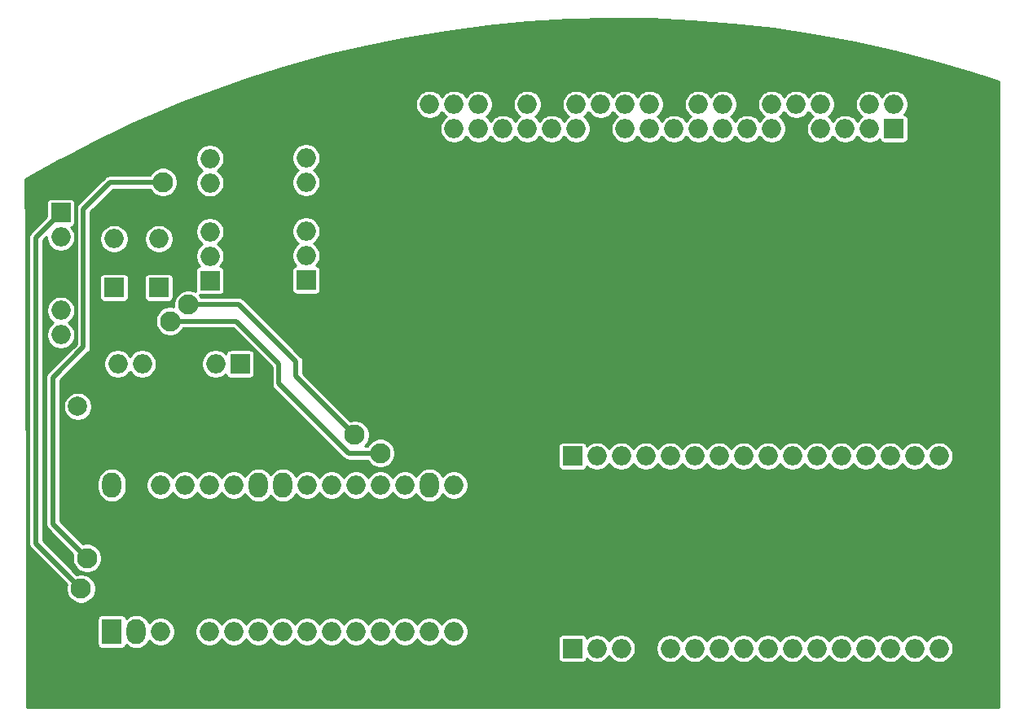
<source format=gbr>
%TF.GenerationSoftware,KiCad,Pcbnew,(5.1.10)-1*%
%TF.CreationDate,2022-01-26T12:47:26+00:00*%
%TF.ProjectId,mike_pcb_control,6d696b65-5f70-4636-925f-636f6e74726f,rev?*%
%TF.SameCoordinates,Original*%
%TF.FileFunction,Copper,L1,Top*%
%TF.FilePolarity,Positive*%
%FSLAX46Y46*%
G04 Gerber Fmt 4.6, Leading zero omitted, Abs format (unit mm)*
G04 Created by KiCad (PCBNEW (5.1.10)-1) date 2022-01-26 12:47:26*
%MOMM*%
%LPD*%
G01*
G04 APERTURE LIST*
%TA.AperFunction,ComponentPad*%
%ADD10C,2.000000*%
%TD*%
%TA.AperFunction,ComponentPad*%
%ADD11O,2.000000X2.000000*%
%TD*%
%TA.AperFunction,ComponentPad*%
%ADD12R,2.000000X2.000000*%
%TD*%
%TA.AperFunction,ComponentPad*%
%ADD13O,2.000000X2.600000*%
%TD*%
%TA.AperFunction,ComponentPad*%
%ADD14R,2.000000X2.600000*%
%TD*%
%TA.AperFunction,ViaPad*%
%ADD15C,2.100000*%
%TD*%
%TA.AperFunction,Conductor*%
%ADD16C,0.500000*%
%TD*%
%TA.AperFunction,Conductor*%
%ADD17C,0.254000*%
%TD*%
%TA.AperFunction,Conductor*%
%ADD18C,0.100000*%
%TD*%
G04 APERTURE END LIST*
D10*
%TO.P,C1,2*%
%TO.N,GND*%
X90050000Y-37510000D03*
%TO.P,C1,1*%
%TO.N,+5V*%
X90050000Y-34010000D03*
%TD*%
D11*
%TO.P,J5,3*%
%TO.N,+5V*%
X93820000Y-16570000D03*
%TO.P,J5,2*%
%TO.N,GND*%
X93820000Y-19110000D03*
D12*
%TO.P,J5,1*%
%TO.N,A0*%
X93820000Y-21650000D03*
%TD*%
D11*
%TO.P,J3,3*%
%TO.N,+5V*%
X98470000Y-16570000D03*
%TO.P,J3,2*%
%TO.N,GND*%
X98470000Y-19110000D03*
D12*
%TO.P,J3,1*%
%TO.N,A1*%
X98470000Y-21650000D03*
%TD*%
D11*
%TO.P,J2,6*%
%TO.N,+5V*%
X88280000Y-26560000D03*
%TO.P,J2,5*%
X88280000Y-24020000D03*
%TO.P,J2,4*%
%TO.N,GND*%
X88280000Y-21480000D03*
%TO.P,J2,3*%
X88280000Y-18940000D03*
%TO.P,J2,2*%
%TO.N,TX5V*%
X88280000Y-16400000D03*
D12*
%TO.P,J2,1*%
%TO.N,TX-RX_link*%
X88280000Y-13860000D03*
%TD*%
D11*
%TO.P,J4,40*%
%TO.N,Net-(J4-Pad40)*%
X126620000Y-2595000D03*
%TO.P,J4,39*%
%TO.N,GND*%
X126620000Y-5135000D03*
%TO.P,J4,38*%
%TO.N,Net-(J4-Pad38)*%
X129160000Y-2595000D03*
%TO.P,J4,37*%
%TO.N,Net-(J4-Pad37)*%
X129160000Y-5135000D03*
%TO.P,J4,36*%
%TO.N,Net-(J4-Pad36)*%
X131700000Y-2595000D03*
%TO.P,J4,35*%
%TO.N,Net-(J4-Pad35)*%
X131700000Y-5135000D03*
%TO.P,J4,34*%
%TO.N,GND*%
X134240000Y-2595000D03*
%TO.P,J4,33*%
%TO.N,Net-(J4-Pad33)*%
X134240000Y-5135000D03*
%TO.P,J4,32*%
%TO.N,Net-(J4-Pad32)*%
X136780000Y-2595000D03*
%TO.P,J4,31*%
%TO.N,Net-(J4-Pad31)*%
X136780000Y-5135000D03*
%TO.P,J4,30*%
%TO.N,GND*%
X139320000Y-2595000D03*
%TO.P,J4,29*%
%TO.N,Net-(J4-Pad29)*%
X139320000Y-5135000D03*
%TO.P,J4,28*%
%TO.N,Net-(J4-Pad28)*%
X141860000Y-2595000D03*
%TO.P,J4,27*%
%TO.N,Net-(J4-Pad27)*%
X141860000Y-5135000D03*
%TO.P,J4,26*%
%TO.N,Net-(J4-Pad26)*%
X144400000Y-2595000D03*
%TO.P,J4,25*%
%TO.N,GND*%
X144400000Y-5135000D03*
%TO.P,J4,24*%
%TO.N,Net-(J4-Pad24)*%
X146940000Y-2595000D03*
%TO.P,J4,23*%
%TO.N,Net-(J4-Pad23)*%
X146940000Y-5135000D03*
%TO.P,J4,22*%
%TO.N,Net-(J4-Pad22)*%
X149480000Y-2595000D03*
%TO.P,J4,21*%
%TO.N,Net-(J4-Pad21)*%
X149480000Y-5135000D03*
%TO.P,J4,20*%
%TO.N,GND*%
X152020000Y-2595000D03*
%TO.P,J4,19*%
%TO.N,Net-(J4-Pad19)*%
X152020000Y-5135000D03*
%TO.P,J4,18*%
%TO.N,Net-(J4-Pad18)*%
X154560000Y-2595000D03*
%TO.P,J4,17*%
%TO.N,+3V3*%
X154560000Y-5135000D03*
%TO.P,J4,16*%
%TO.N,Net-(J4-Pad16)*%
X157100000Y-2595000D03*
%TO.P,J4,15*%
%TO.N,Net-(J4-Pad15)*%
X157100000Y-5135000D03*
%TO.P,J4,14*%
%TO.N,GND*%
X159640000Y-2595000D03*
%TO.P,J4,13*%
%TO.N,Net-(J4-Pad13)*%
X159640000Y-5135000D03*
%TO.P,J4,12*%
%TO.N,Net-(J4-Pad12)*%
X162180000Y-2595000D03*
%TO.P,J4,11*%
%TO.N,Net-(J4-Pad11)*%
X162180000Y-5135000D03*
%TO.P,J4,10*%
%TO.N,RX3V3*%
X164720000Y-2595000D03*
%TO.P,J4,9*%
%TO.N,GND*%
X164720000Y-5135000D03*
%TO.P,J4,8*%
%TO.N,TX3V3*%
X167260000Y-2595000D03*
%TO.P,J4,7*%
%TO.N,Net-(J4-Pad7)*%
X167260000Y-5135000D03*
%TO.P,J4,6*%
%TO.N,GND*%
X169800000Y-2595000D03*
%TO.P,J4,5*%
%TO.N,SCL3V3*%
X169800000Y-5135000D03*
%TO.P,J4,4*%
%TO.N,+5V*%
X172340000Y-2595000D03*
%TO.P,J4,3*%
%TO.N,SDA3V3*%
X172340000Y-5135000D03*
%TO.P,J4,2*%
%TO.N,+5V*%
X174880000Y-2595000D03*
D12*
%TO.P,J4,1*%
%TO.N,+3V3*%
X174880000Y-5135000D03*
%TD*%
D11*
%TO.P,U4,21*%
%TO.N,Net-(U4-Pad21)*%
X169410000Y-39180000D03*
%TO.P,U4,22*%
%TO.N,Net-(U4-Pad22)*%
X166870000Y-39180000D03*
%TO.P,U4,29*%
%TO.N,Net-(U4-Pad29)*%
X149090000Y-39180000D03*
%TO.P,U4,28*%
%TO.N,Net-(U4-Pad28)*%
X151630000Y-39180000D03*
%TO.P,U4,31*%
%TO.N,Net-(U4-Pad31)*%
X144010000Y-39180000D03*
%TO.P,U4,23*%
%TO.N,Net-(U4-Pad23)*%
X164330000Y-39180000D03*
%TO.P,U4,30*%
%TO.N,Net-(U4-Pad30)*%
X146550000Y-39180000D03*
%TO.P,U4,24*%
%TO.N,Net-(U4-Pad24)*%
X161790000Y-39180000D03*
%TO.P,U4,19*%
%TO.N,Net-(U4-Pad19)*%
X174490000Y-39180000D03*
D12*
%TO.P,U4,32*%
%TO.N,Net-(U4-Pad32)*%
X141470000Y-39180000D03*
D11*
%TO.P,U4,20*%
%TO.N,Net-(U4-Pad20)*%
X171950000Y-39180000D03*
%TO.P,U4,26*%
%TO.N,Net-(U4-Pad26)*%
X156710000Y-39180000D03*
%TO.P,U4,17*%
%TO.N,SDA_IMU*%
X179570000Y-39180000D03*
%TO.P,U4,25*%
%TO.N,Net-(U4-Pad25)*%
X159250000Y-39180000D03*
%TO.P,U4,27*%
%TO.N,Net-(U4-Pad27)*%
X154170000Y-39180000D03*
%TO.P,U4,18*%
%TO.N,SCL_IMU*%
X177030000Y-39180000D03*
%TO.P,U4,16*%
%TO.N,Net-(U4-Pad16)*%
X179570000Y-59180000D03*
%TO.P,U4,15*%
%TO.N,Net-(U4-Pad15)*%
X177030000Y-59180000D03*
%TO.P,U4,14*%
%TO.N,Net-(U4-Pad14)*%
X174490000Y-59180000D03*
%TO.P,U4,13*%
%TO.N,Net-(U4-Pad13)*%
X171950000Y-59180000D03*
%TO.P,U4,12*%
%TO.N,Net-(U4-Pad12)*%
X169410000Y-59180000D03*
%TO.P,U4,11*%
%TO.N,Net-(U4-Pad11)*%
X166870000Y-59180000D03*
%TO.P,U4,10*%
%TO.N,Net-(U4-Pad10)*%
X164330000Y-59180000D03*
%TO.P,U4,9*%
%TO.N,Net-(U4-Pad9)*%
X161790000Y-59180000D03*
%TO.P,U4,8*%
%TO.N,Net-(U4-Pad8)*%
X159250000Y-59180000D03*
%TO.P,U4,7*%
%TO.N,Net-(U4-Pad7)*%
X156710000Y-59180000D03*
%TO.P,U4,6*%
%TO.N,Net-(U4-Pad6)*%
X154170000Y-59180000D03*
%TO.P,U4,5*%
%TO.N,Net-(U4-Pad5)*%
X151630000Y-59180000D03*
%TO.P,U4,4*%
%TO.N,GND*%
X149090000Y-59180000D03*
%TO.P,U4,3*%
%TO.N,Net-(U4-Pad3)*%
X146550000Y-59180000D03*
%TO.P,U4,2*%
%TO.N,+3.3VA*%
X144010000Y-59180000D03*
D12*
%TO.P,U4,1*%
%TO.N,Net-(U4-Pad1)*%
X141470000Y-59180000D03*
%TD*%
D11*
%TO.P,U3,8*%
%TO.N,RX5V*%
X103780000Y-10750000D03*
%TO.P,U3,7*%
%TO.N,TX5V*%
X103780000Y-8210000D03*
%TO.P,U3,10*%
%TO.N,+5V*%
X103780000Y-15830000D03*
%TO.P,U3,11*%
%TO.N,SDA5V*%
X103780000Y-18370000D03*
%TO.P,U3,9*%
%TO.N,GND*%
X103780000Y-13290000D03*
D12*
%TO.P,U3,12*%
%TO.N,SCL5V*%
X103780000Y-20910000D03*
D11*
%TO.P,U3,6*%
%TO.N,RX3V3*%
X113780000Y-8160000D03*
%TO.P,U3,5*%
%TO.N,TX3V3*%
X113780000Y-10700000D03*
%TO.P,U3,4*%
%TO.N,GND*%
X113780000Y-13240000D03*
%TO.P,U3,3*%
%TO.N,+3V3*%
X113780000Y-15780000D03*
%TO.P,U3,2*%
%TO.N,SDA3V3*%
X113780000Y-18320000D03*
D12*
%TO.P,U3,1*%
%TO.N,SCL3V3*%
X113780000Y-20860000D03*
%TD*%
D11*
%TO.P,J1,6*%
%TO.N,+5V*%
X94210000Y-29600000D03*
%TO.P,J1,5*%
X96750000Y-29600000D03*
%TO.P,J1,4*%
%TO.N,GND*%
X99290000Y-29600000D03*
%TO.P,J1,3*%
X101830000Y-29600000D03*
%TO.P,J1,2*%
%TO.N,SDA5V*%
X104370000Y-29600000D03*
D12*
%TO.P,J1,1*%
%TO.N,SCL5V*%
X106910000Y-29600000D03*
%TD*%
D11*
%TO.P,A2,16*%
%TO.N,Net-(A2-Pad16)*%
X129140000Y-42200000D03*
%TO.P,A2,15*%
%TO.N,Net-(A2-Pad15)*%
X129140000Y-57440000D03*
D13*
%TO.P,A2,30*%
%TO.N,+5V*%
X93580000Y-42200000D03*
D11*
%TO.P,A2,14*%
%TO.N,Net-(A2-Pad14)*%
X126600000Y-57440000D03*
D13*
%TO.P,A2,29*%
%TO.N,GND*%
X96120000Y-42200000D03*
D11*
%TO.P,A2,13*%
%TO.N,Net-(A2-Pad13)*%
X124060000Y-57440000D03*
%TO.P,A2,28*%
%TO.N,Net-(A2-Pad28)*%
X98660000Y-42200000D03*
%TO.P,A2,12*%
%TO.N,Net-(A2-Pad12)*%
X121520000Y-57440000D03*
%TO.P,A2,27*%
%TO.N,Net-(A2-Pad27)*%
X101200000Y-42200000D03*
%TO.P,A2,11*%
%TO.N,Net-(A2-Pad11)*%
X118980000Y-57440000D03*
%TO.P,A2,26*%
%TO.N,Net-(A2-Pad26)*%
X103740000Y-42200000D03*
%TO.P,A2,10*%
%TO.N,Net-(A2-Pad10)*%
X116440000Y-57440000D03*
%TO.P,A2,25*%
%TO.N,Net-(A2-Pad25)*%
X106280000Y-42200000D03*
%TO.P,A2,9*%
%TO.N,Net-(A2-Pad9)*%
X113900000Y-57440000D03*
D13*
%TO.P,A2,24*%
%TO.N,SCL_IMU*%
X108820000Y-42200000D03*
D11*
%TO.P,A2,8*%
%TO.N,Net-(A2-Pad8)*%
X111360000Y-57440000D03*
D13*
%TO.P,A2,23*%
%TO.N,SDA_IMU*%
X111360000Y-42200000D03*
D11*
%TO.P,A2,7*%
%TO.N,Net-(A2-Pad7)*%
X108820000Y-57440000D03*
%TO.P,A2,22*%
%TO.N,Net-(A2-Pad22)*%
X113900000Y-42200000D03*
%TO.P,A2,6*%
%TO.N,Net-(A2-Pad6)*%
X106280000Y-57440000D03*
%TO.P,A2,21*%
%TO.N,Net-(A2-Pad21)*%
X116440000Y-42200000D03*
%TO.P,A2,5*%
%TO.N,Net-(A2-Pad5)*%
X103740000Y-57440000D03*
%TO.P,A2,20*%
%TO.N,A1*%
X118980000Y-42200000D03*
D13*
%TO.P,A2,4*%
%TO.N,GND*%
X101200000Y-57440000D03*
D11*
%TO.P,A2,19*%
%TO.N,A0*%
X121520000Y-42200000D03*
%TO.P,A2,3*%
%TO.N,Net-(A2-Pad3)*%
X98660000Y-57440000D03*
%TO.P,A2,18*%
%TO.N,Net-(A2-Pad18)*%
X124060000Y-42200000D03*
D13*
%TO.P,A2,2*%
%TO.N,RX5V*%
X96120000Y-57440000D03*
%TO.P,A2,17*%
%TO.N,+3.3VA*%
X126600000Y-42200000D03*
D14*
%TO.P,A2,1*%
%TO.N,TX-RX_link*%
X93580000Y-57440000D03*
%TD*%
D15*
%TO.N,GND*%
X108500000Y-13280000D03*
X144420000Y-8160000D03*
X126610000Y-7970000D03*
X164710000Y-7970000D03*
X150340000Y-56090000D03*
X96110000Y-14450002D03*
X101200000Y-49151000D03*
X95978000Y-26840000D03*
X93438000Y-26687000D03*
%TO.N,RX5V*%
X91025000Y-49801000D03*
X98899000Y-10685000D03*
%TO.N,A1*%
X101550000Y-23420000D03*
X118838000Y-36974000D03*
%TO.N,A0*%
X99650000Y-25149998D03*
X121505002Y-38879000D03*
%TO.N,TX-RX_link*%
X90390000Y-52976000D03*
%TD*%
D16*
%TO.N,RX5V*%
X91025000Y-49801000D02*
X87469000Y-46245000D01*
X87469000Y-46245000D02*
X87469000Y-31005000D01*
X87469000Y-31005000D02*
X90644000Y-27830000D01*
X90644000Y-27830000D02*
X90644000Y-13479000D01*
X93438000Y-10685000D02*
X98899000Y-10685000D01*
X90644000Y-13479000D02*
X93438000Y-10685000D01*
%TO.N,A1*%
X112742000Y-29354000D02*
X112742000Y-30878000D01*
X112742000Y-30878000D02*
X118838000Y-36974000D01*
X106808000Y-23420000D02*
X112742000Y-29354000D01*
X101550000Y-23420000D02*
X106808000Y-23420000D01*
%TO.N,A0*%
X118203000Y-38879000D02*
X121505002Y-38879000D01*
X110964000Y-31640000D02*
X118203000Y-38879000D01*
X110964000Y-29608000D02*
X110964000Y-31640000D01*
X106505998Y-25149998D02*
X110964000Y-29608000D01*
X99650000Y-25149998D02*
X106505998Y-25149998D01*
%TO.N,TX-RX_link*%
X90390000Y-52976000D02*
X85691000Y-48277000D01*
X85691000Y-16449000D02*
X88280000Y-13860000D01*
X85691000Y-48277000D02*
X85691000Y-16449000D01*
%TD*%
D17*
%TO.N,GND*%
X149602361Y6275633D02*
X153862828Y6085280D01*
X158114037Y5746359D01*
X162350807Y5259280D01*
X166568052Y4624628D01*
X170760510Y3843197D01*
X174923209Y2915912D01*
X179050967Y1843928D01*
X183139980Y628188D01*
X185757999Y-237228D01*
X185758001Y-65338000D01*
X84800421Y-65338000D01*
X84772556Y-56140000D01*
X92080596Y-56140000D01*
X92080596Y-58740000D01*
X92090192Y-58837429D01*
X92118611Y-58931114D01*
X92164761Y-59017454D01*
X92226868Y-59093132D01*
X92302546Y-59155239D01*
X92388886Y-59201389D01*
X92482571Y-59229808D01*
X92580000Y-59239404D01*
X94580000Y-59239404D01*
X94677429Y-59229808D01*
X94771114Y-59201389D01*
X94857454Y-59155239D01*
X94933132Y-59093132D01*
X94995239Y-59017454D01*
X95041389Y-58931114D01*
X95069808Y-58837429D01*
X95071878Y-58816412D01*
X95284288Y-58990732D01*
X95544352Y-59129739D01*
X95826538Y-59215339D01*
X96120000Y-59244243D01*
X96413463Y-59215339D01*
X96695649Y-59129739D01*
X96955713Y-58990732D01*
X97183660Y-58803660D01*
X97370732Y-58575713D01*
X97480817Y-58369758D01*
X97497204Y-58394282D01*
X97705718Y-58602796D01*
X97950905Y-58766624D01*
X98223341Y-58879471D01*
X98512558Y-58937000D01*
X98807442Y-58937000D01*
X99096659Y-58879471D01*
X99369095Y-58766624D01*
X99614282Y-58602796D01*
X99822796Y-58394282D01*
X99986624Y-58149095D01*
X100099471Y-57876659D01*
X100157000Y-57587442D01*
X100157000Y-57292558D01*
X102243000Y-57292558D01*
X102243000Y-57587442D01*
X102300529Y-57876659D01*
X102413376Y-58149095D01*
X102577204Y-58394282D01*
X102785718Y-58602796D01*
X103030905Y-58766624D01*
X103303341Y-58879471D01*
X103592558Y-58937000D01*
X103887442Y-58937000D01*
X104176659Y-58879471D01*
X104449095Y-58766624D01*
X104694282Y-58602796D01*
X104902796Y-58394282D01*
X105010000Y-58233839D01*
X105117204Y-58394282D01*
X105325718Y-58602796D01*
X105570905Y-58766624D01*
X105843341Y-58879471D01*
X106132558Y-58937000D01*
X106427442Y-58937000D01*
X106716659Y-58879471D01*
X106989095Y-58766624D01*
X107234282Y-58602796D01*
X107442796Y-58394282D01*
X107550000Y-58233839D01*
X107657204Y-58394282D01*
X107865718Y-58602796D01*
X108110905Y-58766624D01*
X108383341Y-58879471D01*
X108672558Y-58937000D01*
X108967442Y-58937000D01*
X109256659Y-58879471D01*
X109529095Y-58766624D01*
X109774282Y-58602796D01*
X109982796Y-58394282D01*
X110090000Y-58233839D01*
X110197204Y-58394282D01*
X110405718Y-58602796D01*
X110650905Y-58766624D01*
X110923341Y-58879471D01*
X111212558Y-58937000D01*
X111507442Y-58937000D01*
X111796659Y-58879471D01*
X112069095Y-58766624D01*
X112314282Y-58602796D01*
X112522796Y-58394282D01*
X112630000Y-58233839D01*
X112737204Y-58394282D01*
X112945718Y-58602796D01*
X113190905Y-58766624D01*
X113463341Y-58879471D01*
X113752558Y-58937000D01*
X114047442Y-58937000D01*
X114336659Y-58879471D01*
X114609095Y-58766624D01*
X114854282Y-58602796D01*
X115062796Y-58394282D01*
X115170000Y-58233839D01*
X115277204Y-58394282D01*
X115485718Y-58602796D01*
X115730905Y-58766624D01*
X116003341Y-58879471D01*
X116292558Y-58937000D01*
X116587442Y-58937000D01*
X116876659Y-58879471D01*
X117149095Y-58766624D01*
X117394282Y-58602796D01*
X117602796Y-58394282D01*
X117710000Y-58233839D01*
X117817204Y-58394282D01*
X118025718Y-58602796D01*
X118270905Y-58766624D01*
X118543341Y-58879471D01*
X118832558Y-58937000D01*
X119127442Y-58937000D01*
X119416659Y-58879471D01*
X119689095Y-58766624D01*
X119934282Y-58602796D01*
X120142796Y-58394282D01*
X120250000Y-58233839D01*
X120357204Y-58394282D01*
X120565718Y-58602796D01*
X120810905Y-58766624D01*
X121083341Y-58879471D01*
X121372558Y-58937000D01*
X121667442Y-58937000D01*
X121956659Y-58879471D01*
X122229095Y-58766624D01*
X122474282Y-58602796D01*
X122682796Y-58394282D01*
X122790000Y-58233839D01*
X122897204Y-58394282D01*
X123105718Y-58602796D01*
X123350905Y-58766624D01*
X123623341Y-58879471D01*
X123912558Y-58937000D01*
X124207442Y-58937000D01*
X124496659Y-58879471D01*
X124769095Y-58766624D01*
X125014282Y-58602796D01*
X125222796Y-58394282D01*
X125330000Y-58233839D01*
X125437204Y-58394282D01*
X125645718Y-58602796D01*
X125890905Y-58766624D01*
X126163341Y-58879471D01*
X126452558Y-58937000D01*
X126747442Y-58937000D01*
X127036659Y-58879471D01*
X127309095Y-58766624D01*
X127554282Y-58602796D01*
X127762796Y-58394282D01*
X127870000Y-58233839D01*
X127977204Y-58394282D01*
X128185718Y-58602796D01*
X128430905Y-58766624D01*
X128703341Y-58879471D01*
X128992558Y-58937000D01*
X129287442Y-58937000D01*
X129576659Y-58879471D01*
X129849095Y-58766624D01*
X130094282Y-58602796D01*
X130302796Y-58394282D01*
X130445974Y-58180000D01*
X139970596Y-58180000D01*
X139970596Y-60180000D01*
X139980192Y-60277429D01*
X140008611Y-60371114D01*
X140054761Y-60457454D01*
X140116868Y-60533132D01*
X140192546Y-60595239D01*
X140278886Y-60641389D01*
X140372571Y-60669808D01*
X140470000Y-60679404D01*
X142470000Y-60679404D01*
X142567429Y-60669808D01*
X142661114Y-60641389D01*
X142747454Y-60595239D01*
X142823132Y-60533132D01*
X142885239Y-60457454D01*
X142931389Y-60371114D01*
X142959808Y-60277429D01*
X142962547Y-60249625D01*
X143055718Y-60342796D01*
X143300905Y-60506624D01*
X143573341Y-60619471D01*
X143862558Y-60677000D01*
X144157442Y-60677000D01*
X144446659Y-60619471D01*
X144719095Y-60506624D01*
X144964282Y-60342796D01*
X145172796Y-60134282D01*
X145280000Y-59973839D01*
X145387204Y-60134282D01*
X145595718Y-60342796D01*
X145840905Y-60506624D01*
X146113341Y-60619471D01*
X146402558Y-60677000D01*
X146697442Y-60677000D01*
X146986659Y-60619471D01*
X147259095Y-60506624D01*
X147504282Y-60342796D01*
X147712796Y-60134282D01*
X147876624Y-59889095D01*
X147989471Y-59616659D01*
X148047000Y-59327442D01*
X148047000Y-59032558D01*
X150133000Y-59032558D01*
X150133000Y-59327442D01*
X150190529Y-59616659D01*
X150303376Y-59889095D01*
X150467204Y-60134282D01*
X150675718Y-60342796D01*
X150920905Y-60506624D01*
X151193341Y-60619471D01*
X151482558Y-60677000D01*
X151777442Y-60677000D01*
X152066659Y-60619471D01*
X152339095Y-60506624D01*
X152584282Y-60342796D01*
X152792796Y-60134282D01*
X152900000Y-59973839D01*
X153007204Y-60134282D01*
X153215718Y-60342796D01*
X153460905Y-60506624D01*
X153733341Y-60619471D01*
X154022558Y-60677000D01*
X154317442Y-60677000D01*
X154606659Y-60619471D01*
X154879095Y-60506624D01*
X155124282Y-60342796D01*
X155332796Y-60134282D01*
X155440000Y-59973839D01*
X155547204Y-60134282D01*
X155755718Y-60342796D01*
X156000905Y-60506624D01*
X156273341Y-60619471D01*
X156562558Y-60677000D01*
X156857442Y-60677000D01*
X157146659Y-60619471D01*
X157419095Y-60506624D01*
X157664282Y-60342796D01*
X157872796Y-60134282D01*
X157980000Y-59973839D01*
X158087204Y-60134282D01*
X158295718Y-60342796D01*
X158540905Y-60506624D01*
X158813341Y-60619471D01*
X159102558Y-60677000D01*
X159397442Y-60677000D01*
X159686659Y-60619471D01*
X159959095Y-60506624D01*
X160204282Y-60342796D01*
X160412796Y-60134282D01*
X160520000Y-59973839D01*
X160627204Y-60134282D01*
X160835718Y-60342796D01*
X161080905Y-60506624D01*
X161353341Y-60619471D01*
X161642558Y-60677000D01*
X161937442Y-60677000D01*
X162226659Y-60619471D01*
X162499095Y-60506624D01*
X162744282Y-60342796D01*
X162952796Y-60134282D01*
X163060000Y-59973839D01*
X163167204Y-60134282D01*
X163375718Y-60342796D01*
X163620905Y-60506624D01*
X163893341Y-60619471D01*
X164182558Y-60677000D01*
X164477442Y-60677000D01*
X164766659Y-60619471D01*
X165039095Y-60506624D01*
X165284282Y-60342796D01*
X165492796Y-60134282D01*
X165600000Y-59973839D01*
X165707204Y-60134282D01*
X165915718Y-60342796D01*
X166160905Y-60506624D01*
X166433341Y-60619471D01*
X166722558Y-60677000D01*
X167017442Y-60677000D01*
X167306659Y-60619471D01*
X167579095Y-60506624D01*
X167824282Y-60342796D01*
X168032796Y-60134282D01*
X168140000Y-59973839D01*
X168247204Y-60134282D01*
X168455718Y-60342796D01*
X168700905Y-60506624D01*
X168973341Y-60619471D01*
X169262558Y-60677000D01*
X169557442Y-60677000D01*
X169846659Y-60619471D01*
X170119095Y-60506624D01*
X170364282Y-60342796D01*
X170572796Y-60134282D01*
X170680000Y-59973839D01*
X170787204Y-60134282D01*
X170995718Y-60342796D01*
X171240905Y-60506624D01*
X171513341Y-60619471D01*
X171802558Y-60677000D01*
X172097442Y-60677000D01*
X172386659Y-60619471D01*
X172659095Y-60506624D01*
X172904282Y-60342796D01*
X173112796Y-60134282D01*
X173220000Y-59973839D01*
X173327204Y-60134282D01*
X173535718Y-60342796D01*
X173780905Y-60506624D01*
X174053341Y-60619471D01*
X174342558Y-60677000D01*
X174637442Y-60677000D01*
X174926659Y-60619471D01*
X175199095Y-60506624D01*
X175444282Y-60342796D01*
X175652796Y-60134282D01*
X175760000Y-59973839D01*
X175867204Y-60134282D01*
X176075718Y-60342796D01*
X176320905Y-60506624D01*
X176593341Y-60619471D01*
X176882558Y-60677000D01*
X177177442Y-60677000D01*
X177466659Y-60619471D01*
X177739095Y-60506624D01*
X177984282Y-60342796D01*
X178192796Y-60134282D01*
X178300000Y-59973839D01*
X178407204Y-60134282D01*
X178615718Y-60342796D01*
X178860905Y-60506624D01*
X179133341Y-60619471D01*
X179422558Y-60677000D01*
X179717442Y-60677000D01*
X180006659Y-60619471D01*
X180279095Y-60506624D01*
X180524282Y-60342796D01*
X180732796Y-60134282D01*
X180896624Y-59889095D01*
X181009471Y-59616659D01*
X181067000Y-59327442D01*
X181067000Y-59032558D01*
X181009471Y-58743341D01*
X180896624Y-58470905D01*
X180732796Y-58225718D01*
X180524282Y-58017204D01*
X180279095Y-57853376D01*
X180006659Y-57740529D01*
X179717442Y-57683000D01*
X179422558Y-57683000D01*
X179133341Y-57740529D01*
X178860905Y-57853376D01*
X178615718Y-58017204D01*
X178407204Y-58225718D01*
X178300000Y-58386161D01*
X178192796Y-58225718D01*
X177984282Y-58017204D01*
X177739095Y-57853376D01*
X177466659Y-57740529D01*
X177177442Y-57683000D01*
X176882558Y-57683000D01*
X176593341Y-57740529D01*
X176320905Y-57853376D01*
X176075718Y-58017204D01*
X175867204Y-58225718D01*
X175760000Y-58386161D01*
X175652796Y-58225718D01*
X175444282Y-58017204D01*
X175199095Y-57853376D01*
X174926659Y-57740529D01*
X174637442Y-57683000D01*
X174342558Y-57683000D01*
X174053341Y-57740529D01*
X173780905Y-57853376D01*
X173535718Y-58017204D01*
X173327204Y-58225718D01*
X173220000Y-58386161D01*
X173112796Y-58225718D01*
X172904282Y-58017204D01*
X172659095Y-57853376D01*
X172386659Y-57740529D01*
X172097442Y-57683000D01*
X171802558Y-57683000D01*
X171513341Y-57740529D01*
X171240905Y-57853376D01*
X170995718Y-58017204D01*
X170787204Y-58225718D01*
X170680000Y-58386161D01*
X170572796Y-58225718D01*
X170364282Y-58017204D01*
X170119095Y-57853376D01*
X169846659Y-57740529D01*
X169557442Y-57683000D01*
X169262558Y-57683000D01*
X168973341Y-57740529D01*
X168700905Y-57853376D01*
X168455718Y-58017204D01*
X168247204Y-58225718D01*
X168140000Y-58386161D01*
X168032796Y-58225718D01*
X167824282Y-58017204D01*
X167579095Y-57853376D01*
X167306659Y-57740529D01*
X167017442Y-57683000D01*
X166722558Y-57683000D01*
X166433341Y-57740529D01*
X166160905Y-57853376D01*
X165915718Y-58017204D01*
X165707204Y-58225718D01*
X165600000Y-58386161D01*
X165492796Y-58225718D01*
X165284282Y-58017204D01*
X165039095Y-57853376D01*
X164766659Y-57740529D01*
X164477442Y-57683000D01*
X164182558Y-57683000D01*
X163893341Y-57740529D01*
X163620905Y-57853376D01*
X163375718Y-58017204D01*
X163167204Y-58225718D01*
X163060000Y-58386161D01*
X162952796Y-58225718D01*
X162744282Y-58017204D01*
X162499095Y-57853376D01*
X162226659Y-57740529D01*
X161937442Y-57683000D01*
X161642558Y-57683000D01*
X161353341Y-57740529D01*
X161080905Y-57853376D01*
X160835718Y-58017204D01*
X160627204Y-58225718D01*
X160520000Y-58386161D01*
X160412796Y-58225718D01*
X160204282Y-58017204D01*
X159959095Y-57853376D01*
X159686659Y-57740529D01*
X159397442Y-57683000D01*
X159102558Y-57683000D01*
X158813341Y-57740529D01*
X158540905Y-57853376D01*
X158295718Y-58017204D01*
X158087204Y-58225718D01*
X157980000Y-58386161D01*
X157872796Y-58225718D01*
X157664282Y-58017204D01*
X157419095Y-57853376D01*
X157146659Y-57740529D01*
X156857442Y-57683000D01*
X156562558Y-57683000D01*
X156273341Y-57740529D01*
X156000905Y-57853376D01*
X155755718Y-58017204D01*
X155547204Y-58225718D01*
X155440000Y-58386161D01*
X155332796Y-58225718D01*
X155124282Y-58017204D01*
X154879095Y-57853376D01*
X154606659Y-57740529D01*
X154317442Y-57683000D01*
X154022558Y-57683000D01*
X153733341Y-57740529D01*
X153460905Y-57853376D01*
X153215718Y-58017204D01*
X153007204Y-58225718D01*
X152900000Y-58386161D01*
X152792796Y-58225718D01*
X152584282Y-58017204D01*
X152339095Y-57853376D01*
X152066659Y-57740529D01*
X151777442Y-57683000D01*
X151482558Y-57683000D01*
X151193341Y-57740529D01*
X150920905Y-57853376D01*
X150675718Y-58017204D01*
X150467204Y-58225718D01*
X150303376Y-58470905D01*
X150190529Y-58743341D01*
X150133000Y-59032558D01*
X148047000Y-59032558D01*
X147989471Y-58743341D01*
X147876624Y-58470905D01*
X147712796Y-58225718D01*
X147504282Y-58017204D01*
X147259095Y-57853376D01*
X146986659Y-57740529D01*
X146697442Y-57683000D01*
X146402558Y-57683000D01*
X146113341Y-57740529D01*
X145840905Y-57853376D01*
X145595718Y-58017204D01*
X145387204Y-58225718D01*
X145280000Y-58386161D01*
X145172796Y-58225718D01*
X144964282Y-58017204D01*
X144719095Y-57853376D01*
X144446659Y-57740529D01*
X144157442Y-57683000D01*
X143862558Y-57683000D01*
X143573341Y-57740529D01*
X143300905Y-57853376D01*
X143055718Y-58017204D01*
X142962547Y-58110375D01*
X142959808Y-58082571D01*
X142931389Y-57988886D01*
X142885239Y-57902546D01*
X142823132Y-57826868D01*
X142747454Y-57764761D01*
X142661114Y-57718611D01*
X142567429Y-57690192D01*
X142470000Y-57680596D01*
X140470000Y-57680596D01*
X140372571Y-57690192D01*
X140278886Y-57718611D01*
X140192546Y-57764761D01*
X140116868Y-57826868D01*
X140054761Y-57902546D01*
X140008611Y-57988886D01*
X139980192Y-58082571D01*
X139970596Y-58180000D01*
X130445974Y-58180000D01*
X130466624Y-58149095D01*
X130579471Y-57876659D01*
X130637000Y-57587442D01*
X130637000Y-57292558D01*
X130579471Y-57003341D01*
X130466624Y-56730905D01*
X130302796Y-56485718D01*
X130094282Y-56277204D01*
X129849095Y-56113376D01*
X129576659Y-56000529D01*
X129287442Y-55943000D01*
X128992558Y-55943000D01*
X128703341Y-56000529D01*
X128430905Y-56113376D01*
X128185718Y-56277204D01*
X127977204Y-56485718D01*
X127870000Y-56646161D01*
X127762796Y-56485718D01*
X127554282Y-56277204D01*
X127309095Y-56113376D01*
X127036659Y-56000529D01*
X126747442Y-55943000D01*
X126452558Y-55943000D01*
X126163341Y-56000529D01*
X125890905Y-56113376D01*
X125645718Y-56277204D01*
X125437204Y-56485718D01*
X125330000Y-56646161D01*
X125222796Y-56485718D01*
X125014282Y-56277204D01*
X124769095Y-56113376D01*
X124496659Y-56000529D01*
X124207442Y-55943000D01*
X123912558Y-55943000D01*
X123623341Y-56000529D01*
X123350905Y-56113376D01*
X123105718Y-56277204D01*
X122897204Y-56485718D01*
X122790000Y-56646161D01*
X122682796Y-56485718D01*
X122474282Y-56277204D01*
X122229095Y-56113376D01*
X121956659Y-56000529D01*
X121667442Y-55943000D01*
X121372558Y-55943000D01*
X121083341Y-56000529D01*
X120810905Y-56113376D01*
X120565718Y-56277204D01*
X120357204Y-56485718D01*
X120250000Y-56646161D01*
X120142796Y-56485718D01*
X119934282Y-56277204D01*
X119689095Y-56113376D01*
X119416659Y-56000529D01*
X119127442Y-55943000D01*
X118832558Y-55943000D01*
X118543341Y-56000529D01*
X118270905Y-56113376D01*
X118025718Y-56277204D01*
X117817204Y-56485718D01*
X117710000Y-56646161D01*
X117602796Y-56485718D01*
X117394282Y-56277204D01*
X117149095Y-56113376D01*
X116876659Y-56000529D01*
X116587442Y-55943000D01*
X116292558Y-55943000D01*
X116003341Y-56000529D01*
X115730905Y-56113376D01*
X115485718Y-56277204D01*
X115277204Y-56485718D01*
X115170000Y-56646161D01*
X115062796Y-56485718D01*
X114854282Y-56277204D01*
X114609095Y-56113376D01*
X114336659Y-56000529D01*
X114047442Y-55943000D01*
X113752558Y-55943000D01*
X113463341Y-56000529D01*
X113190905Y-56113376D01*
X112945718Y-56277204D01*
X112737204Y-56485718D01*
X112630000Y-56646161D01*
X112522796Y-56485718D01*
X112314282Y-56277204D01*
X112069095Y-56113376D01*
X111796659Y-56000529D01*
X111507442Y-55943000D01*
X111212558Y-55943000D01*
X110923341Y-56000529D01*
X110650905Y-56113376D01*
X110405718Y-56277204D01*
X110197204Y-56485718D01*
X110090000Y-56646161D01*
X109982796Y-56485718D01*
X109774282Y-56277204D01*
X109529095Y-56113376D01*
X109256659Y-56000529D01*
X108967442Y-55943000D01*
X108672558Y-55943000D01*
X108383341Y-56000529D01*
X108110905Y-56113376D01*
X107865718Y-56277204D01*
X107657204Y-56485718D01*
X107550000Y-56646161D01*
X107442796Y-56485718D01*
X107234282Y-56277204D01*
X106989095Y-56113376D01*
X106716659Y-56000529D01*
X106427442Y-55943000D01*
X106132558Y-55943000D01*
X105843341Y-56000529D01*
X105570905Y-56113376D01*
X105325718Y-56277204D01*
X105117204Y-56485718D01*
X105010000Y-56646161D01*
X104902796Y-56485718D01*
X104694282Y-56277204D01*
X104449095Y-56113376D01*
X104176659Y-56000529D01*
X103887442Y-55943000D01*
X103592558Y-55943000D01*
X103303341Y-56000529D01*
X103030905Y-56113376D01*
X102785718Y-56277204D01*
X102577204Y-56485718D01*
X102413376Y-56730905D01*
X102300529Y-57003341D01*
X102243000Y-57292558D01*
X100157000Y-57292558D01*
X100099471Y-57003341D01*
X99986624Y-56730905D01*
X99822796Y-56485718D01*
X99614282Y-56277204D01*
X99369095Y-56113376D01*
X99096659Y-56000529D01*
X98807442Y-55943000D01*
X98512558Y-55943000D01*
X98223341Y-56000529D01*
X97950905Y-56113376D01*
X97705718Y-56277204D01*
X97497204Y-56485718D01*
X97480817Y-56510242D01*
X97370732Y-56304287D01*
X97183660Y-56076340D01*
X96955712Y-55889268D01*
X96695648Y-55750261D01*
X96413462Y-55664661D01*
X96120000Y-55635757D01*
X95826537Y-55664661D01*
X95544351Y-55750261D01*
X95284287Y-55889268D01*
X95071878Y-56063588D01*
X95069808Y-56042571D01*
X95041389Y-55948886D01*
X94995239Y-55862546D01*
X94933132Y-55786868D01*
X94857454Y-55724761D01*
X94771114Y-55678611D01*
X94677429Y-55650192D01*
X94580000Y-55640596D01*
X92580000Y-55640596D01*
X92482571Y-55650192D01*
X92388886Y-55678611D01*
X92302546Y-55724761D01*
X92226868Y-55786868D01*
X92164761Y-55862546D01*
X92118611Y-55948886D01*
X92090192Y-56042571D01*
X92080596Y-56140000D01*
X84772556Y-56140000D01*
X84652310Y-16449000D01*
X84940387Y-16449000D01*
X84944001Y-16485696D01*
X84944000Y-48240315D01*
X84940387Y-48277000D01*
X84944000Y-48313685D01*
X84944000Y-48313692D01*
X84954809Y-48423437D01*
X84997523Y-48564247D01*
X85066887Y-48694018D01*
X85160236Y-48807764D01*
X85188745Y-48831161D01*
X88899114Y-52541531D01*
X88843000Y-52823634D01*
X88843000Y-53128366D01*
X88902451Y-53427243D01*
X89019067Y-53708779D01*
X89188367Y-53962155D01*
X89403845Y-54177633D01*
X89657221Y-54346933D01*
X89938757Y-54463549D01*
X90237634Y-54523000D01*
X90542366Y-54523000D01*
X90841243Y-54463549D01*
X91122779Y-54346933D01*
X91376155Y-54177633D01*
X91591633Y-53962155D01*
X91760933Y-53708779D01*
X91877549Y-53427243D01*
X91937000Y-53128366D01*
X91937000Y-52823634D01*
X91877549Y-52524757D01*
X91760933Y-52243221D01*
X91591633Y-51989845D01*
X91376155Y-51774367D01*
X91122779Y-51605067D01*
X90841243Y-51488451D01*
X90542366Y-51429000D01*
X90237634Y-51429000D01*
X89955531Y-51485114D01*
X86438000Y-47967584D01*
X86438000Y-31005000D01*
X86718387Y-31005000D01*
X86722001Y-31041696D01*
X86722000Y-46208315D01*
X86718387Y-46245000D01*
X86722000Y-46281685D01*
X86722000Y-46281692D01*
X86732809Y-46391437D01*
X86775523Y-46532247D01*
X86844887Y-46662018D01*
X86938236Y-46775764D01*
X86966745Y-46799161D01*
X89534114Y-49366532D01*
X89478000Y-49648634D01*
X89478000Y-49953366D01*
X89537451Y-50252243D01*
X89654067Y-50533779D01*
X89823367Y-50787155D01*
X90038845Y-51002633D01*
X90292221Y-51171933D01*
X90573757Y-51288549D01*
X90872634Y-51348000D01*
X91177366Y-51348000D01*
X91476243Y-51288549D01*
X91757779Y-51171933D01*
X92011155Y-51002633D01*
X92226633Y-50787155D01*
X92395933Y-50533779D01*
X92512549Y-50252243D01*
X92572000Y-49953366D01*
X92572000Y-49648634D01*
X92512549Y-49349757D01*
X92395933Y-49068221D01*
X92226633Y-48814845D01*
X92011155Y-48599367D01*
X91757779Y-48430067D01*
X91476243Y-48313451D01*
X91177366Y-48254000D01*
X90872634Y-48254000D01*
X90590532Y-48310114D01*
X88216000Y-45935584D01*
X88216000Y-41826463D01*
X92083000Y-41826463D01*
X92083000Y-42573538D01*
X92104661Y-42793463D01*
X92190261Y-43075649D01*
X92329268Y-43335713D01*
X92516340Y-43563660D01*
X92744288Y-43750732D01*
X93004352Y-43889739D01*
X93286538Y-43975339D01*
X93580000Y-44004243D01*
X93873463Y-43975339D01*
X94155649Y-43889739D01*
X94415713Y-43750732D01*
X94643660Y-43563660D01*
X94830732Y-43335713D01*
X94969739Y-43075649D01*
X95055339Y-42793462D01*
X95077000Y-42573537D01*
X95077000Y-42052558D01*
X97163000Y-42052558D01*
X97163000Y-42347442D01*
X97220529Y-42636659D01*
X97333376Y-42909095D01*
X97497204Y-43154282D01*
X97705718Y-43362796D01*
X97950905Y-43526624D01*
X98223341Y-43639471D01*
X98512558Y-43697000D01*
X98807442Y-43697000D01*
X99096659Y-43639471D01*
X99369095Y-43526624D01*
X99614282Y-43362796D01*
X99822796Y-43154282D01*
X99930000Y-42993839D01*
X100037204Y-43154282D01*
X100245718Y-43362796D01*
X100490905Y-43526624D01*
X100763341Y-43639471D01*
X101052558Y-43697000D01*
X101347442Y-43697000D01*
X101636659Y-43639471D01*
X101909095Y-43526624D01*
X102154282Y-43362796D01*
X102362796Y-43154282D01*
X102470000Y-42993839D01*
X102577204Y-43154282D01*
X102785718Y-43362796D01*
X103030905Y-43526624D01*
X103303341Y-43639471D01*
X103592558Y-43697000D01*
X103887442Y-43697000D01*
X104176659Y-43639471D01*
X104449095Y-43526624D01*
X104694282Y-43362796D01*
X104902796Y-43154282D01*
X105010000Y-42993839D01*
X105117204Y-43154282D01*
X105325718Y-43362796D01*
X105570905Y-43526624D01*
X105843341Y-43639471D01*
X106132558Y-43697000D01*
X106427442Y-43697000D01*
X106716659Y-43639471D01*
X106989095Y-43526624D01*
X107234282Y-43362796D01*
X107442796Y-43154282D01*
X107459183Y-43129758D01*
X107569268Y-43335713D01*
X107756340Y-43563660D01*
X107984288Y-43750732D01*
X108244352Y-43889739D01*
X108526538Y-43975339D01*
X108820000Y-44004243D01*
X109113463Y-43975339D01*
X109395649Y-43889739D01*
X109655713Y-43750732D01*
X109883660Y-43563660D01*
X110070732Y-43335713D01*
X110090000Y-43299665D01*
X110109268Y-43335713D01*
X110296340Y-43563660D01*
X110524288Y-43750732D01*
X110784352Y-43889739D01*
X111066538Y-43975339D01*
X111360000Y-44004243D01*
X111653463Y-43975339D01*
X111935649Y-43889739D01*
X112195713Y-43750732D01*
X112423660Y-43563660D01*
X112610732Y-43335713D01*
X112720817Y-43129758D01*
X112737204Y-43154282D01*
X112945718Y-43362796D01*
X113190905Y-43526624D01*
X113463341Y-43639471D01*
X113752558Y-43697000D01*
X114047442Y-43697000D01*
X114336659Y-43639471D01*
X114609095Y-43526624D01*
X114854282Y-43362796D01*
X115062796Y-43154282D01*
X115170000Y-42993839D01*
X115277204Y-43154282D01*
X115485718Y-43362796D01*
X115730905Y-43526624D01*
X116003341Y-43639471D01*
X116292558Y-43697000D01*
X116587442Y-43697000D01*
X116876659Y-43639471D01*
X117149095Y-43526624D01*
X117394282Y-43362796D01*
X117602796Y-43154282D01*
X117710000Y-42993839D01*
X117817204Y-43154282D01*
X118025718Y-43362796D01*
X118270905Y-43526624D01*
X118543341Y-43639471D01*
X118832558Y-43697000D01*
X119127442Y-43697000D01*
X119416659Y-43639471D01*
X119689095Y-43526624D01*
X119934282Y-43362796D01*
X120142796Y-43154282D01*
X120250000Y-42993839D01*
X120357204Y-43154282D01*
X120565718Y-43362796D01*
X120810905Y-43526624D01*
X121083341Y-43639471D01*
X121372558Y-43697000D01*
X121667442Y-43697000D01*
X121956659Y-43639471D01*
X122229095Y-43526624D01*
X122474282Y-43362796D01*
X122682796Y-43154282D01*
X122790000Y-42993839D01*
X122897204Y-43154282D01*
X123105718Y-43362796D01*
X123350905Y-43526624D01*
X123623341Y-43639471D01*
X123912558Y-43697000D01*
X124207442Y-43697000D01*
X124496659Y-43639471D01*
X124769095Y-43526624D01*
X125014282Y-43362796D01*
X125222796Y-43154282D01*
X125239183Y-43129758D01*
X125349268Y-43335713D01*
X125536340Y-43563660D01*
X125764288Y-43750732D01*
X126024352Y-43889739D01*
X126306538Y-43975339D01*
X126600000Y-44004243D01*
X126893463Y-43975339D01*
X127175649Y-43889739D01*
X127435713Y-43750732D01*
X127663660Y-43563660D01*
X127850732Y-43335713D01*
X127960817Y-43129758D01*
X127977204Y-43154282D01*
X128185718Y-43362796D01*
X128430905Y-43526624D01*
X128703341Y-43639471D01*
X128992558Y-43697000D01*
X129287442Y-43697000D01*
X129576659Y-43639471D01*
X129849095Y-43526624D01*
X130094282Y-43362796D01*
X130302796Y-43154282D01*
X130466624Y-42909095D01*
X130579471Y-42636659D01*
X130637000Y-42347442D01*
X130637000Y-42052558D01*
X130579471Y-41763341D01*
X130466624Y-41490905D01*
X130302796Y-41245718D01*
X130094282Y-41037204D01*
X129849095Y-40873376D01*
X129576659Y-40760529D01*
X129287442Y-40703000D01*
X128992558Y-40703000D01*
X128703341Y-40760529D01*
X128430905Y-40873376D01*
X128185718Y-41037204D01*
X127977204Y-41245718D01*
X127960817Y-41270242D01*
X127850732Y-41064287D01*
X127663660Y-40836340D01*
X127435712Y-40649268D01*
X127175648Y-40510261D01*
X126893462Y-40424661D01*
X126600000Y-40395757D01*
X126306537Y-40424661D01*
X126024351Y-40510261D01*
X125764287Y-40649268D01*
X125536340Y-40836340D01*
X125349268Y-41064288D01*
X125239183Y-41270243D01*
X125222796Y-41245718D01*
X125014282Y-41037204D01*
X124769095Y-40873376D01*
X124496659Y-40760529D01*
X124207442Y-40703000D01*
X123912558Y-40703000D01*
X123623341Y-40760529D01*
X123350905Y-40873376D01*
X123105718Y-41037204D01*
X122897204Y-41245718D01*
X122790000Y-41406161D01*
X122682796Y-41245718D01*
X122474282Y-41037204D01*
X122229095Y-40873376D01*
X121956659Y-40760529D01*
X121667442Y-40703000D01*
X121372558Y-40703000D01*
X121083341Y-40760529D01*
X120810905Y-40873376D01*
X120565718Y-41037204D01*
X120357204Y-41245718D01*
X120250000Y-41406161D01*
X120142796Y-41245718D01*
X119934282Y-41037204D01*
X119689095Y-40873376D01*
X119416659Y-40760529D01*
X119127442Y-40703000D01*
X118832558Y-40703000D01*
X118543341Y-40760529D01*
X118270905Y-40873376D01*
X118025718Y-41037204D01*
X117817204Y-41245718D01*
X117710000Y-41406161D01*
X117602796Y-41245718D01*
X117394282Y-41037204D01*
X117149095Y-40873376D01*
X116876659Y-40760529D01*
X116587442Y-40703000D01*
X116292558Y-40703000D01*
X116003341Y-40760529D01*
X115730905Y-40873376D01*
X115485718Y-41037204D01*
X115277204Y-41245718D01*
X115170000Y-41406161D01*
X115062796Y-41245718D01*
X114854282Y-41037204D01*
X114609095Y-40873376D01*
X114336659Y-40760529D01*
X114047442Y-40703000D01*
X113752558Y-40703000D01*
X113463341Y-40760529D01*
X113190905Y-40873376D01*
X112945718Y-41037204D01*
X112737204Y-41245718D01*
X112720817Y-41270242D01*
X112610732Y-41064287D01*
X112423660Y-40836340D01*
X112195712Y-40649268D01*
X111935648Y-40510261D01*
X111653462Y-40424661D01*
X111360000Y-40395757D01*
X111066537Y-40424661D01*
X110784351Y-40510261D01*
X110524287Y-40649268D01*
X110296340Y-40836340D01*
X110109268Y-41064288D01*
X110090000Y-41100335D01*
X110070732Y-41064287D01*
X109883660Y-40836340D01*
X109655712Y-40649268D01*
X109395648Y-40510261D01*
X109113462Y-40424661D01*
X108820000Y-40395757D01*
X108526537Y-40424661D01*
X108244351Y-40510261D01*
X107984287Y-40649268D01*
X107756340Y-40836340D01*
X107569268Y-41064288D01*
X107459183Y-41270243D01*
X107442796Y-41245718D01*
X107234282Y-41037204D01*
X106989095Y-40873376D01*
X106716659Y-40760529D01*
X106427442Y-40703000D01*
X106132558Y-40703000D01*
X105843341Y-40760529D01*
X105570905Y-40873376D01*
X105325718Y-41037204D01*
X105117204Y-41245718D01*
X105010000Y-41406161D01*
X104902796Y-41245718D01*
X104694282Y-41037204D01*
X104449095Y-40873376D01*
X104176659Y-40760529D01*
X103887442Y-40703000D01*
X103592558Y-40703000D01*
X103303341Y-40760529D01*
X103030905Y-40873376D01*
X102785718Y-41037204D01*
X102577204Y-41245718D01*
X102470000Y-41406161D01*
X102362796Y-41245718D01*
X102154282Y-41037204D01*
X101909095Y-40873376D01*
X101636659Y-40760529D01*
X101347442Y-40703000D01*
X101052558Y-40703000D01*
X100763341Y-40760529D01*
X100490905Y-40873376D01*
X100245718Y-41037204D01*
X100037204Y-41245718D01*
X99930000Y-41406161D01*
X99822796Y-41245718D01*
X99614282Y-41037204D01*
X99369095Y-40873376D01*
X99096659Y-40760529D01*
X98807442Y-40703000D01*
X98512558Y-40703000D01*
X98223341Y-40760529D01*
X97950905Y-40873376D01*
X97705718Y-41037204D01*
X97497204Y-41245718D01*
X97333376Y-41490905D01*
X97220529Y-41763341D01*
X97163000Y-42052558D01*
X95077000Y-42052558D01*
X95077000Y-41826462D01*
X95055339Y-41606537D01*
X94969739Y-41324351D01*
X94830732Y-41064287D01*
X94643660Y-40836340D01*
X94415712Y-40649268D01*
X94155648Y-40510261D01*
X93873462Y-40424661D01*
X93580000Y-40395757D01*
X93286537Y-40424661D01*
X93004351Y-40510261D01*
X92744287Y-40649268D01*
X92516340Y-40836340D01*
X92329268Y-41064288D01*
X92190261Y-41324352D01*
X92104661Y-41606538D01*
X92083000Y-41826463D01*
X88216000Y-41826463D01*
X88216000Y-33862558D01*
X88553000Y-33862558D01*
X88553000Y-34157442D01*
X88610529Y-34446659D01*
X88723376Y-34719095D01*
X88887204Y-34964282D01*
X89095718Y-35172796D01*
X89340905Y-35336624D01*
X89613341Y-35449471D01*
X89902558Y-35507000D01*
X90197442Y-35507000D01*
X90486659Y-35449471D01*
X90759095Y-35336624D01*
X91004282Y-35172796D01*
X91212796Y-34964282D01*
X91376624Y-34719095D01*
X91489471Y-34446659D01*
X91547000Y-34157442D01*
X91547000Y-33862558D01*
X91489471Y-33573341D01*
X91376624Y-33300905D01*
X91212796Y-33055718D01*
X91004282Y-32847204D01*
X90759095Y-32683376D01*
X90486659Y-32570529D01*
X90197442Y-32513000D01*
X89902558Y-32513000D01*
X89613341Y-32570529D01*
X89340905Y-32683376D01*
X89095718Y-32847204D01*
X88887204Y-33055718D01*
X88723376Y-33300905D01*
X88610529Y-33573341D01*
X88553000Y-33862558D01*
X88216000Y-33862558D01*
X88216000Y-31314416D01*
X90077858Y-29452558D01*
X92713000Y-29452558D01*
X92713000Y-29747442D01*
X92770529Y-30036659D01*
X92883376Y-30309095D01*
X93047204Y-30554282D01*
X93255718Y-30762796D01*
X93500905Y-30926624D01*
X93773341Y-31039471D01*
X94062558Y-31097000D01*
X94357442Y-31097000D01*
X94646659Y-31039471D01*
X94919095Y-30926624D01*
X95164282Y-30762796D01*
X95372796Y-30554282D01*
X95480000Y-30393839D01*
X95587204Y-30554282D01*
X95795718Y-30762796D01*
X96040905Y-30926624D01*
X96313341Y-31039471D01*
X96602558Y-31097000D01*
X96897442Y-31097000D01*
X97186659Y-31039471D01*
X97459095Y-30926624D01*
X97704282Y-30762796D01*
X97912796Y-30554282D01*
X98076624Y-30309095D01*
X98189471Y-30036659D01*
X98247000Y-29747442D01*
X98247000Y-29452558D01*
X102873000Y-29452558D01*
X102873000Y-29747442D01*
X102930529Y-30036659D01*
X103043376Y-30309095D01*
X103207204Y-30554282D01*
X103415718Y-30762796D01*
X103660905Y-30926624D01*
X103933341Y-31039471D01*
X104222558Y-31097000D01*
X104517442Y-31097000D01*
X104806659Y-31039471D01*
X105079095Y-30926624D01*
X105324282Y-30762796D01*
X105417453Y-30669625D01*
X105420192Y-30697429D01*
X105448611Y-30791114D01*
X105494761Y-30877454D01*
X105556868Y-30953132D01*
X105632546Y-31015239D01*
X105718886Y-31061389D01*
X105812571Y-31089808D01*
X105910000Y-31099404D01*
X107910000Y-31099404D01*
X108007429Y-31089808D01*
X108101114Y-31061389D01*
X108187454Y-31015239D01*
X108263132Y-30953132D01*
X108325239Y-30877454D01*
X108371389Y-30791114D01*
X108399808Y-30697429D01*
X108409404Y-30600000D01*
X108409404Y-28600000D01*
X108399808Y-28502571D01*
X108371389Y-28408886D01*
X108325239Y-28322546D01*
X108263132Y-28246868D01*
X108187454Y-28184761D01*
X108101114Y-28138611D01*
X108007429Y-28110192D01*
X107910000Y-28100596D01*
X105910000Y-28100596D01*
X105812571Y-28110192D01*
X105718886Y-28138611D01*
X105632546Y-28184761D01*
X105556868Y-28246868D01*
X105494761Y-28322546D01*
X105448611Y-28408886D01*
X105420192Y-28502571D01*
X105417453Y-28530375D01*
X105324282Y-28437204D01*
X105079095Y-28273376D01*
X104806659Y-28160529D01*
X104517442Y-28103000D01*
X104222558Y-28103000D01*
X103933341Y-28160529D01*
X103660905Y-28273376D01*
X103415718Y-28437204D01*
X103207204Y-28645718D01*
X103043376Y-28890905D01*
X102930529Y-29163341D01*
X102873000Y-29452558D01*
X98247000Y-29452558D01*
X98189471Y-29163341D01*
X98076624Y-28890905D01*
X97912796Y-28645718D01*
X97704282Y-28437204D01*
X97459095Y-28273376D01*
X97186659Y-28160529D01*
X96897442Y-28103000D01*
X96602558Y-28103000D01*
X96313341Y-28160529D01*
X96040905Y-28273376D01*
X95795718Y-28437204D01*
X95587204Y-28645718D01*
X95480000Y-28806161D01*
X95372796Y-28645718D01*
X95164282Y-28437204D01*
X94919095Y-28273376D01*
X94646659Y-28160529D01*
X94357442Y-28103000D01*
X94062558Y-28103000D01*
X93773341Y-28160529D01*
X93500905Y-28273376D01*
X93255718Y-28437204D01*
X93047204Y-28645718D01*
X92883376Y-28890905D01*
X92770529Y-29163341D01*
X92713000Y-29452558D01*
X90077858Y-29452558D01*
X91146262Y-28384155D01*
X91174764Y-28360764D01*
X91268113Y-28247019D01*
X91337477Y-28117248D01*
X91380191Y-27976438D01*
X91391000Y-27866693D01*
X91391000Y-27866686D01*
X91394613Y-27830001D01*
X91391000Y-27793315D01*
X91391000Y-24997632D01*
X98103000Y-24997632D01*
X98103000Y-25302364D01*
X98162451Y-25601241D01*
X98279067Y-25882777D01*
X98448367Y-26136153D01*
X98663845Y-26351631D01*
X98917221Y-26520931D01*
X99198757Y-26637547D01*
X99497634Y-26696998D01*
X99802366Y-26696998D01*
X100101243Y-26637547D01*
X100382779Y-26520931D01*
X100636155Y-26351631D01*
X100851633Y-26136153D01*
X101011431Y-25896998D01*
X106196582Y-25896998D01*
X110217000Y-29917417D01*
X110217001Y-31603305D01*
X110213387Y-31640000D01*
X110227809Y-31786437D01*
X110270523Y-31927247D01*
X110270524Y-31927248D01*
X110339888Y-32057019D01*
X110433237Y-32170764D01*
X110461740Y-32194156D01*
X117648844Y-39381261D01*
X117672236Y-39409764D01*
X117785981Y-39503113D01*
X117915752Y-39572477D01*
X118056562Y-39615191D01*
X118166307Y-39626000D01*
X118166314Y-39626000D01*
X118203000Y-39629613D01*
X118239685Y-39626000D01*
X120143571Y-39626000D01*
X120303369Y-39865155D01*
X120518847Y-40080633D01*
X120772223Y-40249933D01*
X121053759Y-40366549D01*
X121352636Y-40426000D01*
X121657368Y-40426000D01*
X121956245Y-40366549D01*
X122237781Y-40249933D01*
X122491157Y-40080633D01*
X122706635Y-39865155D01*
X122875935Y-39611779D01*
X122992551Y-39330243D01*
X123052002Y-39031366D01*
X123052002Y-38726634D01*
X122992551Y-38427757D01*
X122889927Y-38180000D01*
X139970596Y-38180000D01*
X139970596Y-40180000D01*
X139980192Y-40277429D01*
X140008611Y-40371114D01*
X140054761Y-40457454D01*
X140116868Y-40533132D01*
X140192546Y-40595239D01*
X140278886Y-40641389D01*
X140372571Y-40669808D01*
X140470000Y-40679404D01*
X142470000Y-40679404D01*
X142567429Y-40669808D01*
X142661114Y-40641389D01*
X142747454Y-40595239D01*
X142823132Y-40533132D01*
X142885239Y-40457454D01*
X142931389Y-40371114D01*
X142959808Y-40277429D01*
X142962547Y-40249625D01*
X143055718Y-40342796D01*
X143300905Y-40506624D01*
X143573341Y-40619471D01*
X143862558Y-40677000D01*
X144157442Y-40677000D01*
X144446659Y-40619471D01*
X144719095Y-40506624D01*
X144964282Y-40342796D01*
X145172796Y-40134282D01*
X145280000Y-39973839D01*
X145387204Y-40134282D01*
X145595718Y-40342796D01*
X145840905Y-40506624D01*
X146113341Y-40619471D01*
X146402558Y-40677000D01*
X146697442Y-40677000D01*
X146986659Y-40619471D01*
X147259095Y-40506624D01*
X147504282Y-40342796D01*
X147712796Y-40134282D01*
X147820000Y-39973839D01*
X147927204Y-40134282D01*
X148135718Y-40342796D01*
X148380905Y-40506624D01*
X148653341Y-40619471D01*
X148942558Y-40677000D01*
X149237442Y-40677000D01*
X149526659Y-40619471D01*
X149799095Y-40506624D01*
X150044282Y-40342796D01*
X150252796Y-40134282D01*
X150360000Y-39973839D01*
X150467204Y-40134282D01*
X150675718Y-40342796D01*
X150920905Y-40506624D01*
X151193341Y-40619471D01*
X151482558Y-40677000D01*
X151777442Y-40677000D01*
X152066659Y-40619471D01*
X152339095Y-40506624D01*
X152584282Y-40342796D01*
X152792796Y-40134282D01*
X152900000Y-39973839D01*
X153007204Y-40134282D01*
X153215718Y-40342796D01*
X153460905Y-40506624D01*
X153733341Y-40619471D01*
X154022558Y-40677000D01*
X154317442Y-40677000D01*
X154606659Y-40619471D01*
X154879095Y-40506624D01*
X155124282Y-40342796D01*
X155332796Y-40134282D01*
X155440000Y-39973839D01*
X155547204Y-40134282D01*
X155755718Y-40342796D01*
X156000905Y-40506624D01*
X156273341Y-40619471D01*
X156562558Y-40677000D01*
X156857442Y-40677000D01*
X157146659Y-40619471D01*
X157419095Y-40506624D01*
X157664282Y-40342796D01*
X157872796Y-40134282D01*
X157980000Y-39973839D01*
X158087204Y-40134282D01*
X158295718Y-40342796D01*
X158540905Y-40506624D01*
X158813341Y-40619471D01*
X159102558Y-40677000D01*
X159397442Y-40677000D01*
X159686659Y-40619471D01*
X159959095Y-40506624D01*
X160204282Y-40342796D01*
X160412796Y-40134282D01*
X160520000Y-39973839D01*
X160627204Y-40134282D01*
X160835718Y-40342796D01*
X161080905Y-40506624D01*
X161353341Y-40619471D01*
X161642558Y-40677000D01*
X161937442Y-40677000D01*
X162226659Y-40619471D01*
X162499095Y-40506624D01*
X162744282Y-40342796D01*
X162952796Y-40134282D01*
X163060000Y-39973839D01*
X163167204Y-40134282D01*
X163375718Y-40342796D01*
X163620905Y-40506624D01*
X163893341Y-40619471D01*
X164182558Y-40677000D01*
X164477442Y-40677000D01*
X164766659Y-40619471D01*
X165039095Y-40506624D01*
X165284282Y-40342796D01*
X165492796Y-40134282D01*
X165600000Y-39973839D01*
X165707204Y-40134282D01*
X165915718Y-40342796D01*
X166160905Y-40506624D01*
X166433341Y-40619471D01*
X166722558Y-40677000D01*
X167017442Y-40677000D01*
X167306659Y-40619471D01*
X167579095Y-40506624D01*
X167824282Y-40342796D01*
X168032796Y-40134282D01*
X168140000Y-39973839D01*
X168247204Y-40134282D01*
X168455718Y-40342796D01*
X168700905Y-40506624D01*
X168973341Y-40619471D01*
X169262558Y-40677000D01*
X169557442Y-40677000D01*
X169846659Y-40619471D01*
X170119095Y-40506624D01*
X170364282Y-40342796D01*
X170572796Y-40134282D01*
X170680000Y-39973839D01*
X170787204Y-40134282D01*
X170995718Y-40342796D01*
X171240905Y-40506624D01*
X171513341Y-40619471D01*
X171802558Y-40677000D01*
X172097442Y-40677000D01*
X172386659Y-40619471D01*
X172659095Y-40506624D01*
X172904282Y-40342796D01*
X173112796Y-40134282D01*
X173220000Y-39973839D01*
X173327204Y-40134282D01*
X173535718Y-40342796D01*
X173780905Y-40506624D01*
X174053341Y-40619471D01*
X174342558Y-40677000D01*
X174637442Y-40677000D01*
X174926659Y-40619471D01*
X175199095Y-40506624D01*
X175444282Y-40342796D01*
X175652796Y-40134282D01*
X175760000Y-39973839D01*
X175867204Y-40134282D01*
X176075718Y-40342796D01*
X176320905Y-40506624D01*
X176593341Y-40619471D01*
X176882558Y-40677000D01*
X177177442Y-40677000D01*
X177466659Y-40619471D01*
X177739095Y-40506624D01*
X177984282Y-40342796D01*
X178192796Y-40134282D01*
X178300000Y-39973839D01*
X178407204Y-40134282D01*
X178615718Y-40342796D01*
X178860905Y-40506624D01*
X179133341Y-40619471D01*
X179422558Y-40677000D01*
X179717442Y-40677000D01*
X180006659Y-40619471D01*
X180279095Y-40506624D01*
X180524282Y-40342796D01*
X180732796Y-40134282D01*
X180896624Y-39889095D01*
X181009471Y-39616659D01*
X181067000Y-39327442D01*
X181067000Y-39032558D01*
X181009471Y-38743341D01*
X180896624Y-38470905D01*
X180732796Y-38225718D01*
X180524282Y-38017204D01*
X180279095Y-37853376D01*
X180006659Y-37740529D01*
X179717442Y-37683000D01*
X179422558Y-37683000D01*
X179133341Y-37740529D01*
X178860905Y-37853376D01*
X178615718Y-38017204D01*
X178407204Y-38225718D01*
X178300000Y-38386161D01*
X178192796Y-38225718D01*
X177984282Y-38017204D01*
X177739095Y-37853376D01*
X177466659Y-37740529D01*
X177177442Y-37683000D01*
X176882558Y-37683000D01*
X176593341Y-37740529D01*
X176320905Y-37853376D01*
X176075718Y-38017204D01*
X175867204Y-38225718D01*
X175760000Y-38386161D01*
X175652796Y-38225718D01*
X175444282Y-38017204D01*
X175199095Y-37853376D01*
X174926659Y-37740529D01*
X174637442Y-37683000D01*
X174342558Y-37683000D01*
X174053341Y-37740529D01*
X173780905Y-37853376D01*
X173535718Y-38017204D01*
X173327204Y-38225718D01*
X173220000Y-38386161D01*
X173112796Y-38225718D01*
X172904282Y-38017204D01*
X172659095Y-37853376D01*
X172386659Y-37740529D01*
X172097442Y-37683000D01*
X171802558Y-37683000D01*
X171513341Y-37740529D01*
X171240905Y-37853376D01*
X170995718Y-38017204D01*
X170787204Y-38225718D01*
X170680000Y-38386161D01*
X170572796Y-38225718D01*
X170364282Y-38017204D01*
X170119095Y-37853376D01*
X169846659Y-37740529D01*
X169557442Y-37683000D01*
X169262558Y-37683000D01*
X168973341Y-37740529D01*
X168700905Y-37853376D01*
X168455718Y-38017204D01*
X168247204Y-38225718D01*
X168140000Y-38386161D01*
X168032796Y-38225718D01*
X167824282Y-38017204D01*
X167579095Y-37853376D01*
X167306659Y-37740529D01*
X167017442Y-37683000D01*
X166722558Y-37683000D01*
X166433341Y-37740529D01*
X166160905Y-37853376D01*
X165915718Y-38017204D01*
X165707204Y-38225718D01*
X165600000Y-38386161D01*
X165492796Y-38225718D01*
X165284282Y-38017204D01*
X165039095Y-37853376D01*
X164766659Y-37740529D01*
X164477442Y-37683000D01*
X164182558Y-37683000D01*
X163893341Y-37740529D01*
X163620905Y-37853376D01*
X163375718Y-38017204D01*
X163167204Y-38225718D01*
X163060000Y-38386161D01*
X162952796Y-38225718D01*
X162744282Y-38017204D01*
X162499095Y-37853376D01*
X162226659Y-37740529D01*
X161937442Y-37683000D01*
X161642558Y-37683000D01*
X161353341Y-37740529D01*
X161080905Y-37853376D01*
X160835718Y-38017204D01*
X160627204Y-38225718D01*
X160520000Y-38386161D01*
X160412796Y-38225718D01*
X160204282Y-38017204D01*
X159959095Y-37853376D01*
X159686659Y-37740529D01*
X159397442Y-37683000D01*
X159102558Y-37683000D01*
X158813341Y-37740529D01*
X158540905Y-37853376D01*
X158295718Y-38017204D01*
X158087204Y-38225718D01*
X157980000Y-38386161D01*
X157872796Y-38225718D01*
X157664282Y-38017204D01*
X157419095Y-37853376D01*
X157146659Y-37740529D01*
X156857442Y-37683000D01*
X156562558Y-37683000D01*
X156273341Y-37740529D01*
X156000905Y-37853376D01*
X155755718Y-38017204D01*
X155547204Y-38225718D01*
X155440000Y-38386161D01*
X155332796Y-38225718D01*
X155124282Y-38017204D01*
X154879095Y-37853376D01*
X154606659Y-37740529D01*
X154317442Y-37683000D01*
X154022558Y-37683000D01*
X153733341Y-37740529D01*
X153460905Y-37853376D01*
X153215718Y-38017204D01*
X153007204Y-38225718D01*
X152900000Y-38386161D01*
X152792796Y-38225718D01*
X152584282Y-38017204D01*
X152339095Y-37853376D01*
X152066659Y-37740529D01*
X151777442Y-37683000D01*
X151482558Y-37683000D01*
X151193341Y-37740529D01*
X150920905Y-37853376D01*
X150675718Y-38017204D01*
X150467204Y-38225718D01*
X150360000Y-38386161D01*
X150252796Y-38225718D01*
X150044282Y-38017204D01*
X149799095Y-37853376D01*
X149526659Y-37740529D01*
X149237442Y-37683000D01*
X148942558Y-37683000D01*
X148653341Y-37740529D01*
X148380905Y-37853376D01*
X148135718Y-38017204D01*
X147927204Y-38225718D01*
X147820000Y-38386161D01*
X147712796Y-38225718D01*
X147504282Y-38017204D01*
X147259095Y-37853376D01*
X146986659Y-37740529D01*
X146697442Y-37683000D01*
X146402558Y-37683000D01*
X146113341Y-37740529D01*
X145840905Y-37853376D01*
X145595718Y-38017204D01*
X145387204Y-38225718D01*
X145280000Y-38386161D01*
X145172796Y-38225718D01*
X144964282Y-38017204D01*
X144719095Y-37853376D01*
X144446659Y-37740529D01*
X144157442Y-37683000D01*
X143862558Y-37683000D01*
X143573341Y-37740529D01*
X143300905Y-37853376D01*
X143055718Y-38017204D01*
X142962547Y-38110375D01*
X142959808Y-38082571D01*
X142931389Y-37988886D01*
X142885239Y-37902546D01*
X142823132Y-37826868D01*
X142747454Y-37764761D01*
X142661114Y-37718611D01*
X142567429Y-37690192D01*
X142470000Y-37680596D01*
X140470000Y-37680596D01*
X140372571Y-37690192D01*
X140278886Y-37718611D01*
X140192546Y-37764761D01*
X140116868Y-37826868D01*
X140054761Y-37902546D01*
X140008611Y-37988886D01*
X139980192Y-38082571D01*
X139970596Y-38180000D01*
X122889927Y-38180000D01*
X122875935Y-38146221D01*
X122706635Y-37892845D01*
X122491157Y-37677367D01*
X122237781Y-37508067D01*
X121956245Y-37391451D01*
X121657368Y-37332000D01*
X121352636Y-37332000D01*
X121053759Y-37391451D01*
X120772223Y-37508067D01*
X120518847Y-37677367D01*
X120303369Y-37892845D01*
X120143571Y-38132000D01*
X119867788Y-38132000D01*
X120039633Y-37960155D01*
X120208933Y-37706779D01*
X120325549Y-37425243D01*
X120385000Y-37126366D01*
X120385000Y-36821634D01*
X120325549Y-36522757D01*
X120208933Y-36241221D01*
X120039633Y-35987845D01*
X119824155Y-35772367D01*
X119570779Y-35603067D01*
X119289243Y-35486451D01*
X118990366Y-35427000D01*
X118685634Y-35427000D01*
X118403531Y-35483114D01*
X113489000Y-30568584D01*
X113489000Y-29390685D01*
X113492613Y-29353999D01*
X113489000Y-29317314D01*
X113489000Y-29317307D01*
X113478191Y-29207562D01*
X113435477Y-29066752D01*
X113366113Y-28936981D01*
X113312627Y-28871809D01*
X113296154Y-28851736D01*
X113296152Y-28851734D01*
X113272764Y-28823236D01*
X113244267Y-28799849D01*
X107362161Y-22917745D01*
X107338764Y-22889236D01*
X107225019Y-22795887D01*
X107095248Y-22726523D01*
X106954438Y-22683809D01*
X106844693Y-22673000D01*
X106844685Y-22673000D01*
X106808000Y-22669387D01*
X106771315Y-22673000D01*
X102911431Y-22673000D01*
X102751633Y-22433845D01*
X102721423Y-22403635D01*
X102780000Y-22409404D01*
X104780000Y-22409404D01*
X104877429Y-22399808D01*
X104971114Y-22371389D01*
X105057454Y-22325239D01*
X105133132Y-22263132D01*
X105195239Y-22187454D01*
X105241389Y-22101114D01*
X105269808Y-22007429D01*
X105279404Y-21910000D01*
X105279404Y-19910000D01*
X105274480Y-19860000D01*
X112280596Y-19860000D01*
X112280596Y-21860000D01*
X112290192Y-21957429D01*
X112318611Y-22051114D01*
X112364761Y-22137454D01*
X112426868Y-22213132D01*
X112502546Y-22275239D01*
X112588886Y-22321389D01*
X112682571Y-22349808D01*
X112780000Y-22359404D01*
X114780000Y-22359404D01*
X114877429Y-22349808D01*
X114971114Y-22321389D01*
X115057454Y-22275239D01*
X115133132Y-22213132D01*
X115195239Y-22137454D01*
X115241389Y-22051114D01*
X115269808Y-21957429D01*
X115279404Y-21860000D01*
X115279404Y-19860000D01*
X115269808Y-19762571D01*
X115241389Y-19668886D01*
X115195239Y-19582546D01*
X115133132Y-19506868D01*
X115057454Y-19444761D01*
X114971114Y-19398611D01*
X114877429Y-19370192D01*
X114849625Y-19367453D01*
X114942796Y-19274282D01*
X115106624Y-19029095D01*
X115219471Y-18756659D01*
X115277000Y-18467442D01*
X115277000Y-18172558D01*
X115219471Y-17883341D01*
X115106624Y-17610905D01*
X114942796Y-17365718D01*
X114734282Y-17157204D01*
X114573839Y-17050000D01*
X114734282Y-16942796D01*
X114942796Y-16734282D01*
X115106624Y-16489095D01*
X115219471Y-16216659D01*
X115277000Y-15927442D01*
X115277000Y-15632558D01*
X115219471Y-15343341D01*
X115106624Y-15070905D01*
X114942796Y-14825718D01*
X114734282Y-14617204D01*
X114489095Y-14453376D01*
X114216659Y-14340529D01*
X113927442Y-14283000D01*
X113632558Y-14283000D01*
X113343341Y-14340529D01*
X113070905Y-14453376D01*
X112825718Y-14617204D01*
X112617204Y-14825718D01*
X112453376Y-15070905D01*
X112340529Y-15343341D01*
X112283000Y-15632558D01*
X112283000Y-15927442D01*
X112340529Y-16216659D01*
X112453376Y-16489095D01*
X112617204Y-16734282D01*
X112825718Y-16942796D01*
X112986161Y-17050000D01*
X112825718Y-17157204D01*
X112617204Y-17365718D01*
X112453376Y-17610905D01*
X112340529Y-17883341D01*
X112283000Y-18172558D01*
X112283000Y-18467442D01*
X112340529Y-18756659D01*
X112453376Y-19029095D01*
X112617204Y-19274282D01*
X112710375Y-19367453D01*
X112682571Y-19370192D01*
X112588886Y-19398611D01*
X112502546Y-19444761D01*
X112426868Y-19506868D01*
X112364761Y-19582546D01*
X112318611Y-19668886D01*
X112290192Y-19762571D01*
X112280596Y-19860000D01*
X105274480Y-19860000D01*
X105269808Y-19812571D01*
X105241389Y-19718886D01*
X105195239Y-19632546D01*
X105133132Y-19556868D01*
X105057454Y-19494761D01*
X104971114Y-19448611D01*
X104877429Y-19420192D01*
X104849625Y-19417453D01*
X104942796Y-19324282D01*
X105106624Y-19079095D01*
X105219471Y-18806659D01*
X105277000Y-18517442D01*
X105277000Y-18222558D01*
X105219471Y-17933341D01*
X105106624Y-17660905D01*
X104942796Y-17415718D01*
X104734282Y-17207204D01*
X104573839Y-17100000D01*
X104734282Y-16992796D01*
X104942796Y-16784282D01*
X105106624Y-16539095D01*
X105219471Y-16266659D01*
X105277000Y-15977442D01*
X105277000Y-15682558D01*
X105219471Y-15393341D01*
X105106624Y-15120905D01*
X104942796Y-14875718D01*
X104734282Y-14667204D01*
X104489095Y-14503376D01*
X104216659Y-14390529D01*
X103927442Y-14333000D01*
X103632558Y-14333000D01*
X103343341Y-14390529D01*
X103070905Y-14503376D01*
X102825718Y-14667204D01*
X102617204Y-14875718D01*
X102453376Y-15120905D01*
X102340529Y-15393341D01*
X102283000Y-15682558D01*
X102283000Y-15977442D01*
X102340529Y-16266659D01*
X102453376Y-16539095D01*
X102617204Y-16784282D01*
X102825718Y-16992796D01*
X102986161Y-17100000D01*
X102825718Y-17207204D01*
X102617204Y-17415718D01*
X102453376Y-17660905D01*
X102340529Y-17933341D01*
X102283000Y-18222558D01*
X102283000Y-18517442D01*
X102340529Y-18806659D01*
X102453376Y-19079095D01*
X102617204Y-19324282D01*
X102710375Y-19417453D01*
X102682571Y-19420192D01*
X102588886Y-19448611D01*
X102502546Y-19494761D01*
X102426868Y-19556868D01*
X102364761Y-19632546D01*
X102318611Y-19718886D01*
X102290192Y-19812571D01*
X102280596Y-19910000D01*
X102280596Y-21910000D01*
X102290192Y-22007429D01*
X102307918Y-22065864D01*
X102282779Y-22049067D01*
X102001243Y-21932451D01*
X101702366Y-21873000D01*
X101397634Y-21873000D01*
X101098757Y-21932451D01*
X100817221Y-22049067D01*
X100563845Y-22218367D01*
X100348367Y-22433845D01*
X100179067Y-22687221D01*
X100062451Y-22968757D01*
X100003000Y-23267634D01*
X100003000Y-23572366D01*
X100017610Y-23645813D01*
X99802366Y-23602998D01*
X99497634Y-23602998D01*
X99198757Y-23662449D01*
X98917221Y-23779065D01*
X98663845Y-23948365D01*
X98448367Y-24163843D01*
X98279067Y-24417219D01*
X98162451Y-24698755D01*
X98103000Y-24997632D01*
X91391000Y-24997632D01*
X91391000Y-20650000D01*
X92320596Y-20650000D01*
X92320596Y-22650000D01*
X92330192Y-22747429D01*
X92358611Y-22841114D01*
X92404761Y-22927454D01*
X92466868Y-23003132D01*
X92542546Y-23065239D01*
X92628886Y-23111389D01*
X92722571Y-23139808D01*
X92820000Y-23149404D01*
X94820000Y-23149404D01*
X94917429Y-23139808D01*
X95011114Y-23111389D01*
X95097454Y-23065239D01*
X95173132Y-23003132D01*
X95235239Y-22927454D01*
X95281389Y-22841114D01*
X95309808Y-22747429D01*
X95319404Y-22650000D01*
X95319404Y-20650000D01*
X96970596Y-20650000D01*
X96970596Y-22650000D01*
X96980192Y-22747429D01*
X97008611Y-22841114D01*
X97054761Y-22927454D01*
X97116868Y-23003132D01*
X97192546Y-23065239D01*
X97278886Y-23111389D01*
X97372571Y-23139808D01*
X97470000Y-23149404D01*
X99470000Y-23149404D01*
X99567429Y-23139808D01*
X99661114Y-23111389D01*
X99747454Y-23065239D01*
X99823132Y-23003132D01*
X99885239Y-22927454D01*
X99931389Y-22841114D01*
X99959808Y-22747429D01*
X99969404Y-22650000D01*
X99969404Y-20650000D01*
X99959808Y-20552571D01*
X99931389Y-20458886D01*
X99885239Y-20372546D01*
X99823132Y-20296868D01*
X99747454Y-20234761D01*
X99661114Y-20188611D01*
X99567429Y-20160192D01*
X99470000Y-20150596D01*
X97470000Y-20150596D01*
X97372571Y-20160192D01*
X97278886Y-20188611D01*
X97192546Y-20234761D01*
X97116868Y-20296868D01*
X97054761Y-20372546D01*
X97008611Y-20458886D01*
X96980192Y-20552571D01*
X96970596Y-20650000D01*
X95319404Y-20650000D01*
X95309808Y-20552571D01*
X95281389Y-20458886D01*
X95235239Y-20372546D01*
X95173132Y-20296868D01*
X95097454Y-20234761D01*
X95011114Y-20188611D01*
X94917429Y-20160192D01*
X94820000Y-20150596D01*
X92820000Y-20150596D01*
X92722571Y-20160192D01*
X92628886Y-20188611D01*
X92542546Y-20234761D01*
X92466868Y-20296868D01*
X92404761Y-20372546D01*
X92358611Y-20458886D01*
X92330192Y-20552571D01*
X92320596Y-20650000D01*
X91391000Y-20650000D01*
X91391000Y-16422558D01*
X92323000Y-16422558D01*
X92323000Y-16717442D01*
X92380529Y-17006659D01*
X92493376Y-17279095D01*
X92657204Y-17524282D01*
X92865718Y-17732796D01*
X93110905Y-17896624D01*
X93383341Y-18009471D01*
X93672558Y-18067000D01*
X93967442Y-18067000D01*
X94256659Y-18009471D01*
X94529095Y-17896624D01*
X94774282Y-17732796D01*
X94982796Y-17524282D01*
X95146624Y-17279095D01*
X95259471Y-17006659D01*
X95317000Y-16717442D01*
X95317000Y-16422558D01*
X96973000Y-16422558D01*
X96973000Y-16717442D01*
X97030529Y-17006659D01*
X97143376Y-17279095D01*
X97307204Y-17524282D01*
X97515718Y-17732796D01*
X97760905Y-17896624D01*
X98033341Y-18009471D01*
X98322558Y-18067000D01*
X98617442Y-18067000D01*
X98906659Y-18009471D01*
X99179095Y-17896624D01*
X99424282Y-17732796D01*
X99632796Y-17524282D01*
X99796624Y-17279095D01*
X99909471Y-17006659D01*
X99967000Y-16717442D01*
X99967000Y-16422558D01*
X99909471Y-16133341D01*
X99796624Y-15860905D01*
X99632796Y-15615718D01*
X99424282Y-15407204D01*
X99179095Y-15243376D01*
X98906659Y-15130529D01*
X98617442Y-15073000D01*
X98322558Y-15073000D01*
X98033341Y-15130529D01*
X97760905Y-15243376D01*
X97515718Y-15407204D01*
X97307204Y-15615718D01*
X97143376Y-15860905D01*
X97030529Y-16133341D01*
X96973000Y-16422558D01*
X95317000Y-16422558D01*
X95259471Y-16133341D01*
X95146624Y-15860905D01*
X94982796Y-15615718D01*
X94774282Y-15407204D01*
X94529095Y-15243376D01*
X94256659Y-15130529D01*
X93967442Y-15073000D01*
X93672558Y-15073000D01*
X93383341Y-15130529D01*
X93110905Y-15243376D01*
X92865718Y-15407204D01*
X92657204Y-15615718D01*
X92493376Y-15860905D01*
X92380529Y-16133341D01*
X92323000Y-16422558D01*
X91391000Y-16422558D01*
X91391000Y-13788416D01*
X93747417Y-11432000D01*
X97537569Y-11432000D01*
X97697367Y-11671155D01*
X97912845Y-11886633D01*
X98166221Y-12055933D01*
X98447757Y-12172549D01*
X98746634Y-12232000D01*
X99051366Y-12232000D01*
X99350243Y-12172549D01*
X99631779Y-12055933D01*
X99885155Y-11886633D01*
X100100633Y-11671155D01*
X100269933Y-11417779D01*
X100386549Y-11136243D01*
X100446000Y-10837366D01*
X100446000Y-10532634D01*
X100386549Y-10233757D01*
X100269933Y-9952221D01*
X100100633Y-9698845D01*
X99885155Y-9483367D01*
X99631779Y-9314067D01*
X99350243Y-9197451D01*
X99051366Y-9138000D01*
X98746634Y-9138000D01*
X98447757Y-9197451D01*
X98166221Y-9314067D01*
X97912845Y-9483367D01*
X97697367Y-9698845D01*
X97537569Y-9938000D01*
X93474685Y-9938000D01*
X93438000Y-9934387D01*
X93401314Y-9938000D01*
X93401307Y-9938000D01*
X93291562Y-9948809D01*
X93150752Y-9991523D01*
X93020981Y-10060887D01*
X92907236Y-10154236D01*
X92883844Y-10182739D01*
X90141740Y-12924844D01*
X90113237Y-12948236D01*
X90019888Y-13061981D01*
X89994549Y-13109387D01*
X89950523Y-13191753D01*
X89907809Y-13332563D01*
X89893387Y-13479000D01*
X89897001Y-13515696D01*
X89897000Y-27520583D01*
X86966740Y-30450844D01*
X86938237Y-30474236D01*
X86844888Y-30587981D01*
X86838464Y-30600000D01*
X86775523Y-30717753D01*
X86732809Y-30858563D01*
X86718387Y-31005000D01*
X86438000Y-31005000D01*
X86438000Y-23872558D01*
X86783000Y-23872558D01*
X86783000Y-24167442D01*
X86840529Y-24456659D01*
X86953376Y-24729095D01*
X87117204Y-24974282D01*
X87325718Y-25182796D01*
X87486161Y-25290000D01*
X87325718Y-25397204D01*
X87117204Y-25605718D01*
X86953376Y-25850905D01*
X86840529Y-26123341D01*
X86783000Y-26412558D01*
X86783000Y-26707442D01*
X86840529Y-26996659D01*
X86953376Y-27269095D01*
X87117204Y-27514282D01*
X87325718Y-27722796D01*
X87570905Y-27886624D01*
X87843341Y-27999471D01*
X88132558Y-28057000D01*
X88427442Y-28057000D01*
X88716659Y-27999471D01*
X88989095Y-27886624D01*
X89234282Y-27722796D01*
X89442796Y-27514282D01*
X89606624Y-27269095D01*
X89719471Y-26996659D01*
X89777000Y-26707442D01*
X89777000Y-26412558D01*
X89719471Y-26123341D01*
X89606624Y-25850905D01*
X89442796Y-25605718D01*
X89234282Y-25397204D01*
X89073839Y-25290000D01*
X89234282Y-25182796D01*
X89442796Y-24974282D01*
X89606624Y-24729095D01*
X89719471Y-24456659D01*
X89777000Y-24167442D01*
X89777000Y-23872558D01*
X89719471Y-23583341D01*
X89606624Y-23310905D01*
X89442796Y-23065718D01*
X89234282Y-22857204D01*
X88989095Y-22693376D01*
X88716659Y-22580529D01*
X88427442Y-22523000D01*
X88132558Y-22523000D01*
X87843341Y-22580529D01*
X87570905Y-22693376D01*
X87325718Y-22857204D01*
X87117204Y-23065718D01*
X86953376Y-23310905D01*
X86840529Y-23583341D01*
X86783000Y-23872558D01*
X86438000Y-23872558D01*
X86438000Y-16758416D01*
X86783000Y-16413416D01*
X86783000Y-16547442D01*
X86840529Y-16836659D01*
X86953376Y-17109095D01*
X87117204Y-17354282D01*
X87325718Y-17562796D01*
X87570905Y-17726624D01*
X87843341Y-17839471D01*
X88132558Y-17897000D01*
X88427442Y-17897000D01*
X88716659Y-17839471D01*
X88989095Y-17726624D01*
X89234282Y-17562796D01*
X89442796Y-17354282D01*
X89606624Y-17109095D01*
X89719471Y-16836659D01*
X89777000Y-16547442D01*
X89777000Y-16252558D01*
X89719471Y-15963341D01*
X89606624Y-15690905D01*
X89442796Y-15445718D01*
X89349625Y-15352547D01*
X89377429Y-15349808D01*
X89471114Y-15321389D01*
X89557454Y-15275239D01*
X89633132Y-15213132D01*
X89695239Y-15137454D01*
X89741389Y-15051114D01*
X89769808Y-14957429D01*
X89779404Y-14860000D01*
X89779404Y-12860000D01*
X89769808Y-12762571D01*
X89741389Y-12668886D01*
X89695239Y-12582546D01*
X89633132Y-12506868D01*
X89557454Y-12444761D01*
X89471114Y-12398611D01*
X89377429Y-12370192D01*
X89280000Y-12360596D01*
X87280000Y-12360596D01*
X87182571Y-12370192D01*
X87088886Y-12398611D01*
X87002546Y-12444761D01*
X86926868Y-12506868D01*
X86864761Y-12582546D01*
X86818611Y-12668886D01*
X86790192Y-12762571D01*
X86780596Y-12860000D01*
X86780596Y-14302987D01*
X85188740Y-15894844D01*
X85160237Y-15918236D01*
X85066888Y-16031981D01*
X85029812Y-16101346D01*
X84997523Y-16161753D01*
X84954809Y-16302563D01*
X84940387Y-16449000D01*
X84652310Y-16449000D01*
X84633913Y-10376668D01*
X88089457Y-8426246D01*
X88789830Y-8062558D01*
X102283000Y-8062558D01*
X102283000Y-8357442D01*
X102340529Y-8646659D01*
X102453376Y-8919095D01*
X102617204Y-9164282D01*
X102825718Y-9372796D01*
X102986161Y-9480000D01*
X102825718Y-9587204D01*
X102617204Y-9795718D01*
X102453376Y-10040905D01*
X102340529Y-10313341D01*
X102283000Y-10602558D01*
X102283000Y-10897442D01*
X102340529Y-11186659D01*
X102453376Y-11459095D01*
X102617204Y-11704282D01*
X102825718Y-11912796D01*
X103070905Y-12076624D01*
X103343341Y-12189471D01*
X103632558Y-12247000D01*
X103927442Y-12247000D01*
X104216659Y-12189471D01*
X104489095Y-12076624D01*
X104734282Y-11912796D01*
X104942796Y-11704282D01*
X105106624Y-11459095D01*
X105219471Y-11186659D01*
X105277000Y-10897442D01*
X105277000Y-10602558D01*
X105219471Y-10313341D01*
X105106624Y-10040905D01*
X104942796Y-9795718D01*
X104734282Y-9587204D01*
X104573839Y-9480000D01*
X104734282Y-9372796D01*
X104942796Y-9164282D01*
X105106624Y-8919095D01*
X105219471Y-8646659D01*
X105277000Y-8357442D01*
X105277000Y-8062558D01*
X105267055Y-8012558D01*
X112283000Y-8012558D01*
X112283000Y-8307442D01*
X112340529Y-8596659D01*
X112453376Y-8869095D01*
X112617204Y-9114282D01*
X112825718Y-9322796D01*
X112986161Y-9430000D01*
X112825718Y-9537204D01*
X112617204Y-9745718D01*
X112453376Y-9990905D01*
X112340529Y-10263341D01*
X112283000Y-10552558D01*
X112283000Y-10847442D01*
X112340529Y-11136659D01*
X112453376Y-11409095D01*
X112617204Y-11654282D01*
X112825718Y-11862796D01*
X113070905Y-12026624D01*
X113343341Y-12139471D01*
X113632558Y-12197000D01*
X113927442Y-12197000D01*
X114216659Y-12139471D01*
X114489095Y-12026624D01*
X114734282Y-11862796D01*
X114942796Y-11654282D01*
X115106624Y-11409095D01*
X115219471Y-11136659D01*
X115277000Y-10847442D01*
X115277000Y-10552558D01*
X115219471Y-10263341D01*
X115106624Y-9990905D01*
X114942796Y-9745718D01*
X114734282Y-9537204D01*
X114573839Y-9430000D01*
X114734282Y-9322796D01*
X114942796Y-9114282D01*
X115106624Y-8869095D01*
X115219471Y-8596659D01*
X115277000Y-8307442D01*
X115277000Y-8012558D01*
X115219471Y-7723341D01*
X115106624Y-7450905D01*
X114942796Y-7205718D01*
X114734282Y-6997204D01*
X114489095Y-6833376D01*
X114216659Y-6720529D01*
X113927442Y-6663000D01*
X113632558Y-6663000D01*
X113343341Y-6720529D01*
X113070905Y-6833376D01*
X112825718Y-6997204D01*
X112617204Y-7205718D01*
X112453376Y-7450905D01*
X112340529Y-7723341D01*
X112283000Y-8012558D01*
X105267055Y-8012558D01*
X105219471Y-7773341D01*
X105106624Y-7500905D01*
X104942796Y-7255718D01*
X104734282Y-7047204D01*
X104489095Y-6883376D01*
X104216659Y-6770529D01*
X103927442Y-6713000D01*
X103632558Y-6713000D01*
X103343341Y-6770529D01*
X103070905Y-6883376D01*
X102825718Y-7047204D01*
X102617204Y-7255718D01*
X102453376Y-7500905D01*
X102340529Y-7773341D01*
X102283000Y-8062558D01*
X88789830Y-8062558D01*
X91874257Y-6460887D01*
X95725364Y-4628801D01*
X99638110Y-2932214D01*
X100872154Y-2447558D01*
X125123000Y-2447558D01*
X125123000Y-2742442D01*
X125180529Y-3031659D01*
X125293376Y-3304095D01*
X125457204Y-3549282D01*
X125665718Y-3757796D01*
X125910905Y-3921624D01*
X126183341Y-4034471D01*
X126472558Y-4092000D01*
X126767442Y-4092000D01*
X127056659Y-4034471D01*
X127329095Y-3921624D01*
X127574282Y-3757796D01*
X127782796Y-3549282D01*
X127890000Y-3388839D01*
X127997204Y-3549282D01*
X128205718Y-3757796D01*
X128366161Y-3865000D01*
X128205718Y-3972204D01*
X127997204Y-4180718D01*
X127833376Y-4425905D01*
X127720529Y-4698341D01*
X127663000Y-4987558D01*
X127663000Y-5282442D01*
X127720529Y-5571659D01*
X127833376Y-5844095D01*
X127997204Y-6089282D01*
X128205718Y-6297796D01*
X128450905Y-6461624D01*
X128723341Y-6574471D01*
X129012558Y-6632000D01*
X129307442Y-6632000D01*
X129596659Y-6574471D01*
X129869095Y-6461624D01*
X130114282Y-6297796D01*
X130322796Y-6089282D01*
X130430000Y-5928839D01*
X130537204Y-6089282D01*
X130745718Y-6297796D01*
X130990905Y-6461624D01*
X131263341Y-6574471D01*
X131552558Y-6632000D01*
X131847442Y-6632000D01*
X132136659Y-6574471D01*
X132409095Y-6461624D01*
X132654282Y-6297796D01*
X132862796Y-6089282D01*
X132970000Y-5928839D01*
X133077204Y-6089282D01*
X133285718Y-6297796D01*
X133530905Y-6461624D01*
X133803341Y-6574471D01*
X134092558Y-6632000D01*
X134387442Y-6632000D01*
X134676659Y-6574471D01*
X134949095Y-6461624D01*
X135194282Y-6297796D01*
X135402796Y-6089282D01*
X135510000Y-5928839D01*
X135617204Y-6089282D01*
X135825718Y-6297796D01*
X136070905Y-6461624D01*
X136343341Y-6574471D01*
X136632558Y-6632000D01*
X136927442Y-6632000D01*
X137216659Y-6574471D01*
X137489095Y-6461624D01*
X137734282Y-6297796D01*
X137942796Y-6089282D01*
X138050000Y-5928839D01*
X138157204Y-6089282D01*
X138365718Y-6297796D01*
X138610905Y-6461624D01*
X138883341Y-6574471D01*
X139172558Y-6632000D01*
X139467442Y-6632000D01*
X139756659Y-6574471D01*
X140029095Y-6461624D01*
X140274282Y-6297796D01*
X140482796Y-6089282D01*
X140590000Y-5928839D01*
X140697204Y-6089282D01*
X140905718Y-6297796D01*
X141150905Y-6461624D01*
X141423341Y-6574471D01*
X141712558Y-6632000D01*
X142007442Y-6632000D01*
X142296659Y-6574471D01*
X142569095Y-6461624D01*
X142814282Y-6297796D01*
X143022796Y-6089282D01*
X143186624Y-5844095D01*
X143299471Y-5571659D01*
X143357000Y-5282442D01*
X143357000Y-4987558D01*
X143299471Y-4698341D01*
X143186624Y-4425905D01*
X143022796Y-4180718D01*
X142814282Y-3972204D01*
X142653839Y-3865000D01*
X142814282Y-3757796D01*
X143022796Y-3549282D01*
X143130000Y-3388839D01*
X143237204Y-3549282D01*
X143445718Y-3757796D01*
X143690905Y-3921624D01*
X143963341Y-4034471D01*
X144252558Y-4092000D01*
X144547442Y-4092000D01*
X144836659Y-4034471D01*
X145109095Y-3921624D01*
X145354282Y-3757796D01*
X145562796Y-3549282D01*
X145670000Y-3388839D01*
X145777204Y-3549282D01*
X145985718Y-3757796D01*
X146146161Y-3865000D01*
X145985718Y-3972204D01*
X145777204Y-4180718D01*
X145613376Y-4425905D01*
X145500529Y-4698341D01*
X145443000Y-4987558D01*
X145443000Y-5282442D01*
X145500529Y-5571659D01*
X145613376Y-5844095D01*
X145777204Y-6089282D01*
X145985718Y-6297796D01*
X146230905Y-6461624D01*
X146503341Y-6574471D01*
X146792558Y-6632000D01*
X147087442Y-6632000D01*
X147376659Y-6574471D01*
X147649095Y-6461624D01*
X147894282Y-6297796D01*
X148102796Y-6089282D01*
X148210000Y-5928839D01*
X148317204Y-6089282D01*
X148525718Y-6297796D01*
X148770905Y-6461624D01*
X149043341Y-6574471D01*
X149332558Y-6632000D01*
X149627442Y-6632000D01*
X149916659Y-6574471D01*
X150189095Y-6461624D01*
X150434282Y-6297796D01*
X150642796Y-6089282D01*
X150750000Y-5928839D01*
X150857204Y-6089282D01*
X151065718Y-6297796D01*
X151310905Y-6461624D01*
X151583341Y-6574471D01*
X151872558Y-6632000D01*
X152167442Y-6632000D01*
X152456659Y-6574471D01*
X152729095Y-6461624D01*
X152974282Y-6297796D01*
X153182796Y-6089282D01*
X153290000Y-5928839D01*
X153397204Y-6089282D01*
X153605718Y-6297796D01*
X153850905Y-6461624D01*
X154123341Y-6574471D01*
X154412558Y-6632000D01*
X154707442Y-6632000D01*
X154996659Y-6574471D01*
X155269095Y-6461624D01*
X155514282Y-6297796D01*
X155722796Y-6089282D01*
X155830000Y-5928839D01*
X155937204Y-6089282D01*
X156145718Y-6297796D01*
X156390905Y-6461624D01*
X156663341Y-6574471D01*
X156952558Y-6632000D01*
X157247442Y-6632000D01*
X157536659Y-6574471D01*
X157809095Y-6461624D01*
X158054282Y-6297796D01*
X158262796Y-6089282D01*
X158370000Y-5928839D01*
X158477204Y-6089282D01*
X158685718Y-6297796D01*
X158930905Y-6461624D01*
X159203341Y-6574471D01*
X159492558Y-6632000D01*
X159787442Y-6632000D01*
X160076659Y-6574471D01*
X160349095Y-6461624D01*
X160594282Y-6297796D01*
X160802796Y-6089282D01*
X160910000Y-5928839D01*
X161017204Y-6089282D01*
X161225718Y-6297796D01*
X161470905Y-6461624D01*
X161743341Y-6574471D01*
X162032558Y-6632000D01*
X162327442Y-6632000D01*
X162616659Y-6574471D01*
X162889095Y-6461624D01*
X163134282Y-6297796D01*
X163342796Y-6089282D01*
X163506624Y-5844095D01*
X163619471Y-5571659D01*
X163677000Y-5282442D01*
X163677000Y-4987558D01*
X163619471Y-4698341D01*
X163506624Y-4425905D01*
X163342796Y-4180718D01*
X163134282Y-3972204D01*
X162973839Y-3865000D01*
X163134282Y-3757796D01*
X163342796Y-3549282D01*
X163450000Y-3388839D01*
X163557204Y-3549282D01*
X163765718Y-3757796D01*
X164010905Y-3921624D01*
X164283341Y-4034471D01*
X164572558Y-4092000D01*
X164867442Y-4092000D01*
X165156659Y-4034471D01*
X165429095Y-3921624D01*
X165674282Y-3757796D01*
X165882796Y-3549282D01*
X165990000Y-3388839D01*
X166097204Y-3549282D01*
X166305718Y-3757796D01*
X166466161Y-3865000D01*
X166305718Y-3972204D01*
X166097204Y-4180718D01*
X165933376Y-4425905D01*
X165820529Y-4698341D01*
X165763000Y-4987558D01*
X165763000Y-5282442D01*
X165820529Y-5571659D01*
X165933376Y-5844095D01*
X166097204Y-6089282D01*
X166305718Y-6297796D01*
X166550905Y-6461624D01*
X166823341Y-6574471D01*
X167112558Y-6632000D01*
X167407442Y-6632000D01*
X167696659Y-6574471D01*
X167969095Y-6461624D01*
X168214282Y-6297796D01*
X168422796Y-6089282D01*
X168530000Y-5928839D01*
X168637204Y-6089282D01*
X168845718Y-6297796D01*
X169090905Y-6461624D01*
X169363341Y-6574471D01*
X169652558Y-6632000D01*
X169947442Y-6632000D01*
X170236659Y-6574471D01*
X170509095Y-6461624D01*
X170754282Y-6297796D01*
X170962796Y-6089282D01*
X171070000Y-5928839D01*
X171177204Y-6089282D01*
X171385718Y-6297796D01*
X171630905Y-6461624D01*
X171903341Y-6574471D01*
X172192558Y-6632000D01*
X172487442Y-6632000D01*
X172776659Y-6574471D01*
X173049095Y-6461624D01*
X173294282Y-6297796D01*
X173387453Y-6204625D01*
X173390192Y-6232429D01*
X173418611Y-6326114D01*
X173464761Y-6412454D01*
X173526868Y-6488132D01*
X173602546Y-6550239D01*
X173688886Y-6596389D01*
X173782571Y-6624808D01*
X173880000Y-6634404D01*
X175880000Y-6634404D01*
X175977429Y-6624808D01*
X176071114Y-6596389D01*
X176157454Y-6550239D01*
X176233132Y-6488132D01*
X176295239Y-6412454D01*
X176341389Y-6326114D01*
X176369808Y-6232429D01*
X176379404Y-6135000D01*
X176379404Y-4135000D01*
X176369808Y-4037571D01*
X176341389Y-3943886D01*
X176295239Y-3857546D01*
X176233132Y-3781868D01*
X176157454Y-3719761D01*
X176071114Y-3673611D01*
X175977429Y-3645192D01*
X175949625Y-3642453D01*
X176042796Y-3549282D01*
X176206624Y-3304095D01*
X176319471Y-3031659D01*
X176377000Y-2742442D01*
X176377000Y-2447558D01*
X176319471Y-2158341D01*
X176206624Y-1885905D01*
X176042796Y-1640718D01*
X175834282Y-1432204D01*
X175589095Y-1268376D01*
X175316659Y-1155529D01*
X175027442Y-1098000D01*
X174732558Y-1098000D01*
X174443341Y-1155529D01*
X174170905Y-1268376D01*
X173925718Y-1432204D01*
X173717204Y-1640718D01*
X173610000Y-1801161D01*
X173502796Y-1640718D01*
X173294282Y-1432204D01*
X173049095Y-1268376D01*
X172776659Y-1155529D01*
X172487442Y-1098000D01*
X172192558Y-1098000D01*
X171903341Y-1155529D01*
X171630905Y-1268376D01*
X171385718Y-1432204D01*
X171177204Y-1640718D01*
X171013376Y-1885905D01*
X170900529Y-2158341D01*
X170843000Y-2447558D01*
X170843000Y-2742442D01*
X170900529Y-3031659D01*
X171013376Y-3304095D01*
X171177204Y-3549282D01*
X171385718Y-3757796D01*
X171546161Y-3865000D01*
X171385718Y-3972204D01*
X171177204Y-4180718D01*
X171070000Y-4341161D01*
X170962796Y-4180718D01*
X170754282Y-3972204D01*
X170509095Y-3808376D01*
X170236659Y-3695529D01*
X169947442Y-3638000D01*
X169652558Y-3638000D01*
X169363341Y-3695529D01*
X169090905Y-3808376D01*
X168845718Y-3972204D01*
X168637204Y-4180718D01*
X168530000Y-4341161D01*
X168422796Y-4180718D01*
X168214282Y-3972204D01*
X168053839Y-3865000D01*
X168214282Y-3757796D01*
X168422796Y-3549282D01*
X168586624Y-3304095D01*
X168699471Y-3031659D01*
X168757000Y-2742442D01*
X168757000Y-2447558D01*
X168699471Y-2158341D01*
X168586624Y-1885905D01*
X168422796Y-1640718D01*
X168214282Y-1432204D01*
X167969095Y-1268376D01*
X167696659Y-1155529D01*
X167407442Y-1098000D01*
X167112558Y-1098000D01*
X166823341Y-1155529D01*
X166550905Y-1268376D01*
X166305718Y-1432204D01*
X166097204Y-1640718D01*
X165990000Y-1801161D01*
X165882796Y-1640718D01*
X165674282Y-1432204D01*
X165429095Y-1268376D01*
X165156659Y-1155529D01*
X164867442Y-1098000D01*
X164572558Y-1098000D01*
X164283341Y-1155529D01*
X164010905Y-1268376D01*
X163765718Y-1432204D01*
X163557204Y-1640718D01*
X163450000Y-1801161D01*
X163342796Y-1640718D01*
X163134282Y-1432204D01*
X162889095Y-1268376D01*
X162616659Y-1155529D01*
X162327442Y-1098000D01*
X162032558Y-1098000D01*
X161743341Y-1155529D01*
X161470905Y-1268376D01*
X161225718Y-1432204D01*
X161017204Y-1640718D01*
X160853376Y-1885905D01*
X160740529Y-2158341D01*
X160683000Y-2447558D01*
X160683000Y-2742442D01*
X160740529Y-3031659D01*
X160853376Y-3304095D01*
X161017204Y-3549282D01*
X161225718Y-3757796D01*
X161386161Y-3865000D01*
X161225718Y-3972204D01*
X161017204Y-4180718D01*
X160910000Y-4341161D01*
X160802796Y-4180718D01*
X160594282Y-3972204D01*
X160349095Y-3808376D01*
X160076659Y-3695529D01*
X159787442Y-3638000D01*
X159492558Y-3638000D01*
X159203341Y-3695529D01*
X158930905Y-3808376D01*
X158685718Y-3972204D01*
X158477204Y-4180718D01*
X158370000Y-4341161D01*
X158262796Y-4180718D01*
X158054282Y-3972204D01*
X157893839Y-3865000D01*
X158054282Y-3757796D01*
X158262796Y-3549282D01*
X158426624Y-3304095D01*
X158539471Y-3031659D01*
X158597000Y-2742442D01*
X158597000Y-2447558D01*
X158539471Y-2158341D01*
X158426624Y-1885905D01*
X158262796Y-1640718D01*
X158054282Y-1432204D01*
X157809095Y-1268376D01*
X157536659Y-1155529D01*
X157247442Y-1098000D01*
X156952558Y-1098000D01*
X156663341Y-1155529D01*
X156390905Y-1268376D01*
X156145718Y-1432204D01*
X155937204Y-1640718D01*
X155830000Y-1801161D01*
X155722796Y-1640718D01*
X155514282Y-1432204D01*
X155269095Y-1268376D01*
X154996659Y-1155529D01*
X154707442Y-1098000D01*
X154412558Y-1098000D01*
X154123341Y-1155529D01*
X153850905Y-1268376D01*
X153605718Y-1432204D01*
X153397204Y-1640718D01*
X153233376Y-1885905D01*
X153120529Y-2158341D01*
X153063000Y-2447558D01*
X153063000Y-2742442D01*
X153120529Y-3031659D01*
X153233376Y-3304095D01*
X153397204Y-3549282D01*
X153605718Y-3757796D01*
X153766161Y-3865000D01*
X153605718Y-3972204D01*
X153397204Y-4180718D01*
X153290000Y-4341161D01*
X153182796Y-4180718D01*
X152974282Y-3972204D01*
X152729095Y-3808376D01*
X152456659Y-3695529D01*
X152167442Y-3638000D01*
X151872558Y-3638000D01*
X151583341Y-3695529D01*
X151310905Y-3808376D01*
X151065718Y-3972204D01*
X150857204Y-4180718D01*
X150750000Y-4341161D01*
X150642796Y-4180718D01*
X150434282Y-3972204D01*
X150273839Y-3865000D01*
X150434282Y-3757796D01*
X150642796Y-3549282D01*
X150806624Y-3304095D01*
X150919471Y-3031659D01*
X150977000Y-2742442D01*
X150977000Y-2447558D01*
X150919471Y-2158341D01*
X150806624Y-1885905D01*
X150642796Y-1640718D01*
X150434282Y-1432204D01*
X150189095Y-1268376D01*
X149916659Y-1155529D01*
X149627442Y-1098000D01*
X149332558Y-1098000D01*
X149043341Y-1155529D01*
X148770905Y-1268376D01*
X148525718Y-1432204D01*
X148317204Y-1640718D01*
X148210000Y-1801161D01*
X148102796Y-1640718D01*
X147894282Y-1432204D01*
X147649095Y-1268376D01*
X147376659Y-1155529D01*
X147087442Y-1098000D01*
X146792558Y-1098000D01*
X146503341Y-1155529D01*
X146230905Y-1268376D01*
X145985718Y-1432204D01*
X145777204Y-1640718D01*
X145670000Y-1801161D01*
X145562796Y-1640718D01*
X145354282Y-1432204D01*
X145109095Y-1268376D01*
X144836659Y-1155529D01*
X144547442Y-1098000D01*
X144252558Y-1098000D01*
X143963341Y-1155529D01*
X143690905Y-1268376D01*
X143445718Y-1432204D01*
X143237204Y-1640718D01*
X143130000Y-1801161D01*
X143022796Y-1640718D01*
X142814282Y-1432204D01*
X142569095Y-1268376D01*
X142296659Y-1155529D01*
X142007442Y-1098000D01*
X141712558Y-1098000D01*
X141423341Y-1155529D01*
X141150905Y-1268376D01*
X140905718Y-1432204D01*
X140697204Y-1640718D01*
X140533376Y-1885905D01*
X140420529Y-2158341D01*
X140363000Y-2447558D01*
X140363000Y-2742442D01*
X140420529Y-3031659D01*
X140533376Y-3304095D01*
X140697204Y-3549282D01*
X140905718Y-3757796D01*
X141066161Y-3865000D01*
X140905718Y-3972204D01*
X140697204Y-4180718D01*
X140590000Y-4341161D01*
X140482796Y-4180718D01*
X140274282Y-3972204D01*
X140029095Y-3808376D01*
X139756659Y-3695529D01*
X139467442Y-3638000D01*
X139172558Y-3638000D01*
X138883341Y-3695529D01*
X138610905Y-3808376D01*
X138365718Y-3972204D01*
X138157204Y-4180718D01*
X138050000Y-4341161D01*
X137942796Y-4180718D01*
X137734282Y-3972204D01*
X137573839Y-3865000D01*
X137734282Y-3757796D01*
X137942796Y-3549282D01*
X138106624Y-3304095D01*
X138219471Y-3031659D01*
X138277000Y-2742442D01*
X138277000Y-2447558D01*
X138219471Y-2158341D01*
X138106624Y-1885905D01*
X137942796Y-1640718D01*
X137734282Y-1432204D01*
X137489095Y-1268376D01*
X137216659Y-1155529D01*
X136927442Y-1098000D01*
X136632558Y-1098000D01*
X136343341Y-1155529D01*
X136070905Y-1268376D01*
X135825718Y-1432204D01*
X135617204Y-1640718D01*
X135453376Y-1885905D01*
X135340529Y-2158341D01*
X135283000Y-2447558D01*
X135283000Y-2742442D01*
X135340529Y-3031659D01*
X135453376Y-3304095D01*
X135617204Y-3549282D01*
X135825718Y-3757796D01*
X135986161Y-3865000D01*
X135825718Y-3972204D01*
X135617204Y-4180718D01*
X135510000Y-4341161D01*
X135402796Y-4180718D01*
X135194282Y-3972204D01*
X134949095Y-3808376D01*
X134676659Y-3695529D01*
X134387442Y-3638000D01*
X134092558Y-3638000D01*
X133803341Y-3695529D01*
X133530905Y-3808376D01*
X133285718Y-3972204D01*
X133077204Y-4180718D01*
X132970000Y-4341161D01*
X132862796Y-4180718D01*
X132654282Y-3972204D01*
X132493839Y-3865000D01*
X132654282Y-3757796D01*
X132862796Y-3549282D01*
X133026624Y-3304095D01*
X133139471Y-3031659D01*
X133197000Y-2742442D01*
X133197000Y-2447558D01*
X133139471Y-2158341D01*
X133026624Y-1885905D01*
X132862796Y-1640718D01*
X132654282Y-1432204D01*
X132409095Y-1268376D01*
X132136659Y-1155529D01*
X131847442Y-1098000D01*
X131552558Y-1098000D01*
X131263341Y-1155529D01*
X130990905Y-1268376D01*
X130745718Y-1432204D01*
X130537204Y-1640718D01*
X130430000Y-1801161D01*
X130322796Y-1640718D01*
X130114282Y-1432204D01*
X129869095Y-1268376D01*
X129596659Y-1155529D01*
X129307442Y-1098000D01*
X129012558Y-1098000D01*
X128723341Y-1155529D01*
X128450905Y-1268376D01*
X128205718Y-1432204D01*
X127997204Y-1640718D01*
X127890000Y-1801161D01*
X127782796Y-1640718D01*
X127574282Y-1432204D01*
X127329095Y-1268376D01*
X127056659Y-1155529D01*
X126767442Y-1098000D01*
X126472558Y-1098000D01*
X126183341Y-1155529D01*
X125910905Y-1268376D01*
X125665718Y-1432204D01*
X125457204Y-1640718D01*
X125293376Y-1885905D01*
X125180529Y-2158341D01*
X125123000Y-2447558D01*
X100872154Y-2447558D01*
X103607627Y-1373235D01*
X107629180Y46276D01*
X111697754Y1324551D01*
X115808507Y2460070D01*
X119956419Y3451441D01*
X124136354Y4297438D01*
X128343265Y4997042D01*
X132572051Y5549403D01*
X136817527Y5953843D01*
X141074509Y6209872D01*
X145337892Y6317180D01*
X149602361Y6275633D01*
%TA.AperFunction,Conductor*%
D18*
G36*
X149602361Y6275633D02*
G01*
X153862828Y6085280D01*
X158114037Y5746359D01*
X162350807Y5259280D01*
X166568052Y4624628D01*
X170760510Y3843197D01*
X174923209Y2915912D01*
X179050967Y1843928D01*
X183139980Y628188D01*
X185757999Y-237228D01*
X185758001Y-65338000D01*
X84800421Y-65338000D01*
X84772556Y-56140000D01*
X92080596Y-56140000D01*
X92080596Y-58740000D01*
X92090192Y-58837429D01*
X92118611Y-58931114D01*
X92164761Y-59017454D01*
X92226868Y-59093132D01*
X92302546Y-59155239D01*
X92388886Y-59201389D01*
X92482571Y-59229808D01*
X92580000Y-59239404D01*
X94580000Y-59239404D01*
X94677429Y-59229808D01*
X94771114Y-59201389D01*
X94857454Y-59155239D01*
X94933132Y-59093132D01*
X94995239Y-59017454D01*
X95041389Y-58931114D01*
X95069808Y-58837429D01*
X95071878Y-58816412D01*
X95284288Y-58990732D01*
X95544352Y-59129739D01*
X95826538Y-59215339D01*
X96120000Y-59244243D01*
X96413463Y-59215339D01*
X96695649Y-59129739D01*
X96955713Y-58990732D01*
X97183660Y-58803660D01*
X97370732Y-58575713D01*
X97480817Y-58369758D01*
X97497204Y-58394282D01*
X97705718Y-58602796D01*
X97950905Y-58766624D01*
X98223341Y-58879471D01*
X98512558Y-58937000D01*
X98807442Y-58937000D01*
X99096659Y-58879471D01*
X99369095Y-58766624D01*
X99614282Y-58602796D01*
X99822796Y-58394282D01*
X99986624Y-58149095D01*
X100099471Y-57876659D01*
X100157000Y-57587442D01*
X100157000Y-57292558D01*
X102243000Y-57292558D01*
X102243000Y-57587442D01*
X102300529Y-57876659D01*
X102413376Y-58149095D01*
X102577204Y-58394282D01*
X102785718Y-58602796D01*
X103030905Y-58766624D01*
X103303341Y-58879471D01*
X103592558Y-58937000D01*
X103887442Y-58937000D01*
X104176659Y-58879471D01*
X104449095Y-58766624D01*
X104694282Y-58602796D01*
X104902796Y-58394282D01*
X105010000Y-58233839D01*
X105117204Y-58394282D01*
X105325718Y-58602796D01*
X105570905Y-58766624D01*
X105843341Y-58879471D01*
X106132558Y-58937000D01*
X106427442Y-58937000D01*
X106716659Y-58879471D01*
X106989095Y-58766624D01*
X107234282Y-58602796D01*
X107442796Y-58394282D01*
X107550000Y-58233839D01*
X107657204Y-58394282D01*
X107865718Y-58602796D01*
X108110905Y-58766624D01*
X108383341Y-58879471D01*
X108672558Y-58937000D01*
X108967442Y-58937000D01*
X109256659Y-58879471D01*
X109529095Y-58766624D01*
X109774282Y-58602796D01*
X109982796Y-58394282D01*
X110090000Y-58233839D01*
X110197204Y-58394282D01*
X110405718Y-58602796D01*
X110650905Y-58766624D01*
X110923341Y-58879471D01*
X111212558Y-58937000D01*
X111507442Y-58937000D01*
X111796659Y-58879471D01*
X112069095Y-58766624D01*
X112314282Y-58602796D01*
X112522796Y-58394282D01*
X112630000Y-58233839D01*
X112737204Y-58394282D01*
X112945718Y-58602796D01*
X113190905Y-58766624D01*
X113463341Y-58879471D01*
X113752558Y-58937000D01*
X114047442Y-58937000D01*
X114336659Y-58879471D01*
X114609095Y-58766624D01*
X114854282Y-58602796D01*
X115062796Y-58394282D01*
X115170000Y-58233839D01*
X115277204Y-58394282D01*
X115485718Y-58602796D01*
X115730905Y-58766624D01*
X116003341Y-58879471D01*
X116292558Y-58937000D01*
X116587442Y-58937000D01*
X116876659Y-58879471D01*
X117149095Y-58766624D01*
X117394282Y-58602796D01*
X117602796Y-58394282D01*
X117710000Y-58233839D01*
X117817204Y-58394282D01*
X118025718Y-58602796D01*
X118270905Y-58766624D01*
X118543341Y-58879471D01*
X118832558Y-58937000D01*
X119127442Y-58937000D01*
X119416659Y-58879471D01*
X119689095Y-58766624D01*
X119934282Y-58602796D01*
X120142796Y-58394282D01*
X120250000Y-58233839D01*
X120357204Y-58394282D01*
X120565718Y-58602796D01*
X120810905Y-58766624D01*
X121083341Y-58879471D01*
X121372558Y-58937000D01*
X121667442Y-58937000D01*
X121956659Y-58879471D01*
X122229095Y-58766624D01*
X122474282Y-58602796D01*
X122682796Y-58394282D01*
X122790000Y-58233839D01*
X122897204Y-58394282D01*
X123105718Y-58602796D01*
X123350905Y-58766624D01*
X123623341Y-58879471D01*
X123912558Y-58937000D01*
X124207442Y-58937000D01*
X124496659Y-58879471D01*
X124769095Y-58766624D01*
X125014282Y-58602796D01*
X125222796Y-58394282D01*
X125330000Y-58233839D01*
X125437204Y-58394282D01*
X125645718Y-58602796D01*
X125890905Y-58766624D01*
X126163341Y-58879471D01*
X126452558Y-58937000D01*
X126747442Y-58937000D01*
X127036659Y-58879471D01*
X127309095Y-58766624D01*
X127554282Y-58602796D01*
X127762796Y-58394282D01*
X127870000Y-58233839D01*
X127977204Y-58394282D01*
X128185718Y-58602796D01*
X128430905Y-58766624D01*
X128703341Y-58879471D01*
X128992558Y-58937000D01*
X129287442Y-58937000D01*
X129576659Y-58879471D01*
X129849095Y-58766624D01*
X130094282Y-58602796D01*
X130302796Y-58394282D01*
X130445974Y-58180000D01*
X139970596Y-58180000D01*
X139970596Y-60180000D01*
X139980192Y-60277429D01*
X140008611Y-60371114D01*
X140054761Y-60457454D01*
X140116868Y-60533132D01*
X140192546Y-60595239D01*
X140278886Y-60641389D01*
X140372571Y-60669808D01*
X140470000Y-60679404D01*
X142470000Y-60679404D01*
X142567429Y-60669808D01*
X142661114Y-60641389D01*
X142747454Y-60595239D01*
X142823132Y-60533132D01*
X142885239Y-60457454D01*
X142931389Y-60371114D01*
X142959808Y-60277429D01*
X142962547Y-60249625D01*
X143055718Y-60342796D01*
X143300905Y-60506624D01*
X143573341Y-60619471D01*
X143862558Y-60677000D01*
X144157442Y-60677000D01*
X144446659Y-60619471D01*
X144719095Y-60506624D01*
X144964282Y-60342796D01*
X145172796Y-60134282D01*
X145280000Y-59973839D01*
X145387204Y-60134282D01*
X145595718Y-60342796D01*
X145840905Y-60506624D01*
X146113341Y-60619471D01*
X146402558Y-60677000D01*
X146697442Y-60677000D01*
X146986659Y-60619471D01*
X147259095Y-60506624D01*
X147504282Y-60342796D01*
X147712796Y-60134282D01*
X147876624Y-59889095D01*
X147989471Y-59616659D01*
X148047000Y-59327442D01*
X148047000Y-59032558D01*
X150133000Y-59032558D01*
X150133000Y-59327442D01*
X150190529Y-59616659D01*
X150303376Y-59889095D01*
X150467204Y-60134282D01*
X150675718Y-60342796D01*
X150920905Y-60506624D01*
X151193341Y-60619471D01*
X151482558Y-60677000D01*
X151777442Y-60677000D01*
X152066659Y-60619471D01*
X152339095Y-60506624D01*
X152584282Y-60342796D01*
X152792796Y-60134282D01*
X152900000Y-59973839D01*
X153007204Y-60134282D01*
X153215718Y-60342796D01*
X153460905Y-60506624D01*
X153733341Y-60619471D01*
X154022558Y-60677000D01*
X154317442Y-60677000D01*
X154606659Y-60619471D01*
X154879095Y-60506624D01*
X155124282Y-60342796D01*
X155332796Y-60134282D01*
X155440000Y-59973839D01*
X155547204Y-60134282D01*
X155755718Y-60342796D01*
X156000905Y-60506624D01*
X156273341Y-60619471D01*
X156562558Y-60677000D01*
X156857442Y-60677000D01*
X157146659Y-60619471D01*
X157419095Y-60506624D01*
X157664282Y-60342796D01*
X157872796Y-60134282D01*
X157980000Y-59973839D01*
X158087204Y-60134282D01*
X158295718Y-60342796D01*
X158540905Y-60506624D01*
X158813341Y-60619471D01*
X159102558Y-60677000D01*
X159397442Y-60677000D01*
X159686659Y-60619471D01*
X159959095Y-60506624D01*
X160204282Y-60342796D01*
X160412796Y-60134282D01*
X160520000Y-59973839D01*
X160627204Y-60134282D01*
X160835718Y-60342796D01*
X161080905Y-60506624D01*
X161353341Y-60619471D01*
X161642558Y-60677000D01*
X161937442Y-60677000D01*
X162226659Y-60619471D01*
X162499095Y-60506624D01*
X162744282Y-60342796D01*
X162952796Y-60134282D01*
X163060000Y-59973839D01*
X163167204Y-60134282D01*
X163375718Y-60342796D01*
X163620905Y-60506624D01*
X163893341Y-60619471D01*
X164182558Y-60677000D01*
X164477442Y-60677000D01*
X164766659Y-60619471D01*
X165039095Y-60506624D01*
X165284282Y-60342796D01*
X165492796Y-60134282D01*
X165600000Y-59973839D01*
X165707204Y-60134282D01*
X165915718Y-60342796D01*
X166160905Y-60506624D01*
X166433341Y-60619471D01*
X166722558Y-60677000D01*
X167017442Y-60677000D01*
X167306659Y-60619471D01*
X167579095Y-60506624D01*
X167824282Y-60342796D01*
X168032796Y-60134282D01*
X168140000Y-59973839D01*
X168247204Y-60134282D01*
X168455718Y-60342796D01*
X168700905Y-60506624D01*
X168973341Y-60619471D01*
X169262558Y-60677000D01*
X169557442Y-60677000D01*
X169846659Y-60619471D01*
X170119095Y-60506624D01*
X170364282Y-60342796D01*
X170572796Y-60134282D01*
X170680000Y-59973839D01*
X170787204Y-60134282D01*
X170995718Y-60342796D01*
X171240905Y-60506624D01*
X171513341Y-60619471D01*
X171802558Y-60677000D01*
X172097442Y-60677000D01*
X172386659Y-60619471D01*
X172659095Y-60506624D01*
X172904282Y-60342796D01*
X173112796Y-60134282D01*
X173220000Y-59973839D01*
X173327204Y-60134282D01*
X173535718Y-60342796D01*
X173780905Y-60506624D01*
X174053341Y-60619471D01*
X174342558Y-60677000D01*
X174637442Y-60677000D01*
X174926659Y-60619471D01*
X175199095Y-60506624D01*
X175444282Y-60342796D01*
X175652796Y-60134282D01*
X175760000Y-59973839D01*
X175867204Y-60134282D01*
X176075718Y-60342796D01*
X176320905Y-60506624D01*
X176593341Y-60619471D01*
X176882558Y-60677000D01*
X177177442Y-60677000D01*
X177466659Y-60619471D01*
X177739095Y-60506624D01*
X177984282Y-60342796D01*
X178192796Y-60134282D01*
X178300000Y-59973839D01*
X178407204Y-60134282D01*
X178615718Y-60342796D01*
X178860905Y-60506624D01*
X179133341Y-60619471D01*
X179422558Y-60677000D01*
X179717442Y-60677000D01*
X180006659Y-60619471D01*
X180279095Y-60506624D01*
X180524282Y-60342796D01*
X180732796Y-60134282D01*
X180896624Y-59889095D01*
X181009471Y-59616659D01*
X181067000Y-59327442D01*
X181067000Y-59032558D01*
X181009471Y-58743341D01*
X180896624Y-58470905D01*
X180732796Y-58225718D01*
X180524282Y-58017204D01*
X180279095Y-57853376D01*
X180006659Y-57740529D01*
X179717442Y-57683000D01*
X179422558Y-57683000D01*
X179133341Y-57740529D01*
X178860905Y-57853376D01*
X178615718Y-58017204D01*
X178407204Y-58225718D01*
X178300000Y-58386161D01*
X178192796Y-58225718D01*
X177984282Y-58017204D01*
X177739095Y-57853376D01*
X177466659Y-57740529D01*
X177177442Y-57683000D01*
X176882558Y-57683000D01*
X176593341Y-57740529D01*
X176320905Y-57853376D01*
X176075718Y-58017204D01*
X175867204Y-58225718D01*
X175760000Y-58386161D01*
X175652796Y-58225718D01*
X175444282Y-58017204D01*
X175199095Y-57853376D01*
X174926659Y-57740529D01*
X174637442Y-57683000D01*
X174342558Y-57683000D01*
X174053341Y-57740529D01*
X173780905Y-57853376D01*
X173535718Y-58017204D01*
X173327204Y-58225718D01*
X173220000Y-58386161D01*
X173112796Y-58225718D01*
X172904282Y-58017204D01*
X172659095Y-57853376D01*
X172386659Y-57740529D01*
X172097442Y-57683000D01*
X171802558Y-57683000D01*
X171513341Y-57740529D01*
X171240905Y-57853376D01*
X170995718Y-58017204D01*
X170787204Y-58225718D01*
X170680000Y-58386161D01*
X170572796Y-58225718D01*
X170364282Y-58017204D01*
X170119095Y-57853376D01*
X169846659Y-57740529D01*
X169557442Y-57683000D01*
X169262558Y-57683000D01*
X168973341Y-57740529D01*
X168700905Y-57853376D01*
X168455718Y-58017204D01*
X168247204Y-58225718D01*
X168140000Y-58386161D01*
X168032796Y-58225718D01*
X167824282Y-58017204D01*
X167579095Y-57853376D01*
X167306659Y-57740529D01*
X167017442Y-57683000D01*
X166722558Y-57683000D01*
X166433341Y-57740529D01*
X166160905Y-57853376D01*
X165915718Y-58017204D01*
X165707204Y-58225718D01*
X165600000Y-58386161D01*
X165492796Y-58225718D01*
X165284282Y-58017204D01*
X165039095Y-57853376D01*
X164766659Y-57740529D01*
X164477442Y-57683000D01*
X164182558Y-57683000D01*
X163893341Y-57740529D01*
X163620905Y-57853376D01*
X163375718Y-58017204D01*
X163167204Y-58225718D01*
X163060000Y-58386161D01*
X162952796Y-58225718D01*
X162744282Y-58017204D01*
X162499095Y-57853376D01*
X162226659Y-57740529D01*
X161937442Y-57683000D01*
X161642558Y-57683000D01*
X161353341Y-57740529D01*
X161080905Y-57853376D01*
X160835718Y-58017204D01*
X160627204Y-58225718D01*
X160520000Y-58386161D01*
X160412796Y-58225718D01*
X160204282Y-58017204D01*
X159959095Y-57853376D01*
X159686659Y-57740529D01*
X159397442Y-57683000D01*
X159102558Y-57683000D01*
X158813341Y-57740529D01*
X158540905Y-57853376D01*
X158295718Y-58017204D01*
X158087204Y-58225718D01*
X157980000Y-58386161D01*
X157872796Y-58225718D01*
X157664282Y-58017204D01*
X157419095Y-57853376D01*
X157146659Y-57740529D01*
X156857442Y-57683000D01*
X156562558Y-57683000D01*
X156273341Y-57740529D01*
X156000905Y-57853376D01*
X155755718Y-58017204D01*
X155547204Y-58225718D01*
X155440000Y-58386161D01*
X155332796Y-58225718D01*
X155124282Y-58017204D01*
X154879095Y-57853376D01*
X154606659Y-57740529D01*
X154317442Y-57683000D01*
X154022558Y-57683000D01*
X153733341Y-57740529D01*
X153460905Y-57853376D01*
X153215718Y-58017204D01*
X153007204Y-58225718D01*
X152900000Y-58386161D01*
X152792796Y-58225718D01*
X152584282Y-58017204D01*
X152339095Y-57853376D01*
X152066659Y-57740529D01*
X151777442Y-57683000D01*
X151482558Y-57683000D01*
X151193341Y-57740529D01*
X150920905Y-57853376D01*
X150675718Y-58017204D01*
X150467204Y-58225718D01*
X150303376Y-58470905D01*
X150190529Y-58743341D01*
X150133000Y-59032558D01*
X148047000Y-59032558D01*
X147989471Y-58743341D01*
X147876624Y-58470905D01*
X147712796Y-58225718D01*
X147504282Y-58017204D01*
X147259095Y-57853376D01*
X146986659Y-57740529D01*
X146697442Y-57683000D01*
X146402558Y-57683000D01*
X146113341Y-57740529D01*
X145840905Y-57853376D01*
X145595718Y-58017204D01*
X145387204Y-58225718D01*
X145280000Y-58386161D01*
X145172796Y-58225718D01*
X144964282Y-58017204D01*
X144719095Y-57853376D01*
X144446659Y-57740529D01*
X144157442Y-57683000D01*
X143862558Y-57683000D01*
X143573341Y-57740529D01*
X143300905Y-57853376D01*
X143055718Y-58017204D01*
X142962547Y-58110375D01*
X142959808Y-58082571D01*
X142931389Y-57988886D01*
X142885239Y-57902546D01*
X142823132Y-57826868D01*
X142747454Y-57764761D01*
X142661114Y-57718611D01*
X142567429Y-57690192D01*
X142470000Y-57680596D01*
X140470000Y-57680596D01*
X140372571Y-57690192D01*
X140278886Y-57718611D01*
X140192546Y-57764761D01*
X140116868Y-57826868D01*
X140054761Y-57902546D01*
X140008611Y-57988886D01*
X139980192Y-58082571D01*
X139970596Y-58180000D01*
X130445974Y-58180000D01*
X130466624Y-58149095D01*
X130579471Y-57876659D01*
X130637000Y-57587442D01*
X130637000Y-57292558D01*
X130579471Y-57003341D01*
X130466624Y-56730905D01*
X130302796Y-56485718D01*
X130094282Y-56277204D01*
X129849095Y-56113376D01*
X129576659Y-56000529D01*
X129287442Y-55943000D01*
X128992558Y-55943000D01*
X128703341Y-56000529D01*
X128430905Y-56113376D01*
X128185718Y-56277204D01*
X127977204Y-56485718D01*
X127870000Y-56646161D01*
X127762796Y-56485718D01*
X127554282Y-56277204D01*
X127309095Y-56113376D01*
X127036659Y-56000529D01*
X126747442Y-55943000D01*
X126452558Y-55943000D01*
X126163341Y-56000529D01*
X125890905Y-56113376D01*
X125645718Y-56277204D01*
X125437204Y-56485718D01*
X125330000Y-56646161D01*
X125222796Y-56485718D01*
X125014282Y-56277204D01*
X124769095Y-56113376D01*
X124496659Y-56000529D01*
X124207442Y-55943000D01*
X123912558Y-55943000D01*
X123623341Y-56000529D01*
X123350905Y-56113376D01*
X123105718Y-56277204D01*
X122897204Y-56485718D01*
X122790000Y-56646161D01*
X122682796Y-56485718D01*
X122474282Y-56277204D01*
X122229095Y-56113376D01*
X121956659Y-56000529D01*
X121667442Y-55943000D01*
X121372558Y-55943000D01*
X121083341Y-56000529D01*
X120810905Y-56113376D01*
X120565718Y-56277204D01*
X120357204Y-56485718D01*
X120250000Y-56646161D01*
X120142796Y-56485718D01*
X119934282Y-56277204D01*
X119689095Y-56113376D01*
X119416659Y-56000529D01*
X119127442Y-55943000D01*
X118832558Y-55943000D01*
X118543341Y-56000529D01*
X118270905Y-56113376D01*
X118025718Y-56277204D01*
X117817204Y-56485718D01*
X117710000Y-56646161D01*
X117602796Y-56485718D01*
X117394282Y-56277204D01*
X117149095Y-56113376D01*
X116876659Y-56000529D01*
X116587442Y-55943000D01*
X116292558Y-55943000D01*
X116003341Y-56000529D01*
X115730905Y-56113376D01*
X115485718Y-56277204D01*
X115277204Y-56485718D01*
X115170000Y-56646161D01*
X115062796Y-56485718D01*
X114854282Y-56277204D01*
X114609095Y-56113376D01*
X114336659Y-56000529D01*
X114047442Y-55943000D01*
X113752558Y-55943000D01*
X113463341Y-56000529D01*
X113190905Y-56113376D01*
X112945718Y-56277204D01*
X112737204Y-56485718D01*
X112630000Y-56646161D01*
X112522796Y-56485718D01*
X112314282Y-56277204D01*
X112069095Y-56113376D01*
X111796659Y-56000529D01*
X111507442Y-55943000D01*
X111212558Y-55943000D01*
X110923341Y-56000529D01*
X110650905Y-56113376D01*
X110405718Y-56277204D01*
X110197204Y-56485718D01*
X110090000Y-56646161D01*
X109982796Y-56485718D01*
X109774282Y-56277204D01*
X109529095Y-56113376D01*
X109256659Y-56000529D01*
X108967442Y-55943000D01*
X108672558Y-55943000D01*
X108383341Y-56000529D01*
X108110905Y-56113376D01*
X107865718Y-56277204D01*
X107657204Y-56485718D01*
X107550000Y-56646161D01*
X107442796Y-56485718D01*
X107234282Y-56277204D01*
X106989095Y-56113376D01*
X106716659Y-56000529D01*
X106427442Y-55943000D01*
X106132558Y-55943000D01*
X105843341Y-56000529D01*
X105570905Y-56113376D01*
X105325718Y-56277204D01*
X105117204Y-56485718D01*
X105010000Y-56646161D01*
X104902796Y-56485718D01*
X104694282Y-56277204D01*
X104449095Y-56113376D01*
X104176659Y-56000529D01*
X103887442Y-55943000D01*
X103592558Y-55943000D01*
X103303341Y-56000529D01*
X103030905Y-56113376D01*
X102785718Y-56277204D01*
X102577204Y-56485718D01*
X102413376Y-56730905D01*
X102300529Y-57003341D01*
X102243000Y-57292558D01*
X100157000Y-57292558D01*
X100099471Y-57003341D01*
X99986624Y-56730905D01*
X99822796Y-56485718D01*
X99614282Y-56277204D01*
X99369095Y-56113376D01*
X99096659Y-56000529D01*
X98807442Y-55943000D01*
X98512558Y-55943000D01*
X98223341Y-56000529D01*
X97950905Y-56113376D01*
X97705718Y-56277204D01*
X97497204Y-56485718D01*
X97480817Y-56510242D01*
X97370732Y-56304287D01*
X97183660Y-56076340D01*
X96955712Y-55889268D01*
X96695648Y-55750261D01*
X96413462Y-55664661D01*
X96120000Y-55635757D01*
X95826537Y-55664661D01*
X95544351Y-55750261D01*
X95284287Y-55889268D01*
X95071878Y-56063588D01*
X95069808Y-56042571D01*
X95041389Y-55948886D01*
X94995239Y-55862546D01*
X94933132Y-55786868D01*
X94857454Y-55724761D01*
X94771114Y-55678611D01*
X94677429Y-55650192D01*
X94580000Y-55640596D01*
X92580000Y-55640596D01*
X92482571Y-55650192D01*
X92388886Y-55678611D01*
X92302546Y-55724761D01*
X92226868Y-55786868D01*
X92164761Y-55862546D01*
X92118611Y-55948886D01*
X92090192Y-56042571D01*
X92080596Y-56140000D01*
X84772556Y-56140000D01*
X84652310Y-16449000D01*
X84940387Y-16449000D01*
X84944001Y-16485696D01*
X84944000Y-48240315D01*
X84940387Y-48277000D01*
X84944000Y-48313685D01*
X84944000Y-48313692D01*
X84954809Y-48423437D01*
X84997523Y-48564247D01*
X85066887Y-48694018D01*
X85160236Y-48807764D01*
X85188745Y-48831161D01*
X88899114Y-52541531D01*
X88843000Y-52823634D01*
X88843000Y-53128366D01*
X88902451Y-53427243D01*
X89019067Y-53708779D01*
X89188367Y-53962155D01*
X89403845Y-54177633D01*
X89657221Y-54346933D01*
X89938757Y-54463549D01*
X90237634Y-54523000D01*
X90542366Y-54523000D01*
X90841243Y-54463549D01*
X91122779Y-54346933D01*
X91376155Y-54177633D01*
X91591633Y-53962155D01*
X91760933Y-53708779D01*
X91877549Y-53427243D01*
X91937000Y-53128366D01*
X91937000Y-52823634D01*
X91877549Y-52524757D01*
X91760933Y-52243221D01*
X91591633Y-51989845D01*
X91376155Y-51774367D01*
X91122779Y-51605067D01*
X90841243Y-51488451D01*
X90542366Y-51429000D01*
X90237634Y-51429000D01*
X89955531Y-51485114D01*
X86438000Y-47967584D01*
X86438000Y-31005000D01*
X86718387Y-31005000D01*
X86722001Y-31041696D01*
X86722000Y-46208315D01*
X86718387Y-46245000D01*
X86722000Y-46281685D01*
X86722000Y-46281692D01*
X86732809Y-46391437D01*
X86775523Y-46532247D01*
X86844887Y-46662018D01*
X86938236Y-46775764D01*
X86966745Y-46799161D01*
X89534114Y-49366532D01*
X89478000Y-49648634D01*
X89478000Y-49953366D01*
X89537451Y-50252243D01*
X89654067Y-50533779D01*
X89823367Y-50787155D01*
X90038845Y-51002633D01*
X90292221Y-51171933D01*
X90573757Y-51288549D01*
X90872634Y-51348000D01*
X91177366Y-51348000D01*
X91476243Y-51288549D01*
X91757779Y-51171933D01*
X92011155Y-51002633D01*
X92226633Y-50787155D01*
X92395933Y-50533779D01*
X92512549Y-50252243D01*
X92572000Y-49953366D01*
X92572000Y-49648634D01*
X92512549Y-49349757D01*
X92395933Y-49068221D01*
X92226633Y-48814845D01*
X92011155Y-48599367D01*
X91757779Y-48430067D01*
X91476243Y-48313451D01*
X91177366Y-48254000D01*
X90872634Y-48254000D01*
X90590532Y-48310114D01*
X88216000Y-45935584D01*
X88216000Y-41826463D01*
X92083000Y-41826463D01*
X92083000Y-42573538D01*
X92104661Y-42793463D01*
X92190261Y-43075649D01*
X92329268Y-43335713D01*
X92516340Y-43563660D01*
X92744288Y-43750732D01*
X93004352Y-43889739D01*
X93286538Y-43975339D01*
X93580000Y-44004243D01*
X93873463Y-43975339D01*
X94155649Y-43889739D01*
X94415713Y-43750732D01*
X94643660Y-43563660D01*
X94830732Y-43335713D01*
X94969739Y-43075649D01*
X95055339Y-42793462D01*
X95077000Y-42573537D01*
X95077000Y-42052558D01*
X97163000Y-42052558D01*
X97163000Y-42347442D01*
X97220529Y-42636659D01*
X97333376Y-42909095D01*
X97497204Y-43154282D01*
X97705718Y-43362796D01*
X97950905Y-43526624D01*
X98223341Y-43639471D01*
X98512558Y-43697000D01*
X98807442Y-43697000D01*
X99096659Y-43639471D01*
X99369095Y-43526624D01*
X99614282Y-43362796D01*
X99822796Y-43154282D01*
X99930000Y-42993839D01*
X100037204Y-43154282D01*
X100245718Y-43362796D01*
X100490905Y-43526624D01*
X100763341Y-43639471D01*
X101052558Y-43697000D01*
X101347442Y-43697000D01*
X101636659Y-43639471D01*
X101909095Y-43526624D01*
X102154282Y-43362796D01*
X102362796Y-43154282D01*
X102470000Y-42993839D01*
X102577204Y-43154282D01*
X102785718Y-43362796D01*
X103030905Y-43526624D01*
X103303341Y-43639471D01*
X103592558Y-43697000D01*
X103887442Y-43697000D01*
X104176659Y-43639471D01*
X104449095Y-43526624D01*
X104694282Y-43362796D01*
X104902796Y-43154282D01*
X105010000Y-42993839D01*
X105117204Y-43154282D01*
X105325718Y-43362796D01*
X105570905Y-43526624D01*
X105843341Y-43639471D01*
X106132558Y-43697000D01*
X106427442Y-43697000D01*
X106716659Y-43639471D01*
X106989095Y-43526624D01*
X107234282Y-43362796D01*
X107442796Y-43154282D01*
X107459183Y-43129758D01*
X107569268Y-43335713D01*
X107756340Y-43563660D01*
X107984288Y-43750732D01*
X108244352Y-43889739D01*
X108526538Y-43975339D01*
X108820000Y-44004243D01*
X109113463Y-43975339D01*
X109395649Y-43889739D01*
X109655713Y-43750732D01*
X109883660Y-43563660D01*
X110070732Y-43335713D01*
X110090000Y-43299665D01*
X110109268Y-43335713D01*
X110296340Y-43563660D01*
X110524288Y-43750732D01*
X110784352Y-43889739D01*
X111066538Y-43975339D01*
X111360000Y-44004243D01*
X111653463Y-43975339D01*
X111935649Y-43889739D01*
X112195713Y-43750732D01*
X112423660Y-43563660D01*
X112610732Y-43335713D01*
X112720817Y-43129758D01*
X112737204Y-43154282D01*
X112945718Y-43362796D01*
X113190905Y-43526624D01*
X113463341Y-43639471D01*
X113752558Y-43697000D01*
X114047442Y-43697000D01*
X114336659Y-43639471D01*
X114609095Y-43526624D01*
X114854282Y-43362796D01*
X115062796Y-43154282D01*
X115170000Y-42993839D01*
X115277204Y-43154282D01*
X115485718Y-43362796D01*
X115730905Y-43526624D01*
X116003341Y-43639471D01*
X116292558Y-43697000D01*
X116587442Y-43697000D01*
X116876659Y-43639471D01*
X117149095Y-43526624D01*
X117394282Y-43362796D01*
X117602796Y-43154282D01*
X117710000Y-42993839D01*
X117817204Y-43154282D01*
X118025718Y-43362796D01*
X118270905Y-43526624D01*
X118543341Y-43639471D01*
X118832558Y-43697000D01*
X119127442Y-43697000D01*
X119416659Y-43639471D01*
X119689095Y-43526624D01*
X119934282Y-43362796D01*
X120142796Y-43154282D01*
X120250000Y-42993839D01*
X120357204Y-43154282D01*
X120565718Y-43362796D01*
X120810905Y-43526624D01*
X121083341Y-43639471D01*
X121372558Y-43697000D01*
X121667442Y-43697000D01*
X121956659Y-43639471D01*
X122229095Y-43526624D01*
X122474282Y-43362796D01*
X122682796Y-43154282D01*
X122790000Y-42993839D01*
X122897204Y-43154282D01*
X123105718Y-43362796D01*
X123350905Y-43526624D01*
X123623341Y-43639471D01*
X123912558Y-43697000D01*
X124207442Y-43697000D01*
X124496659Y-43639471D01*
X124769095Y-43526624D01*
X125014282Y-43362796D01*
X125222796Y-43154282D01*
X125239183Y-43129758D01*
X125349268Y-43335713D01*
X125536340Y-43563660D01*
X125764288Y-43750732D01*
X126024352Y-43889739D01*
X126306538Y-43975339D01*
X126600000Y-44004243D01*
X126893463Y-43975339D01*
X127175649Y-43889739D01*
X127435713Y-43750732D01*
X127663660Y-43563660D01*
X127850732Y-43335713D01*
X127960817Y-43129758D01*
X127977204Y-43154282D01*
X128185718Y-43362796D01*
X128430905Y-43526624D01*
X128703341Y-43639471D01*
X128992558Y-43697000D01*
X129287442Y-43697000D01*
X129576659Y-43639471D01*
X129849095Y-43526624D01*
X130094282Y-43362796D01*
X130302796Y-43154282D01*
X130466624Y-42909095D01*
X130579471Y-42636659D01*
X130637000Y-42347442D01*
X130637000Y-42052558D01*
X130579471Y-41763341D01*
X130466624Y-41490905D01*
X130302796Y-41245718D01*
X130094282Y-41037204D01*
X129849095Y-40873376D01*
X129576659Y-40760529D01*
X129287442Y-40703000D01*
X128992558Y-40703000D01*
X128703341Y-40760529D01*
X128430905Y-40873376D01*
X128185718Y-41037204D01*
X127977204Y-41245718D01*
X127960817Y-41270242D01*
X127850732Y-41064287D01*
X127663660Y-40836340D01*
X127435712Y-40649268D01*
X127175648Y-40510261D01*
X126893462Y-40424661D01*
X126600000Y-40395757D01*
X126306537Y-40424661D01*
X126024351Y-40510261D01*
X125764287Y-40649268D01*
X125536340Y-40836340D01*
X125349268Y-41064288D01*
X125239183Y-41270243D01*
X125222796Y-41245718D01*
X125014282Y-41037204D01*
X124769095Y-40873376D01*
X124496659Y-40760529D01*
X124207442Y-40703000D01*
X123912558Y-40703000D01*
X123623341Y-40760529D01*
X123350905Y-40873376D01*
X123105718Y-41037204D01*
X122897204Y-41245718D01*
X122790000Y-41406161D01*
X122682796Y-41245718D01*
X122474282Y-41037204D01*
X122229095Y-40873376D01*
X121956659Y-40760529D01*
X121667442Y-40703000D01*
X121372558Y-40703000D01*
X121083341Y-40760529D01*
X120810905Y-40873376D01*
X120565718Y-41037204D01*
X120357204Y-41245718D01*
X120250000Y-41406161D01*
X120142796Y-41245718D01*
X119934282Y-41037204D01*
X119689095Y-40873376D01*
X119416659Y-40760529D01*
X119127442Y-40703000D01*
X118832558Y-40703000D01*
X118543341Y-40760529D01*
X118270905Y-40873376D01*
X118025718Y-41037204D01*
X117817204Y-41245718D01*
X117710000Y-41406161D01*
X117602796Y-41245718D01*
X117394282Y-41037204D01*
X117149095Y-40873376D01*
X116876659Y-40760529D01*
X116587442Y-40703000D01*
X116292558Y-40703000D01*
X116003341Y-40760529D01*
X115730905Y-40873376D01*
X115485718Y-41037204D01*
X115277204Y-41245718D01*
X115170000Y-41406161D01*
X115062796Y-41245718D01*
X114854282Y-41037204D01*
X114609095Y-40873376D01*
X114336659Y-40760529D01*
X114047442Y-40703000D01*
X113752558Y-40703000D01*
X113463341Y-40760529D01*
X113190905Y-40873376D01*
X112945718Y-41037204D01*
X112737204Y-41245718D01*
X112720817Y-41270242D01*
X112610732Y-41064287D01*
X112423660Y-40836340D01*
X112195712Y-40649268D01*
X111935648Y-40510261D01*
X111653462Y-40424661D01*
X111360000Y-40395757D01*
X111066537Y-40424661D01*
X110784351Y-40510261D01*
X110524287Y-40649268D01*
X110296340Y-40836340D01*
X110109268Y-41064288D01*
X110090000Y-41100335D01*
X110070732Y-41064287D01*
X109883660Y-40836340D01*
X109655712Y-40649268D01*
X109395648Y-40510261D01*
X109113462Y-40424661D01*
X108820000Y-40395757D01*
X108526537Y-40424661D01*
X108244351Y-40510261D01*
X107984287Y-40649268D01*
X107756340Y-40836340D01*
X107569268Y-41064288D01*
X107459183Y-41270243D01*
X107442796Y-41245718D01*
X107234282Y-41037204D01*
X106989095Y-40873376D01*
X106716659Y-40760529D01*
X106427442Y-40703000D01*
X106132558Y-40703000D01*
X105843341Y-40760529D01*
X105570905Y-40873376D01*
X105325718Y-41037204D01*
X105117204Y-41245718D01*
X105010000Y-41406161D01*
X104902796Y-41245718D01*
X104694282Y-41037204D01*
X104449095Y-40873376D01*
X104176659Y-40760529D01*
X103887442Y-40703000D01*
X103592558Y-40703000D01*
X103303341Y-40760529D01*
X103030905Y-40873376D01*
X102785718Y-41037204D01*
X102577204Y-41245718D01*
X102470000Y-41406161D01*
X102362796Y-41245718D01*
X102154282Y-41037204D01*
X101909095Y-40873376D01*
X101636659Y-40760529D01*
X101347442Y-40703000D01*
X101052558Y-40703000D01*
X100763341Y-40760529D01*
X100490905Y-40873376D01*
X100245718Y-41037204D01*
X100037204Y-41245718D01*
X99930000Y-41406161D01*
X99822796Y-41245718D01*
X99614282Y-41037204D01*
X99369095Y-40873376D01*
X99096659Y-40760529D01*
X98807442Y-40703000D01*
X98512558Y-40703000D01*
X98223341Y-40760529D01*
X97950905Y-40873376D01*
X97705718Y-41037204D01*
X97497204Y-41245718D01*
X97333376Y-41490905D01*
X97220529Y-41763341D01*
X97163000Y-42052558D01*
X95077000Y-42052558D01*
X95077000Y-41826462D01*
X95055339Y-41606537D01*
X94969739Y-41324351D01*
X94830732Y-41064287D01*
X94643660Y-40836340D01*
X94415712Y-40649268D01*
X94155648Y-40510261D01*
X93873462Y-40424661D01*
X93580000Y-40395757D01*
X93286537Y-40424661D01*
X93004351Y-40510261D01*
X92744287Y-40649268D01*
X92516340Y-40836340D01*
X92329268Y-41064288D01*
X92190261Y-41324352D01*
X92104661Y-41606538D01*
X92083000Y-41826463D01*
X88216000Y-41826463D01*
X88216000Y-33862558D01*
X88553000Y-33862558D01*
X88553000Y-34157442D01*
X88610529Y-34446659D01*
X88723376Y-34719095D01*
X88887204Y-34964282D01*
X89095718Y-35172796D01*
X89340905Y-35336624D01*
X89613341Y-35449471D01*
X89902558Y-35507000D01*
X90197442Y-35507000D01*
X90486659Y-35449471D01*
X90759095Y-35336624D01*
X91004282Y-35172796D01*
X91212796Y-34964282D01*
X91376624Y-34719095D01*
X91489471Y-34446659D01*
X91547000Y-34157442D01*
X91547000Y-33862558D01*
X91489471Y-33573341D01*
X91376624Y-33300905D01*
X91212796Y-33055718D01*
X91004282Y-32847204D01*
X90759095Y-32683376D01*
X90486659Y-32570529D01*
X90197442Y-32513000D01*
X89902558Y-32513000D01*
X89613341Y-32570529D01*
X89340905Y-32683376D01*
X89095718Y-32847204D01*
X88887204Y-33055718D01*
X88723376Y-33300905D01*
X88610529Y-33573341D01*
X88553000Y-33862558D01*
X88216000Y-33862558D01*
X88216000Y-31314416D01*
X90077858Y-29452558D01*
X92713000Y-29452558D01*
X92713000Y-29747442D01*
X92770529Y-30036659D01*
X92883376Y-30309095D01*
X93047204Y-30554282D01*
X93255718Y-30762796D01*
X93500905Y-30926624D01*
X93773341Y-31039471D01*
X94062558Y-31097000D01*
X94357442Y-31097000D01*
X94646659Y-31039471D01*
X94919095Y-30926624D01*
X95164282Y-30762796D01*
X95372796Y-30554282D01*
X95480000Y-30393839D01*
X95587204Y-30554282D01*
X95795718Y-30762796D01*
X96040905Y-30926624D01*
X96313341Y-31039471D01*
X96602558Y-31097000D01*
X96897442Y-31097000D01*
X97186659Y-31039471D01*
X97459095Y-30926624D01*
X97704282Y-30762796D01*
X97912796Y-30554282D01*
X98076624Y-30309095D01*
X98189471Y-30036659D01*
X98247000Y-29747442D01*
X98247000Y-29452558D01*
X102873000Y-29452558D01*
X102873000Y-29747442D01*
X102930529Y-30036659D01*
X103043376Y-30309095D01*
X103207204Y-30554282D01*
X103415718Y-30762796D01*
X103660905Y-30926624D01*
X103933341Y-31039471D01*
X104222558Y-31097000D01*
X104517442Y-31097000D01*
X104806659Y-31039471D01*
X105079095Y-30926624D01*
X105324282Y-30762796D01*
X105417453Y-30669625D01*
X105420192Y-30697429D01*
X105448611Y-30791114D01*
X105494761Y-30877454D01*
X105556868Y-30953132D01*
X105632546Y-31015239D01*
X105718886Y-31061389D01*
X105812571Y-31089808D01*
X105910000Y-31099404D01*
X107910000Y-31099404D01*
X108007429Y-31089808D01*
X108101114Y-31061389D01*
X108187454Y-31015239D01*
X108263132Y-30953132D01*
X108325239Y-30877454D01*
X108371389Y-30791114D01*
X108399808Y-30697429D01*
X108409404Y-30600000D01*
X108409404Y-28600000D01*
X108399808Y-28502571D01*
X108371389Y-28408886D01*
X108325239Y-28322546D01*
X108263132Y-28246868D01*
X108187454Y-28184761D01*
X108101114Y-28138611D01*
X108007429Y-28110192D01*
X107910000Y-28100596D01*
X105910000Y-28100596D01*
X105812571Y-28110192D01*
X105718886Y-28138611D01*
X105632546Y-28184761D01*
X105556868Y-28246868D01*
X105494761Y-28322546D01*
X105448611Y-28408886D01*
X105420192Y-28502571D01*
X105417453Y-28530375D01*
X105324282Y-28437204D01*
X105079095Y-28273376D01*
X104806659Y-28160529D01*
X104517442Y-28103000D01*
X104222558Y-28103000D01*
X103933341Y-28160529D01*
X103660905Y-28273376D01*
X103415718Y-28437204D01*
X103207204Y-28645718D01*
X103043376Y-28890905D01*
X102930529Y-29163341D01*
X102873000Y-29452558D01*
X98247000Y-29452558D01*
X98189471Y-29163341D01*
X98076624Y-28890905D01*
X97912796Y-28645718D01*
X97704282Y-28437204D01*
X97459095Y-28273376D01*
X97186659Y-28160529D01*
X96897442Y-28103000D01*
X96602558Y-28103000D01*
X96313341Y-28160529D01*
X96040905Y-28273376D01*
X95795718Y-28437204D01*
X95587204Y-28645718D01*
X95480000Y-28806161D01*
X95372796Y-28645718D01*
X95164282Y-28437204D01*
X94919095Y-28273376D01*
X94646659Y-28160529D01*
X94357442Y-28103000D01*
X94062558Y-28103000D01*
X93773341Y-28160529D01*
X93500905Y-28273376D01*
X93255718Y-28437204D01*
X93047204Y-28645718D01*
X92883376Y-28890905D01*
X92770529Y-29163341D01*
X92713000Y-29452558D01*
X90077858Y-29452558D01*
X91146262Y-28384155D01*
X91174764Y-28360764D01*
X91268113Y-28247019D01*
X91337477Y-28117248D01*
X91380191Y-27976438D01*
X91391000Y-27866693D01*
X91391000Y-27866686D01*
X91394613Y-27830001D01*
X91391000Y-27793315D01*
X91391000Y-24997632D01*
X98103000Y-24997632D01*
X98103000Y-25302364D01*
X98162451Y-25601241D01*
X98279067Y-25882777D01*
X98448367Y-26136153D01*
X98663845Y-26351631D01*
X98917221Y-26520931D01*
X99198757Y-26637547D01*
X99497634Y-26696998D01*
X99802366Y-26696998D01*
X100101243Y-26637547D01*
X100382779Y-26520931D01*
X100636155Y-26351631D01*
X100851633Y-26136153D01*
X101011431Y-25896998D01*
X106196582Y-25896998D01*
X110217000Y-29917417D01*
X110217001Y-31603305D01*
X110213387Y-31640000D01*
X110227809Y-31786437D01*
X110270523Y-31927247D01*
X110270524Y-31927248D01*
X110339888Y-32057019D01*
X110433237Y-32170764D01*
X110461740Y-32194156D01*
X117648844Y-39381261D01*
X117672236Y-39409764D01*
X117785981Y-39503113D01*
X117915752Y-39572477D01*
X118056562Y-39615191D01*
X118166307Y-39626000D01*
X118166314Y-39626000D01*
X118203000Y-39629613D01*
X118239685Y-39626000D01*
X120143571Y-39626000D01*
X120303369Y-39865155D01*
X120518847Y-40080633D01*
X120772223Y-40249933D01*
X121053759Y-40366549D01*
X121352636Y-40426000D01*
X121657368Y-40426000D01*
X121956245Y-40366549D01*
X122237781Y-40249933D01*
X122491157Y-40080633D01*
X122706635Y-39865155D01*
X122875935Y-39611779D01*
X122992551Y-39330243D01*
X123052002Y-39031366D01*
X123052002Y-38726634D01*
X122992551Y-38427757D01*
X122889927Y-38180000D01*
X139970596Y-38180000D01*
X139970596Y-40180000D01*
X139980192Y-40277429D01*
X140008611Y-40371114D01*
X140054761Y-40457454D01*
X140116868Y-40533132D01*
X140192546Y-40595239D01*
X140278886Y-40641389D01*
X140372571Y-40669808D01*
X140470000Y-40679404D01*
X142470000Y-40679404D01*
X142567429Y-40669808D01*
X142661114Y-40641389D01*
X142747454Y-40595239D01*
X142823132Y-40533132D01*
X142885239Y-40457454D01*
X142931389Y-40371114D01*
X142959808Y-40277429D01*
X142962547Y-40249625D01*
X143055718Y-40342796D01*
X143300905Y-40506624D01*
X143573341Y-40619471D01*
X143862558Y-40677000D01*
X144157442Y-40677000D01*
X144446659Y-40619471D01*
X144719095Y-40506624D01*
X144964282Y-40342796D01*
X145172796Y-40134282D01*
X145280000Y-39973839D01*
X145387204Y-40134282D01*
X145595718Y-40342796D01*
X145840905Y-40506624D01*
X146113341Y-40619471D01*
X146402558Y-40677000D01*
X146697442Y-40677000D01*
X146986659Y-40619471D01*
X147259095Y-40506624D01*
X147504282Y-40342796D01*
X147712796Y-40134282D01*
X147820000Y-39973839D01*
X147927204Y-40134282D01*
X148135718Y-40342796D01*
X148380905Y-40506624D01*
X148653341Y-40619471D01*
X148942558Y-40677000D01*
X149237442Y-40677000D01*
X149526659Y-40619471D01*
X149799095Y-40506624D01*
X150044282Y-40342796D01*
X150252796Y-40134282D01*
X150360000Y-39973839D01*
X150467204Y-40134282D01*
X150675718Y-40342796D01*
X150920905Y-40506624D01*
X151193341Y-40619471D01*
X151482558Y-40677000D01*
X151777442Y-40677000D01*
X152066659Y-40619471D01*
X152339095Y-40506624D01*
X152584282Y-40342796D01*
X152792796Y-40134282D01*
X152900000Y-39973839D01*
X153007204Y-40134282D01*
X153215718Y-40342796D01*
X153460905Y-40506624D01*
X153733341Y-40619471D01*
X154022558Y-40677000D01*
X154317442Y-40677000D01*
X154606659Y-40619471D01*
X154879095Y-40506624D01*
X155124282Y-40342796D01*
X155332796Y-40134282D01*
X155440000Y-39973839D01*
X155547204Y-40134282D01*
X155755718Y-40342796D01*
X156000905Y-40506624D01*
X156273341Y-40619471D01*
X156562558Y-40677000D01*
X156857442Y-40677000D01*
X157146659Y-40619471D01*
X157419095Y-40506624D01*
X157664282Y-40342796D01*
X157872796Y-40134282D01*
X157980000Y-39973839D01*
X158087204Y-40134282D01*
X158295718Y-40342796D01*
X158540905Y-40506624D01*
X158813341Y-40619471D01*
X159102558Y-40677000D01*
X159397442Y-40677000D01*
X159686659Y-40619471D01*
X159959095Y-40506624D01*
X160204282Y-40342796D01*
X160412796Y-40134282D01*
X160520000Y-39973839D01*
X160627204Y-40134282D01*
X160835718Y-40342796D01*
X161080905Y-40506624D01*
X161353341Y-40619471D01*
X161642558Y-40677000D01*
X161937442Y-40677000D01*
X162226659Y-40619471D01*
X162499095Y-40506624D01*
X162744282Y-40342796D01*
X162952796Y-40134282D01*
X163060000Y-39973839D01*
X163167204Y-40134282D01*
X163375718Y-40342796D01*
X163620905Y-40506624D01*
X163893341Y-40619471D01*
X164182558Y-40677000D01*
X164477442Y-40677000D01*
X164766659Y-40619471D01*
X165039095Y-40506624D01*
X165284282Y-40342796D01*
X165492796Y-40134282D01*
X165600000Y-39973839D01*
X165707204Y-40134282D01*
X165915718Y-40342796D01*
X166160905Y-40506624D01*
X166433341Y-40619471D01*
X166722558Y-40677000D01*
X167017442Y-40677000D01*
X167306659Y-40619471D01*
X167579095Y-40506624D01*
X167824282Y-40342796D01*
X168032796Y-40134282D01*
X168140000Y-39973839D01*
X168247204Y-40134282D01*
X168455718Y-40342796D01*
X168700905Y-40506624D01*
X168973341Y-40619471D01*
X169262558Y-40677000D01*
X169557442Y-40677000D01*
X169846659Y-40619471D01*
X170119095Y-40506624D01*
X170364282Y-40342796D01*
X170572796Y-40134282D01*
X170680000Y-39973839D01*
X170787204Y-40134282D01*
X170995718Y-40342796D01*
X171240905Y-40506624D01*
X171513341Y-40619471D01*
X171802558Y-40677000D01*
X172097442Y-40677000D01*
X172386659Y-40619471D01*
X172659095Y-40506624D01*
X172904282Y-40342796D01*
X173112796Y-40134282D01*
X173220000Y-39973839D01*
X173327204Y-40134282D01*
X173535718Y-40342796D01*
X173780905Y-40506624D01*
X174053341Y-40619471D01*
X174342558Y-40677000D01*
X174637442Y-40677000D01*
X174926659Y-40619471D01*
X175199095Y-40506624D01*
X175444282Y-40342796D01*
X175652796Y-40134282D01*
X175760000Y-39973839D01*
X175867204Y-40134282D01*
X176075718Y-40342796D01*
X176320905Y-40506624D01*
X176593341Y-40619471D01*
X176882558Y-40677000D01*
X177177442Y-40677000D01*
X177466659Y-40619471D01*
X177739095Y-40506624D01*
X177984282Y-40342796D01*
X178192796Y-40134282D01*
X178300000Y-39973839D01*
X178407204Y-40134282D01*
X178615718Y-40342796D01*
X178860905Y-40506624D01*
X179133341Y-40619471D01*
X179422558Y-40677000D01*
X179717442Y-40677000D01*
X180006659Y-40619471D01*
X180279095Y-40506624D01*
X180524282Y-40342796D01*
X180732796Y-40134282D01*
X180896624Y-39889095D01*
X181009471Y-39616659D01*
X181067000Y-39327442D01*
X181067000Y-39032558D01*
X181009471Y-38743341D01*
X180896624Y-38470905D01*
X180732796Y-38225718D01*
X180524282Y-38017204D01*
X180279095Y-37853376D01*
X180006659Y-37740529D01*
X179717442Y-37683000D01*
X179422558Y-37683000D01*
X179133341Y-37740529D01*
X178860905Y-37853376D01*
X178615718Y-38017204D01*
X178407204Y-38225718D01*
X178300000Y-38386161D01*
X178192796Y-38225718D01*
X177984282Y-38017204D01*
X177739095Y-37853376D01*
X177466659Y-37740529D01*
X177177442Y-37683000D01*
X176882558Y-37683000D01*
X176593341Y-37740529D01*
X176320905Y-37853376D01*
X176075718Y-38017204D01*
X175867204Y-38225718D01*
X175760000Y-38386161D01*
X175652796Y-38225718D01*
X175444282Y-38017204D01*
X175199095Y-37853376D01*
X174926659Y-37740529D01*
X174637442Y-37683000D01*
X174342558Y-37683000D01*
X174053341Y-37740529D01*
X173780905Y-37853376D01*
X173535718Y-38017204D01*
X173327204Y-38225718D01*
X173220000Y-38386161D01*
X173112796Y-38225718D01*
X172904282Y-38017204D01*
X172659095Y-37853376D01*
X172386659Y-37740529D01*
X172097442Y-37683000D01*
X171802558Y-37683000D01*
X171513341Y-37740529D01*
X171240905Y-37853376D01*
X170995718Y-38017204D01*
X170787204Y-38225718D01*
X170680000Y-38386161D01*
X170572796Y-38225718D01*
X170364282Y-38017204D01*
X170119095Y-37853376D01*
X169846659Y-37740529D01*
X169557442Y-37683000D01*
X169262558Y-37683000D01*
X168973341Y-37740529D01*
X168700905Y-37853376D01*
X168455718Y-38017204D01*
X168247204Y-38225718D01*
X168140000Y-38386161D01*
X168032796Y-38225718D01*
X167824282Y-38017204D01*
X167579095Y-37853376D01*
X167306659Y-37740529D01*
X167017442Y-37683000D01*
X166722558Y-37683000D01*
X166433341Y-37740529D01*
X166160905Y-37853376D01*
X165915718Y-38017204D01*
X165707204Y-38225718D01*
X165600000Y-38386161D01*
X165492796Y-38225718D01*
X165284282Y-38017204D01*
X165039095Y-37853376D01*
X164766659Y-37740529D01*
X164477442Y-37683000D01*
X164182558Y-37683000D01*
X163893341Y-37740529D01*
X163620905Y-37853376D01*
X163375718Y-38017204D01*
X163167204Y-38225718D01*
X163060000Y-38386161D01*
X162952796Y-38225718D01*
X162744282Y-38017204D01*
X162499095Y-37853376D01*
X162226659Y-37740529D01*
X161937442Y-37683000D01*
X161642558Y-37683000D01*
X161353341Y-37740529D01*
X161080905Y-37853376D01*
X160835718Y-38017204D01*
X160627204Y-38225718D01*
X160520000Y-38386161D01*
X160412796Y-38225718D01*
X160204282Y-38017204D01*
X159959095Y-37853376D01*
X159686659Y-37740529D01*
X159397442Y-37683000D01*
X159102558Y-37683000D01*
X158813341Y-37740529D01*
X158540905Y-37853376D01*
X158295718Y-38017204D01*
X158087204Y-38225718D01*
X157980000Y-38386161D01*
X157872796Y-38225718D01*
X157664282Y-38017204D01*
X157419095Y-37853376D01*
X157146659Y-37740529D01*
X156857442Y-37683000D01*
X156562558Y-37683000D01*
X156273341Y-37740529D01*
X156000905Y-37853376D01*
X155755718Y-38017204D01*
X155547204Y-38225718D01*
X155440000Y-38386161D01*
X155332796Y-38225718D01*
X155124282Y-38017204D01*
X154879095Y-37853376D01*
X154606659Y-37740529D01*
X154317442Y-37683000D01*
X154022558Y-37683000D01*
X153733341Y-37740529D01*
X153460905Y-37853376D01*
X153215718Y-38017204D01*
X153007204Y-38225718D01*
X152900000Y-38386161D01*
X152792796Y-38225718D01*
X152584282Y-38017204D01*
X152339095Y-37853376D01*
X152066659Y-37740529D01*
X151777442Y-37683000D01*
X151482558Y-37683000D01*
X151193341Y-37740529D01*
X150920905Y-37853376D01*
X150675718Y-38017204D01*
X150467204Y-38225718D01*
X150360000Y-38386161D01*
X150252796Y-38225718D01*
X150044282Y-38017204D01*
X149799095Y-37853376D01*
X149526659Y-37740529D01*
X149237442Y-37683000D01*
X148942558Y-37683000D01*
X148653341Y-37740529D01*
X148380905Y-37853376D01*
X148135718Y-38017204D01*
X147927204Y-38225718D01*
X147820000Y-38386161D01*
X147712796Y-38225718D01*
X147504282Y-38017204D01*
X147259095Y-37853376D01*
X146986659Y-37740529D01*
X146697442Y-37683000D01*
X146402558Y-37683000D01*
X146113341Y-37740529D01*
X145840905Y-37853376D01*
X145595718Y-38017204D01*
X145387204Y-38225718D01*
X145280000Y-38386161D01*
X145172796Y-38225718D01*
X144964282Y-38017204D01*
X144719095Y-37853376D01*
X144446659Y-37740529D01*
X144157442Y-37683000D01*
X143862558Y-37683000D01*
X143573341Y-37740529D01*
X143300905Y-37853376D01*
X143055718Y-38017204D01*
X142962547Y-38110375D01*
X142959808Y-38082571D01*
X142931389Y-37988886D01*
X142885239Y-37902546D01*
X142823132Y-37826868D01*
X142747454Y-37764761D01*
X142661114Y-37718611D01*
X142567429Y-37690192D01*
X142470000Y-37680596D01*
X140470000Y-37680596D01*
X140372571Y-37690192D01*
X140278886Y-37718611D01*
X140192546Y-37764761D01*
X140116868Y-37826868D01*
X140054761Y-37902546D01*
X140008611Y-37988886D01*
X139980192Y-38082571D01*
X139970596Y-38180000D01*
X122889927Y-38180000D01*
X122875935Y-38146221D01*
X122706635Y-37892845D01*
X122491157Y-37677367D01*
X122237781Y-37508067D01*
X121956245Y-37391451D01*
X121657368Y-37332000D01*
X121352636Y-37332000D01*
X121053759Y-37391451D01*
X120772223Y-37508067D01*
X120518847Y-37677367D01*
X120303369Y-37892845D01*
X120143571Y-38132000D01*
X119867788Y-38132000D01*
X120039633Y-37960155D01*
X120208933Y-37706779D01*
X120325549Y-37425243D01*
X120385000Y-37126366D01*
X120385000Y-36821634D01*
X120325549Y-36522757D01*
X120208933Y-36241221D01*
X120039633Y-35987845D01*
X119824155Y-35772367D01*
X119570779Y-35603067D01*
X119289243Y-35486451D01*
X118990366Y-35427000D01*
X118685634Y-35427000D01*
X118403531Y-35483114D01*
X113489000Y-30568584D01*
X113489000Y-29390685D01*
X113492613Y-29353999D01*
X113489000Y-29317314D01*
X113489000Y-29317307D01*
X113478191Y-29207562D01*
X113435477Y-29066752D01*
X113366113Y-28936981D01*
X113312627Y-28871809D01*
X113296154Y-28851736D01*
X113296152Y-28851734D01*
X113272764Y-28823236D01*
X113244267Y-28799849D01*
X107362161Y-22917745D01*
X107338764Y-22889236D01*
X107225019Y-22795887D01*
X107095248Y-22726523D01*
X106954438Y-22683809D01*
X106844693Y-22673000D01*
X106844685Y-22673000D01*
X106808000Y-22669387D01*
X106771315Y-22673000D01*
X102911431Y-22673000D01*
X102751633Y-22433845D01*
X102721423Y-22403635D01*
X102780000Y-22409404D01*
X104780000Y-22409404D01*
X104877429Y-22399808D01*
X104971114Y-22371389D01*
X105057454Y-22325239D01*
X105133132Y-22263132D01*
X105195239Y-22187454D01*
X105241389Y-22101114D01*
X105269808Y-22007429D01*
X105279404Y-21910000D01*
X105279404Y-19910000D01*
X105274480Y-19860000D01*
X112280596Y-19860000D01*
X112280596Y-21860000D01*
X112290192Y-21957429D01*
X112318611Y-22051114D01*
X112364761Y-22137454D01*
X112426868Y-22213132D01*
X112502546Y-22275239D01*
X112588886Y-22321389D01*
X112682571Y-22349808D01*
X112780000Y-22359404D01*
X114780000Y-22359404D01*
X114877429Y-22349808D01*
X114971114Y-22321389D01*
X115057454Y-22275239D01*
X115133132Y-22213132D01*
X115195239Y-22137454D01*
X115241389Y-22051114D01*
X115269808Y-21957429D01*
X115279404Y-21860000D01*
X115279404Y-19860000D01*
X115269808Y-19762571D01*
X115241389Y-19668886D01*
X115195239Y-19582546D01*
X115133132Y-19506868D01*
X115057454Y-19444761D01*
X114971114Y-19398611D01*
X114877429Y-19370192D01*
X114849625Y-19367453D01*
X114942796Y-19274282D01*
X115106624Y-19029095D01*
X115219471Y-18756659D01*
X115277000Y-18467442D01*
X115277000Y-18172558D01*
X115219471Y-17883341D01*
X115106624Y-17610905D01*
X114942796Y-17365718D01*
X114734282Y-17157204D01*
X114573839Y-17050000D01*
X114734282Y-16942796D01*
X114942796Y-16734282D01*
X115106624Y-16489095D01*
X115219471Y-16216659D01*
X115277000Y-15927442D01*
X115277000Y-15632558D01*
X115219471Y-15343341D01*
X115106624Y-15070905D01*
X114942796Y-14825718D01*
X114734282Y-14617204D01*
X114489095Y-14453376D01*
X114216659Y-14340529D01*
X113927442Y-14283000D01*
X113632558Y-14283000D01*
X113343341Y-14340529D01*
X113070905Y-14453376D01*
X112825718Y-14617204D01*
X112617204Y-14825718D01*
X112453376Y-15070905D01*
X112340529Y-15343341D01*
X112283000Y-15632558D01*
X112283000Y-15927442D01*
X112340529Y-16216659D01*
X112453376Y-16489095D01*
X112617204Y-16734282D01*
X112825718Y-16942796D01*
X112986161Y-17050000D01*
X112825718Y-17157204D01*
X112617204Y-17365718D01*
X112453376Y-17610905D01*
X112340529Y-17883341D01*
X112283000Y-18172558D01*
X112283000Y-18467442D01*
X112340529Y-18756659D01*
X112453376Y-19029095D01*
X112617204Y-19274282D01*
X112710375Y-19367453D01*
X112682571Y-19370192D01*
X112588886Y-19398611D01*
X112502546Y-19444761D01*
X112426868Y-19506868D01*
X112364761Y-19582546D01*
X112318611Y-19668886D01*
X112290192Y-19762571D01*
X112280596Y-19860000D01*
X105274480Y-19860000D01*
X105269808Y-19812571D01*
X105241389Y-19718886D01*
X105195239Y-19632546D01*
X105133132Y-19556868D01*
X105057454Y-19494761D01*
X104971114Y-19448611D01*
X104877429Y-19420192D01*
X104849625Y-19417453D01*
X104942796Y-19324282D01*
X105106624Y-19079095D01*
X105219471Y-18806659D01*
X105277000Y-18517442D01*
X105277000Y-18222558D01*
X105219471Y-17933341D01*
X105106624Y-17660905D01*
X104942796Y-17415718D01*
X104734282Y-17207204D01*
X104573839Y-17100000D01*
X104734282Y-16992796D01*
X104942796Y-16784282D01*
X105106624Y-16539095D01*
X105219471Y-16266659D01*
X105277000Y-15977442D01*
X105277000Y-15682558D01*
X105219471Y-15393341D01*
X105106624Y-15120905D01*
X104942796Y-14875718D01*
X104734282Y-14667204D01*
X104489095Y-14503376D01*
X104216659Y-14390529D01*
X103927442Y-14333000D01*
X103632558Y-14333000D01*
X103343341Y-14390529D01*
X103070905Y-14503376D01*
X102825718Y-14667204D01*
X102617204Y-14875718D01*
X102453376Y-15120905D01*
X102340529Y-15393341D01*
X102283000Y-15682558D01*
X102283000Y-15977442D01*
X102340529Y-16266659D01*
X102453376Y-16539095D01*
X102617204Y-16784282D01*
X102825718Y-16992796D01*
X102986161Y-17100000D01*
X102825718Y-17207204D01*
X102617204Y-17415718D01*
X102453376Y-17660905D01*
X102340529Y-17933341D01*
X102283000Y-18222558D01*
X102283000Y-18517442D01*
X102340529Y-18806659D01*
X102453376Y-19079095D01*
X102617204Y-19324282D01*
X102710375Y-19417453D01*
X102682571Y-19420192D01*
X102588886Y-19448611D01*
X102502546Y-19494761D01*
X102426868Y-19556868D01*
X102364761Y-19632546D01*
X102318611Y-19718886D01*
X102290192Y-19812571D01*
X102280596Y-19910000D01*
X102280596Y-21910000D01*
X102290192Y-22007429D01*
X102307918Y-22065864D01*
X102282779Y-22049067D01*
X102001243Y-21932451D01*
X101702366Y-21873000D01*
X101397634Y-21873000D01*
X101098757Y-21932451D01*
X100817221Y-22049067D01*
X100563845Y-22218367D01*
X100348367Y-22433845D01*
X100179067Y-22687221D01*
X100062451Y-22968757D01*
X100003000Y-23267634D01*
X100003000Y-23572366D01*
X100017610Y-23645813D01*
X99802366Y-23602998D01*
X99497634Y-23602998D01*
X99198757Y-23662449D01*
X98917221Y-23779065D01*
X98663845Y-23948365D01*
X98448367Y-24163843D01*
X98279067Y-24417219D01*
X98162451Y-24698755D01*
X98103000Y-24997632D01*
X91391000Y-24997632D01*
X91391000Y-20650000D01*
X92320596Y-20650000D01*
X92320596Y-22650000D01*
X92330192Y-22747429D01*
X92358611Y-22841114D01*
X92404761Y-22927454D01*
X92466868Y-23003132D01*
X92542546Y-23065239D01*
X92628886Y-23111389D01*
X92722571Y-23139808D01*
X92820000Y-23149404D01*
X94820000Y-23149404D01*
X94917429Y-23139808D01*
X95011114Y-23111389D01*
X95097454Y-23065239D01*
X95173132Y-23003132D01*
X95235239Y-22927454D01*
X95281389Y-22841114D01*
X95309808Y-22747429D01*
X95319404Y-22650000D01*
X95319404Y-20650000D01*
X96970596Y-20650000D01*
X96970596Y-22650000D01*
X96980192Y-22747429D01*
X97008611Y-22841114D01*
X97054761Y-22927454D01*
X97116868Y-23003132D01*
X97192546Y-23065239D01*
X97278886Y-23111389D01*
X97372571Y-23139808D01*
X97470000Y-23149404D01*
X99470000Y-23149404D01*
X99567429Y-23139808D01*
X99661114Y-23111389D01*
X99747454Y-23065239D01*
X99823132Y-23003132D01*
X99885239Y-22927454D01*
X99931389Y-22841114D01*
X99959808Y-22747429D01*
X99969404Y-22650000D01*
X99969404Y-20650000D01*
X99959808Y-20552571D01*
X99931389Y-20458886D01*
X99885239Y-20372546D01*
X99823132Y-20296868D01*
X99747454Y-20234761D01*
X99661114Y-20188611D01*
X99567429Y-20160192D01*
X99470000Y-20150596D01*
X97470000Y-20150596D01*
X97372571Y-20160192D01*
X97278886Y-20188611D01*
X97192546Y-20234761D01*
X97116868Y-20296868D01*
X97054761Y-20372546D01*
X97008611Y-20458886D01*
X96980192Y-20552571D01*
X96970596Y-20650000D01*
X95319404Y-20650000D01*
X95309808Y-20552571D01*
X95281389Y-20458886D01*
X95235239Y-20372546D01*
X95173132Y-20296868D01*
X95097454Y-20234761D01*
X95011114Y-20188611D01*
X94917429Y-20160192D01*
X94820000Y-20150596D01*
X92820000Y-20150596D01*
X92722571Y-20160192D01*
X92628886Y-20188611D01*
X92542546Y-20234761D01*
X92466868Y-20296868D01*
X92404761Y-20372546D01*
X92358611Y-20458886D01*
X92330192Y-20552571D01*
X92320596Y-20650000D01*
X91391000Y-20650000D01*
X91391000Y-16422558D01*
X92323000Y-16422558D01*
X92323000Y-16717442D01*
X92380529Y-17006659D01*
X92493376Y-17279095D01*
X92657204Y-17524282D01*
X92865718Y-17732796D01*
X93110905Y-17896624D01*
X93383341Y-18009471D01*
X93672558Y-18067000D01*
X93967442Y-18067000D01*
X94256659Y-18009471D01*
X94529095Y-17896624D01*
X94774282Y-17732796D01*
X94982796Y-17524282D01*
X95146624Y-17279095D01*
X95259471Y-17006659D01*
X95317000Y-16717442D01*
X95317000Y-16422558D01*
X96973000Y-16422558D01*
X96973000Y-16717442D01*
X97030529Y-17006659D01*
X97143376Y-17279095D01*
X97307204Y-17524282D01*
X97515718Y-17732796D01*
X97760905Y-17896624D01*
X98033341Y-18009471D01*
X98322558Y-18067000D01*
X98617442Y-18067000D01*
X98906659Y-18009471D01*
X99179095Y-17896624D01*
X99424282Y-17732796D01*
X99632796Y-17524282D01*
X99796624Y-17279095D01*
X99909471Y-17006659D01*
X99967000Y-16717442D01*
X99967000Y-16422558D01*
X99909471Y-16133341D01*
X99796624Y-15860905D01*
X99632796Y-15615718D01*
X99424282Y-15407204D01*
X99179095Y-15243376D01*
X98906659Y-15130529D01*
X98617442Y-15073000D01*
X98322558Y-15073000D01*
X98033341Y-15130529D01*
X97760905Y-15243376D01*
X97515718Y-15407204D01*
X97307204Y-15615718D01*
X97143376Y-15860905D01*
X97030529Y-16133341D01*
X96973000Y-16422558D01*
X95317000Y-16422558D01*
X95259471Y-16133341D01*
X95146624Y-15860905D01*
X94982796Y-15615718D01*
X94774282Y-15407204D01*
X94529095Y-15243376D01*
X94256659Y-15130529D01*
X93967442Y-15073000D01*
X93672558Y-15073000D01*
X93383341Y-15130529D01*
X93110905Y-15243376D01*
X92865718Y-15407204D01*
X92657204Y-15615718D01*
X92493376Y-15860905D01*
X92380529Y-16133341D01*
X92323000Y-16422558D01*
X91391000Y-16422558D01*
X91391000Y-13788416D01*
X93747417Y-11432000D01*
X97537569Y-11432000D01*
X97697367Y-11671155D01*
X97912845Y-11886633D01*
X98166221Y-12055933D01*
X98447757Y-12172549D01*
X98746634Y-12232000D01*
X99051366Y-12232000D01*
X99350243Y-12172549D01*
X99631779Y-12055933D01*
X99885155Y-11886633D01*
X100100633Y-11671155D01*
X100269933Y-11417779D01*
X100386549Y-11136243D01*
X100446000Y-10837366D01*
X100446000Y-10532634D01*
X100386549Y-10233757D01*
X100269933Y-9952221D01*
X100100633Y-9698845D01*
X99885155Y-9483367D01*
X99631779Y-9314067D01*
X99350243Y-9197451D01*
X99051366Y-9138000D01*
X98746634Y-9138000D01*
X98447757Y-9197451D01*
X98166221Y-9314067D01*
X97912845Y-9483367D01*
X97697367Y-9698845D01*
X97537569Y-9938000D01*
X93474685Y-9938000D01*
X93438000Y-9934387D01*
X93401314Y-9938000D01*
X93401307Y-9938000D01*
X93291562Y-9948809D01*
X93150752Y-9991523D01*
X93020981Y-10060887D01*
X92907236Y-10154236D01*
X92883844Y-10182739D01*
X90141740Y-12924844D01*
X90113237Y-12948236D01*
X90019888Y-13061981D01*
X89994549Y-13109387D01*
X89950523Y-13191753D01*
X89907809Y-13332563D01*
X89893387Y-13479000D01*
X89897001Y-13515696D01*
X89897000Y-27520583D01*
X86966740Y-30450844D01*
X86938237Y-30474236D01*
X86844888Y-30587981D01*
X86838464Y-30600000D01*
X86775523Y-30717753D01*
X86732809Y-30858563D01*
X86718387Y-31005000D01*
X86438000Y-31005000D01*
X86438000Y-23872558D01*
X86783000Y-23872558D01*
X86783000Y-24167442D01*
X86840529Y-24456659D01*
X86953376Y-24729095D01*
X87117204Y-24974282D01*
X87325718Y-25182796D01*
X87486161Y-25290000D01*
X87325718Y-25397204D01*
X87117204Y-25605718D01*
X86953376Y-25850905D01*
X86840529Y-26123341D01*
X86783000Y-26412558D01*
X86783000Y-26707442D01*
X86840529Y-26996659D01*
X86953376Y-27269095D01*
X87117204Y-27514282D01*
X87325718Y-27722796D01*
X87570905Y-27886624D01*
X87843341Y-27999471D01*
X88132558Y-28057000D01*
X88427442Y-28057000D01*
X88716659Y-27999471D01*
X88989095Y-27886624D01*
X89234282Y-27722796D01*
X89442796Y-27514282D01*
X89606624Y-27269095D01*
X89719471Y-26996659D01*
X89777000Y-26707442D01*
X89777000Y-26412558D01*
X89719471Y-26123341D01*
X89606624Y-25850905D01*
X89442796Y-25605718D01*
X89234282Y-25397204D01*
X89073839Y-25290000D01*
X89234282Y-25182796D01*
X89442796Y-24974282D01*
X89606624Y-24729095D01*
X89719471Y-24456659D01*
X89777000Y-24167442D01*
X89777000Y-23872558D01*
X89719471Y-23583341D01*
X89606624Y-23310905D01*
X89442796Y-23065718D01*
X89234282Y-22857204D01*
X88989095Y-22693376D01*
X88716659Y-22580529D01*
X88427442Y-22523000D01*
X88132558Y-22523000D01*
X87843341Y-22580529D01*
X87570905Y-22693376D01*
X87325718Y-22857204D01*
X87117204Y-23065718D01*
X86953376Y-23310905D01*
X86840529Y-23583341D01*
X86783000Y-23872558D01*
X86438000Y-23872558D01*
X86438000Y-16758416D01*
X86783000Y-16413416D01*
X86783000Y-16547442D01*
X86840529Y-16836659D01*
X86953376Y-17109095D01*
X87117204Y-17354282D01*
X87325718Y-17562796D01*
X87570905Y-17726624D01*
X87843341Y-17839471D01*
X88132558Y-17897000D01*
X88427442Y-17897000D01*
X88716659Y-17839471D01*
X88989095Y-17726624D01*
X89234282Y-17562796D01*
X89442796Y-17354282D01*
X89606624Y-17109095D01*
X89719471Y-16836659D01*
X89777000Y-16547442D01*
X89777000Y-16252558D01*
X89719471Y-15963341D01*
X89606624Y-15690905D01*
X89442796Y-15445718D01*
X89349625Y-15352547D01*
X89377429Y-15349808D01*
X89471114Y-15321389D01*
X89557454Y-15275239D01*
X89633132Y-15213132D01*
X89695239Y-15137454D01*
X89741389Y-15051114D01*
X89769808Y-14957429D01*
X89779404Y-14860000D01*
X89779404Y-12860000D01*
X89769808Y-12762571D01*
X89741389Y-12668886D01*
X89695239Y-12582546D01*
X89633132Y-12506868D01*
X89557454Y-12444761D01*
X89471114Y-12398611D01*
X89377429Y-12370192D01*
X89280000Y-12360596D01*
X87280000Y-12360596D01*
X87182571Y-12370192D01*
X87088886Y-12398611D01*
X87002546Y-12444761D01*
X86926868Y-12506868D01*
X86864761Y-12582546D01*
X86818611Y-12668886D01*
X86790192Y-12762571D01*
X86780596Y-12860000D01*
X86780596Y-14302987D01*
X85188740Y-15894844D01*
X85160237Y-15918236D01*
X85066888Y-16031981D01*
X85029812Y-16101346D01*
X84997523Y-16161753D01*
X84954809Y-16302563D01*
X84940387Y-16449000D01*
X84652310Y-16449000D01*
X84633913Y-10376668D01*
X88089457Y-8426246D01*
X88789830Y-8062558D01*
X102283000Y-8062558D01*
X102283000Y-8357442D01*
X102340529Y-8646659D01*
X102453376Y-8919095D01*
X102617204Y-9164282D01*
X102825718Y-9372796D01*
X102986161Y-9480000D01*
X102825718Y-9587204D01*
X102617204Y-9795718D01*
X102453376Y-10040905D01*
X102340529Y-10313341D01*
X102283000Y-10602558D01*
X102283000Y-10897442D01*
X102340529Y-11186659D01*
X102453376Y-11459095D01*
X102617204Y-11704282D01*
X102825718Y-11912796D01*
X103070905Y-12076624D01*
X103343341Y-12189471D01*
X103632558Y-12247000D01*
X103927442Y-12247000D01*
X104216659Y-12189471D01*
X104489095Y-12076624D01*
X104734282Y-11912796D01*
X104942796Y-11704282D01*
X105106624Y-11459095D01*
X105219471Y-11186659D01*
X105277000Y-10897442D01*
X105277000Y-10602558D01*
X105219471Y-10313341D01*
X105106624Y-10040905D01*
X104942796Y-9795718D01*
X104734282Y-9587204D01*
X104573839Y-9480000D01*
X104734282Y-9372796D01*
X104942796Y-9164282D01*
X105106624Y-8919095D01*
X105219471Y-8646659D01*
X105277000Y-8357442D01*
X105277000Y-8062558D01*
X105267055Y-8012558D01*
X112283000Y-8012558D01*
X112283000Y-8307442D01*
X112340529Y-8596659D01*
X112453376Y-8869095D01*
X112617204Y-9114282D01*
X112825718Y-9322796D01*
X112986161Y-9430000D01*
X112825718Y-9537204D01*
X112617204Y-9745718D01*
X112453376Y-9990905D01*
X112340529Y-10263341D01*
X112283000Y-10552558D01*
X112283000Y-10847442D01*
X112340529Y-11136659D01*
X112453376Y-11409095D01*
X112617204Y-11654282D01*
X112825718Y-11862796D01*
X113070905Y-12026624D01*
X113343341Y-12139471D01*
X113632558Y-12197000D01*
X113927442Y-12197000D01*
X114216659Y-12139471D01*
X114489095Y-12026624D01*
X114734282Y-11862796D01*
X114942796Y-11654282D01*
X115106624Y-11409095D01*
X115219471Y-11136659D01*
X115277000Y-10847442D01*
X115277000Y-10552558D01*
X115219471Y-10263341D01*
X115106624Y-9990905D01*
X114942796Y-9745718D01*
X114734282Y-9537204D01*
X114573839Y-9430000D01*
X114734282Y-9322796D01*
X114942796Y-9114282D01*
X115106624Y-8869095D01*
X115219471Y-8596659D01*
X115277000Y-8307442D01*
X115277000Y-8012558D01*
X115219471Y-7723341D01*
X115106624Y-7450905D01*
X114942796Y-7205718D01*
X114734282Y-6997204D01*
X114489095Y-6833376D01*
X114216659Y-6720529D01*
X113927442Y-6663000D01*
X113632558Y-6663000D01*
X113343341Y-6720529D01*
X113070905Y-6833376D01*
X112825718Y-6997204D01*
X112617204Y-7205718D01*
X112453376Y-7450905D01*
X112340529Y-7723341D01*
X112283000Y-8012558D01*
X105267055Y-8012558D01*
X105219471Y-7773341D01*
X105106624Y-7500905D01*
X104942796Y-7255718D01*
X104734282Y-7047204D01*
X104489095Y-6883376D01*
X104216659Y-6770529D01*
X103927442Y-6713000D01*
X103632558Y-6713000D01*
X103343341Y-6770529D01*
X103070905Y-6883376D01*
X102825718Y-7047204D01*
X102617204Y-7255718D01*
X102453376Y-7500905D01*
X102340529Y-7773341D01*
X102283000Y-8062558D01*
X88789830Y-8062558D01*
X91874257Y-6460887D01*
X95725364Y-4628801D01*
X99638110Y-2932214D01*
X100872154Y-2447558D01*
X125123000Y-2447558D01*
X125123000Y-2742442D01*
X125180529Y-3031659D01*
X125293376Y-3304095D01*
X125457204Y-3549282D01*
X125665718Y-3757796D01*
X125910905Y-3921624D01*
X126183341Y-4034471D01*
X126472558Y-4092000D01*
X126767442Y-4092000D01*
X127056659Y-4034471D01*
X127329095Y-3921624D01*
X127574282Y-3757796D01*
X127782796Y-3549282D01*
X127890000Y-3388839D01*
X127997204Y-3549282D01*
X128205718Y-3757796D01*
X128366161Y-3865000D01*
X128205718Y-3972204D01*
X127997204Y-4180718D01*
X127833376Y-4425905D01*
X127720529Y-4698341D01*
X127663000Y-4987558D01*
X127663000Y-5282442D01*
X127720529Y-5571659D01*
X127833376Y-5844095D01*
X127997204Y-6089282D01*
X128205718Y-6297796D01*
X128450905Y-6461624D01*
X128723341Y-6574471D01*
X129012558Y-6632000D01*
X129307442Y-6632000D01*
X129596659Y-6574471D01*
X129869095Y-6461624D01*
X130114282Y-6297796D01*
X130322796Y-6089282D01*
X130430000Y-5928839D01*
X130537204Y-6089282D01*
X130745718Y-6297796D01*
X130990905Y-6461624D01*
X131263341Y-6574471D01*
X131552558Y-6632000D01*
X131847442Y-6632000D01*
X132136659Y-6574471D01*
X132409095Y-6461624D01*
X132654282Y-6297796D01*
X132862796Y-6089282D01*
X132970000Y-5928839D01*
X133077204Y-6089282D01*
X133285718Y-6297796D01*
X133530905Y-6461624D01*
X133803341Y-6574471D01*
X134092558Y-6632000D01*
X134387442Y-6632000D01*
X134676659Y-6574471D01*
X134949095Y-6461624D01*
X135194282Y-6297796D01*
X135402796Y-6089282D01*
X135510000Y-5928839D01*
X135617204Y-6089282D01*
X135825718Y-6297796D01*
X136070905Y-6461624D01*
X136343341Y-6574471D01*
X136632558Y-6632000D01*
X136927442Y-6632000D01*
X137216659Y-6574471D01*
X137489095Y-6461624D01*
X137734282Y-6297796D01*
X137942796Y-6089282D01*
X138050000Y-5928839D01*
X138157204Y-6089282D01*
X138365718Y-6297796D01*
X138610905Y-6461624D01*
X138883341Y-6574471D01*
X139172558Y-6632000D01*
X139467442Y-6632000D01*
X139756659Y-6574471D01*
X140029095Y-6461624D01*
X140274282Y-6297796D01*
X140482796Y-6089282D01*
X140590000Y-5928839D01*
X140697204Y-6089282D01*
X140905718Y-6297796D01*
X141150905Y-6461624D01*
X141423341Y-6574471D01*
X141712558Y-6632000D01*
X142007442Y-6632000D01*
X142296659Y-6574471D01*
X142569095Y-6461624D01*
X142814282Y-6297796D01*
X143022796Y-6089282D01*
X143186624Y-5844095D01*
X143299471Y-5571659D01*
X143357000Y-5282442D01*
X143357000Y-4987558D01*
X143299471Y-4698341D01*
X143186624Y-4425905D01*
X143022796Y-4180718D01*
X142814282Y-3972204D01*
X142653839Y-3865000D01*
X142814282Y-3757796D01*
X143022796Y-3549282D01*
X143130000Y-3388839D01*
X143237204Y-3549282D01*
X143445718Y-3757796D01*
X143690905Y-3921624D01*
X143963341Y-4034471D01*
X144252558Y-4092000D01*
X144547442Y-4092000D01*
X144836659Y-4034471D01*
X145109095Y-3921624D01*
X145354282Y-3757796D01*
X145562796Y-3549282D01*
X145670000Y-3388839D01*
X145777204Y-3549282D01*
X145985718Y-3757796D01*
X146146161Y-3865000D01*
X145985718Y-3972204D01*
X145777204Y-4180718D01*
X145613376Y-4425905D01*
X145500529Y-4698341D01*
X145443000Y-4987558D01*
X145443000Y-5282442D01*
X145500529Y-5571659D01*
X145613376Y-5844095D01*
X145777204Y-6089282D01*
X145985718Y-6297796D01*
X146230905Y-6461624D01*
X146503341Y-6574471D01*
X146792558Y-6632000D01*
X147087442Y-6632000D01*
X147376659Y-6574471D01*
X147649095Y-6461624D01*
X147894282Y-6297796D01*
X148102796Y-6089282D01*
X148210000Y-5928839D01*
X148317204Y-6089282D01*
X148525718Y-6297796D01*
X148770905Y-6461624D01*
X149043341Y-6574471D01*
X149332558Y-6632000D01*
X149627442Y-6632000D01*
X149916659Y-6574471D01*
X150189095Y-6461624D01*
X150434282Y-6297796D01*
X150642796Y-6089282D01*
X150750000Y-5928839D01*
X150857204Y-6089282D01*
X151065718Y-6297796D01*
X151310905Y-6461624D01*
X151583341Y-6574471D01*
X151872558Y-6632000D01*
X152167442Y-6632000D01*
X152456659Y-6574471D01*
X152729095Y-6461624D01*
X152974282Y-6297796D01*
X153182796Y-6089282D01*
X153290000Y-5928839D01*
X153397204Y-6089282D01*
X153605718Y-6297796D01*
X153850905Y-6461624D01*
X154123341Y-6574471D01*
X154412558Y-6632000D01*
X154707442Y-6632000D01*
X154996659Y-6574471D01*
X155269095Y-6461624D01*
X155514282Y-6297796D01*
X155722796Y-6089282D01*
X155830000Y-5928839D01*
X155937204Y-6089282D01*
X156145718Y-6297796D01*
X156390905Y-6461624D01*
X156663341Y-6574471D01*
X156952558Y-6632000D01*
X157247442Y-6632000D01*
X157536659Y-6574471D01*
X157809095Y-6461624D01*
X158054282Y-6297796D01*
X158262796Y-6089282D01*
X158370000Y-5928839D01*
X158477204Y-6089282D01*
X158685718Y-6297796D01*
X158930905Y-6461624D01*
X159203341Y-6574471D01*
X159492558Y-6632000D01*
X159787442Y-6632000D01*
X160076659Y-6574471D01*
X160349095Y-6461624D01*
X160594282Y-6297796D01*
X160802796Y-6089282D01*
X160910000Y-5928839D01*
X161017204Y-6089282D01*
X161225718Y-6297796D01*
X161470905Y-6461624D01*
X161743341Y-6574471D01*
X162032558Y-6632000D01*
X162327442Y-6632000D01*
X162616659Y-6574471D01*
X162889095Y-6461624D01*
X163134282Y-6297796D01*
X163342796Y-6089282D01*
X163506624Y-5844095D01*
X163619471Y-5571659D01*
X163677000Y-5282442D01*
X163677000Y-4987558D01*
X163619471Y-4698341D01*
X163506624Y-4425905D01*
X163342796Y-4180718D01*
X163134282Y-3972204D01*
X162973839Y-3865000D01*
X163134282Y-3757796D01*
X163342796Y-3549282D01*
X163450000Y-3388839D01*
X163557204Y-3549282D01*
X163765718Y-3757796D01*
X164010905Y-3921624D01*
X164283341Y-4034471D01*
X164572558Y-4092000D01*
X164867442Y-4092000D01*
X165156659Y-4034471D01*
X165429095Y-3921624D01*
X165674282Y-3757796D01*
X165882796Y-3549282D01*
X165990000Y-3388839D01*
X166097204Y-3549282D01*
X166305718Y-3757796D01*
X166466161Y-3865000D01*
X166305718Y-3972204D01*
X166097204Y-4180718D01*
X165933376Y-4425905D01*
X165820529Y-4698341D01*
X165763000Y-4987558D01*
X165763000Y-5282442D01*
X165820529Y-5571659D01*
X165933376Y-5844095D01*
X166097204Y-6089282D01*
X166305718Y-6297796D01*
X166550905Y-6461624D01*
X166823341Y-6574471D01*
X167112558Y-6632000D01*
X167407442Y-6632000D01*
X167696659Y-6574471D01*
X167969095Y-6461624D01*
X168214282Y-6297796D01*
X168422796Y-6089282D01*
X168530000Y-5928839D01*
X168637204Y-6089282D01*
X168845718Y-6297796D01*
X169090905Y-6461624D01*
X169363341Y-6574471D01*
X169652558Y-6632000D01*
X169947442Y-6632000D01*
X170236659Y-6574471D01*
X170509095Y-6461624D01*
X170754282Y-6297796D01*
X170962796Y-6089282D01*
X171070000Y-5928839D01*
X171177204Y-6089282D01*
X171385718Y-6297796D01*
X171630905Y-6461624D01*
X171903341Y-6574471D01*
X172192558Y-6632000D01*
X172487442Y-6632000D01*
X172776659Y-6574471D01*
X173049095Y-6461624D01*
X173294282Y-6297796D01*
X173387453Y-6204625D01*
X173390192Y-6232429D01*
X173418611Y-6326114D01*
X173464761Y-6412454D01*
X173526868Y-6488132D01*
X173602546Y-6550239D01*
X173688886Y-6596389D01*
X173782571Y-6624808D01*
X173880000Y-6634404D01*
X175880000Y-6634404D01*
X175977429Y-6624808D01*
X176071114Y-6596389D01*
X176157454Y-6550239D01*
X176233132Y-6488132D01*
X176295239Y-6412454D01*
X176341389Y-6326114D01*
X176369808Y-6232429D01*
X176379404Y-6135000D01*
X176379404Y-4135000D01*
X176369808Y-4037571D01*
X176341389Y-3943886D01*
X176295239Y-3857546D01*
X176233132Y-3781868D01*
X176157454Y-3719761D01*
X176071114Y-3673611D01*
X175977429Y-3645192D01*
X175949625Y-3642453D01*
X176042796Y-3549282D01*
X176206624Y-3304095D01*
X176319471Y-3031659D01*
X176377000Y-2742442D01*
X176377000Y-2447558D01*
X176319471Y-2158341D01*
X176206624Y-1885905D01*
X176042796Y-1640718D01*
X175834282Y-1432204D01*
X175589095Y-1268376D01*
X175316659Y-1155529D01*
X175027442Y-1098000D01*
X174732558Y-1098000D01*
X174443341Y-1155529D01*
X174170905Y-1268376D01*
X173925718Y-1432204D01*
X173717204Y-1640718D01*
X173610000Y-1801161D01*
X173502796Y-1640718D01*
X173294282Y-1432204D01*
X173049095Y-1268376D01*
X172776659Y-1155529D01*
X172487442Y-1098000D01*
X172192558Y-1098000D01*
X171903341Y-1155529D01*
X171630905Y-1268376D01*
X171385718Y-1432204D01*
X171177204Y-1640718D01*
X171013376Y-1885905D01*
X170900529Y-2158341D01*
X170843000Y-2447558D01*
X170843000Y-2742442D01*
X170900529Y-3031659D01*
X171013376Y-3304095D01*
X171177204Y-3549282D01*
X171385718Y-3757796D01*
X171546161Y-3865000D01*
X171385718Y-3972204D01*
X171177204Y-4180718D01*
X171070000Y-4341161D01*
X170962796Y-4180718D01*
X170754282Y-3972204D01*
X170509095Y-3808376D01*
X170236659Y-3695529D01*
X169947442Y-3638000D01*
X169652558Y-3638000D01*
X169363341Y-3695529D01*
X169090905Y-3808376D01*
X168845718Y-3972204D01*
X168637204Y-4180718D01*
X168530000Y-4341161D01*
X168422796Y-4180718D01*
X168214282Y-3972204D01*
X168053839Y-3865000D01*
X168214282Y-3757796D01*
X168422796Y-3549282D01*
X168586624Y-3304095D01*
X168699471Y-3031659D01*
X168757000Y-2742442D01*
X168757000Y-2447558D01*
X168699471Y-2158341D01*
X168586624Y-1885905D01*
X168422796Y-1640718D01*
X168214282Y-1432204D01*
X167969095Y-1268376D01*
X167696659Y-1155529D01*
X167407442Y-1098000D01*
X167112558Y-1098000D01*
X166823341Y-1155529D01*
X166550905Y-1268376D01*
X166305718Y-1432204D01*
X166097204Y-1640718D01*
X165990000Y-1801161D01*
X165882796Y-1640718D01*
X165674282Y-1432204D01*
X165429095Y-1268376D01*
X165156659Y-1155529D01*
X164867442Y-1098000D01*
X164572558Y-1098000D01*
X164283341Y-1155529D01*
X164010905Y-1268376D01*
X163765718Y-1432204D01*
X163557204Y-1640718D01*
X163450000Y-1801161D01*
X163342796Y-1640718D01*
X163134282Y-1432204D01*
X162889095Y-1268376D01*
X162616659Y-1155529D01*
X162327442Y-1098000D01*
X162032558Y-1098000D01*
X161743341Y-1155529D01*
X161470905Y-1268376D01*
X161225718Y-1432204D01*
X161017204Y-1640718D01*
X160853376Y-1885905D01*
X160740529Y-2158341D01*
X160683000Y-2447558D01*
X160683000Y-2742442D01*
X160740529Y-3031659D01*
X160853376Y-3304095D01*
X161017204Y-3549282D01*
X161225718Y-3757796D01*
X161386161Y-3865000D01*
X161225718Y-3972204D01*
X161017204Y-4180718D01*
X160910000Y-4341161D01*
X160802796Y-4180718D01*
X160594282Y-3972204D01*
X160349095Y-3808376D01*
X160076659Y-3695529D01*
X159787442Y-3638000D01*
X159492558Y-3638000D01*
X159203341Y-3695529D01*
X158930905Y-3808376D01*
X158685718Y-3972204D01*
X158477204Y-4180718D01*
X158370000Y-4341161D01*
X158262796Y-4180718D01*
X158054282Y-3972204D01*
X157893839Y-3865000D01*
X158054282Y-3757796D01*
X158262796Y-3549282D01*
X158426624Y-3304095D01*
X158539471Y-3031659D01*
X158597000Y-2742442D01*
X158597000Y-2447558D01*
X158539471Y-2158341D01*
X158426624Y-1885905D01*
X158262796Y-1640718D01*
X158054282Y-1432204D01*
X157809095Y-1268376D01*
X157536659Y-1155529D01*
X157247442Y-1098000D01*
X156952558Y-1098000D01*
X156663341Y-1155529D01*
X156390905Y-1268376D01*
X156145718Y-1432204D01*
X155937204Y-1640718D01*
X155830000Y-1801161D01*
X155722796Y-1640718D01*
X155514282Y-1432204D01*
X155269095Y-1268376D01*
X154996659Y-1155529D01*
X154707442Y-1098000D01*
X154412558Y-1098000D01*
X154123341Y-1155529D01*
X153850905Y-1268376D01*
X153605718Y-1432204D01*
X153397204Y-1640718D01*
X153233376Y-1885905D01*
X153120529Y-2158341D01*
X153063000Y-2447558D01*
X153063000Y-2742442D01*
X153120529Y-3031659D01*
X153233376Y-3304095D01*
X153397204Y-3549282D01*
X153605718Y-3757796D01*
X153766161Y-3865000D01*
X153605718Y-3972204D01*
X153397204Y-4180718D01*
X153290000Y-4341161D01*
X153182796Y-4180718D01*
X152974282Y-3972204D01*
X152729095Y-3808376D01*
X152456659Y-3695529D01*
X152167442Y-3638000D01*
X151872558Y-3638000D01*
X151583341Y-3695529D01*
X151310905Y-3808376D01*
X151065718Y-3972204D01*
X150857204Y-4180718D01*
X150750000Y-4341161D01*
X150642796Y-4180718D01*
X150434282Y-3972204D01*
X150273839Y-3865000D01*
X150434282Y-3757796D01*
X150642796Y-3549282D01*
X150806624Y-3304095D01*
X150919471Y-3031659D01*
X150977000Y-2742442D01*
X150977000Y-2447558D01*
X150919471Y-2158341D01*
X150806624Y-1885905D01*
X150642796Y-1640718D01*
X150434282Y-1432204D01*
X150189095Y-1268376D01*
X149916659Y-1155529D01*
X149627442Y-1098000D01*
X149332558Y-1098000D01*
X149043341Y-1155529D01*
X148770905Y-1268376D01*
X148525718Y-1432204D01*
X148317204Y-1640718D01*
X148210000Y-1801161D01*
X148102796Y-1640718D01*
X147894282Y-1432204D01*
X147649095Y-1268376D01*
X147376659Y-1155529D01*
X147087442Y-1098000D01*
X146792558Y-1098000D01*
X146503341Y-1155529D01*
X146230905Y-1268376D01*
X145985718Y-1432204D01*
X145777204Y-1640718D01*
X145670000Y-1801161D01*
X145562796Y-1640718D01*
X145354282Y-1432204D01*
X145109095Y-1268376D01*
X144836659Y-1155529D01*
X144547442Y-1098000D01*
X144252558Y-1098000D01*
X143963341Y-1155529D01*
X143690905Y-1268376D01*
X143445718Y-1432204D01*
X143237204Y-1640718D01*
X143130000Y-1801161D01*
X143022796Y-1640718D01*
X142814282Y-1432204D01*
X142569095Y-1268376D01*
X142296659Y-1155529D01*
X142007442Y-1098000D01*
X141712558Y-1098000D01*
X141423341Y-1155529D01*
X141150905Y-1268376D01*
X140905718Y-1432204D01*
X140697204Y-1640718D01*
X140533376Y-1885905D01*
X140420529Y-2158341D01*
X140363000Y-2447558D01*
X140363000Y-2742442D01*
X140420529Y-3031659D01*
X140533376Y-3304095D01*
X140697204Y-3549282D01*
X140905718Y-3757796D01*
X141066161Y-3865000D01*
X140905718Y-3972204D01*
X140697204Y-4180718D01*
X140590000Y-4341161D01*
X140482796Y-4180718D01*
X140274282Y-3972204D01*
X140029095Y-3808376D01*
X139756659Y-3695529D01*
X139467442Y-3638000D01*
X139172558Y-3638000D01*
X138883341Y-3695529D01*
X138610905Y-3808376D01*
X138365718Y-3972204D01*
X138157204Y-4180718D01*
X138050000Y-4341161D01*
X137942796Y-4180718D01*
X137734282Y-3972204D01*
X137573839Y-3865000D01*
X137734282Y-3757796D01*
X137942796Y-3549282D01*
X138106624Y-3304095D01*
X138219471Y-3031659D01*
X138277000Y-2742442D01*
X138277000Y-2447558D01*
X138219471Y-2158341D01*
X138106624Y-1885905D01*
X137942796Y-1640718D01*
X137734282Y-1432204D01*
X137489095Y-1268376D01*
X137216659Y-1155529D01*
X136927442Y-1098000D01*
X136632558Y-1098000D01*
X136343341Y-1155529D01*
X136070905Y-1268376D01*
X135825718Y-1432204D01*
X135617204Y-1640718D01*
X135453376Y-1885905D01*
X135340529Y-2158341D01*
X135283000Y-2447558D01*
X135283000Y-2742442D01*
X135340529Y-3031659D01*
X135453376Y-3304095D01*
X135617204Y-3549282D01*
X135825718Y-3757796D01*
X135986161Y-3865000D01*
X135825718Y-3972204D01*
X135617204Y-4180718D01*
X135510000Y-4341161D01*
X135402796Y-4180718D01*
X135194282Y-3972204D01*
X134949095Y-3808376D01*
X134676659Y-3695529D01*
X134387442Y-3638000D01*
X134092558Y-3638000D01*
X133803341Y-3695529D01*
X133530905Y-3808376D01*
X133285718Y-3972204D01*
X133077204Y-4180718D01*
X132970000Y-4341161D01*
X132862796Y-4180718D01*
X132654282Y-3972204D01*
X132493839Y-3865000D01*
X132654282Y-3757796D01*
X132862796Y-3549282D01*
X133026624Y-3304095D01*
X133139471Y-3031659D01*
X133197000Y-2742442D01*
X133197000Y-2447558D01*
X133139471Y-2158341D01*
X133026624Y-1885905D01*
X132862796Y-1640718D01*
X132654282Y-1432204D01*
X132409095Y-1268376D01*
X132136659Y-1155529D01*
X131847442Y-1098000D01*
X131552558Y-1098000D01*
X131263341Y-1155529D01*
X130990905Y-1268376D01*
X130745718Y-1432204D01*
X130537204Y-1640718D01*
X130430000Y-1801161D01*
X130322796Y-1640718D01*
X130114282Y-1432204D01*
X129869095Y-1268376D01*
X129596659Y-1155529D01*
X129307442Y-1098000D01*
X129012558Y-1098000D01*
X128723341Y-1155529D01*
X128450905Y-1268376D01*
X128205718Y-1432204D01*
X127997204Y-1640718D01*
X127890000Y-1801161D01*
X127782796Y-1640718D01*
X127574282Y-1432204D01*
X127329095Y-1268376D01*
X127056659Y-1155529D01*
X126767442Y-1098000D01*
X126472558Y-1098000D01*
X126183341Y-1155529D01*
X125910905Y-1268376D01*
X125665718Y-1432204D01*
X125457204Y-1640718D01*
X125293376Y-1885905D01*
X125180529Y-2158341D01*
X125123000Y-2447558D01*
X100872154Y-2447558D01*
X103607627Y-1373235D01*
X107629180Y46276D01*
X111697754Y1324551D01*
X115808507Y2460070D01*
X119956419Y3451441D01*
X124136354Y4297438D01*
X128343265Y4997042D01*
X132572051Y5549403D01*
X136817527Y5953843D01*
X141074509Y6209872D01*
X145337892Y6317180D01*
X149602361Y6275633D01*
G37*
%TD.AperFunction*%
%TD*%
M02*

</source>
